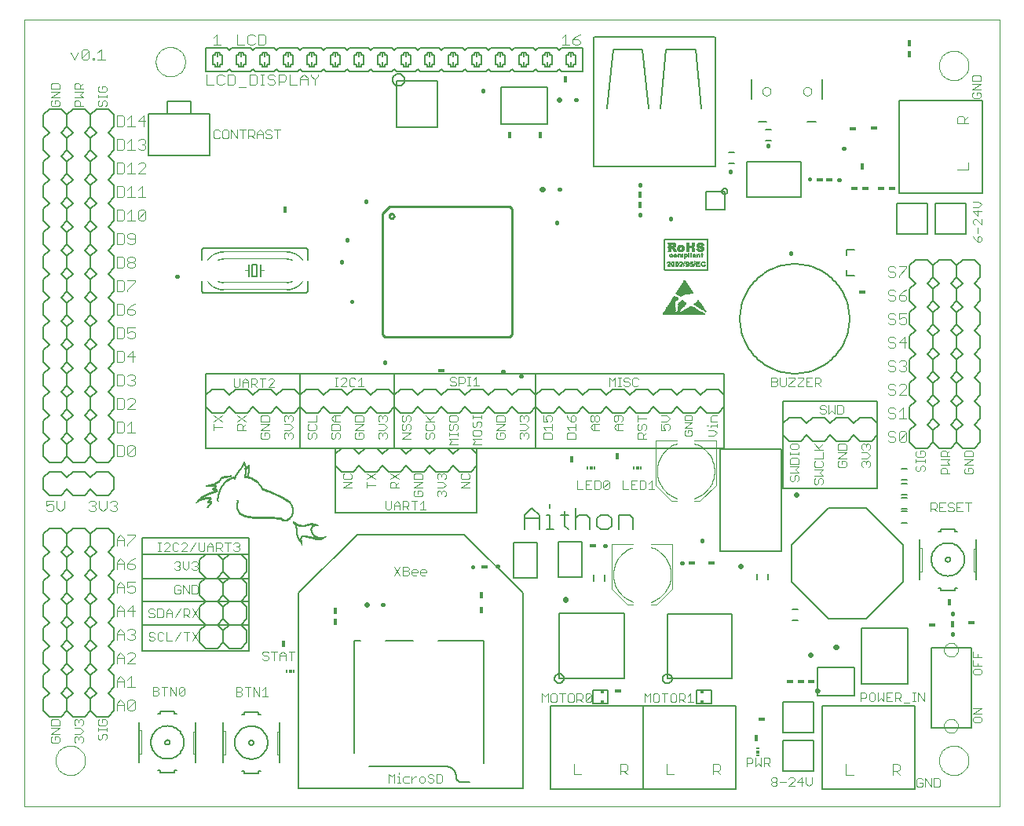
<source format=gto>
G75*
G70*
%OFA0B0*%
%FSLAX24Y24*%
%IPPOS*%
%LPD*%
%AMOC8*
5,1,8,0,0,1.08239X$1,22.5*
%
%ADD10C,0.0000*%
%ADD11C,0.0040*%
%ADD12C,0.0030*%
%ADD13C,0.0080*%
%ADD14R,0.1884X0.0004*%
%ADD15R,0.1884X0.0004*%
%ADD16R,0.0060X0.0004*%
%ADD17R,0.0056X0.0004*%
%ADD18R,0.0056X0.0004*%
%ADD19R,0.0052X0.0004*%
%ADD20R,0.0052X0.0004*%
%ADD21R,0.0048X0.0004*%
%ADD22R,0.0048X0.0004*%
%ADD23R,0.0020X0.0004*%
%ADD24R,0.0016X0.0004*%
%ADD25R,0.0024X0.0004*%
%ADD26R,0.0028X0.0004*%
%ADD27R,0.0128X0.0004*%
%ADD28R,0.0124X0.0004*%
%ADD29R,0.0148X0.0004*%
%ADD30R,0.0064X0.0004*%
%ADD31R,0.0140X0.0004*%
%ADD32R,0.0068X0.0004*%
%ADD33R,0.0072X0.0004*%
%ADD34R,0.0136X0.0004*%
%ADD35R,0.0028X0.0004*%
%ADD36R,0.0076X0.0004*%
%ADD37R,0.0080X0.0004*%
%ADD38R,0.0024X0.0004*%
%ADD39R,0.0164X0.0004*%
%ADD40R,0.0092X0.0004*%
%ADD41R,0.0144X0.0004*%
%ADD42R,0.0080X0.0004*%
%ADD43R,0.0140X0.0004*%
%ADD44R,0.0032X0.0004*%
%ADD45R,0.0088X0.0004*%
%ADD46R,0.0092X0.0004*%
%ADD47R,0.0172X0.0004*%
%ADD48R,0.0108X0.0004*%
%ADD49R,0.0144X0.0004*%
%ADD50R,0.0096X0.0004*%
%ADD51R,0.0100X0.0004*%
%ADD52R,0.0116X0.0004*%
%ADD53R,0.0104X0.0004*%
%ADD54R,0.0132X0.0004*%
%ADD55R,0.0144X0.0004*%
%ADD56R,0.0108X0.0004*%
%ADD57R,0.0144X0.0004*%
%ADD58R,0.0032X0.0004*%
%ADD59R,0.0112X0.0004*%
%ADD60R,0.0116X0.0004*%
%ADD61R,0.0172X0.0004*%
%ADD62R,0.0112X0.0004*%
%ADD63R,0.0112X0.0004*%
%ADD64R,0.0120X0.0004*%
%ADD65R,0.0168X0.0004*%
%ADD66R,0.0136X0.0004*%
%ADD67R,0.0060X0.0004*%
%ADD68R,0.0164X0.0004*%
%ADD69R,0.0156X0.0004*%
%ADD70R,0.0032X0.0004*%
%ADD71R,0.0068X0.0004*%
%ADD72R,0.0076X0.0004*%
%ADD73R,0.0044X0.0004*%
%ADD74R,0.0044X0.0004*%
%ADD75R,0.0036X0.0004*%
%ADD76R,0.0044X0.0004*%
%ADD77R,0.0044X0.0004*%
%ADD78R,0.0032X0.0004*%
%ADD79R,0.0040X0.0004*%
%ADD80R,0.0052X0.0004*%
%ADD81R,0.0036X0.0004*%
%ADD82R,0.0040X0.0004*%
%ADD83R,0.0052X0.0004*%
%ADD84R,0.0008X0.0004*%
%ADD85R,0.0124X0.0004*%
%ADD86R,0.0132X0.0004*%
%ADD87R,0.0160X0.0004*%
%ADD88R,0.0160X0.0004*%
%ADD89R,0.0120X0.0004*%
%ADD90R,0.0152X0.0004*%
%ADD91R,0.0088X0.0004*%
%ADD92R,0.0104X0.0004*%
%ADD93R,0.0096X0.0004*%
%ADD94R,0.0092X0.0004*%
%ADD95R,0.0104X0.0004*%
%ADD96R,0.0100X0.0004*%
%ADD97R,0.0168X0.0004*%
%ADD98R,0.0128X0.0004*%
%ADD99R,0.0084X0.0004*%
%ADD100R,0.0084X0.0004*%
%ADD101R,0.0072X0.0004*%
%ADD102R,0.0072X0.0004*%
%ADD103R,0.0012X0.0004*%
%ADD104R,0.0016X0.0004*%
%ADD105R,0.0024X0.0004*%
%ADD106R,0.0004X0.0004*%
%ADD107R,0.0024X0.0004*%
%ADD108R,0.0012X0.0004*%
%ADD109R,0.0132X0.0004*%
%ADD110R,0.0148X0.0004*%
%ADD111R,0.0124X0.0004*%
%ADD112R,0.0064X0.0004*%
%ADD113R,0.0232X0.0004*%
%ADD114R,0.0064X0.0004*%
%ADD115R,0.0228X0.0004*%
%ADD116R,0.0132X0.0004*%
%ADD117R,0.0224X0.0004*%
%ADD118R,0.0224X0.0004*%
%ADD119R,0.0104X0.0004*%
%ADD120R,0.0092X0.0004*%
%ADD121R,0.0012X0.0004*%
%ADD122R,0.0164X0.0004*%
%ADD123R,0.0156X0.0004*%
%ADD124R,0.0112X0.0004*%
%ADD125R,0.0196X0.0004*%
%ADD126R,0.0176X0.0004*%
%ADD127R,0.0212X0.0004*%
%ADD128R,0.0184X0.0004*%
%ADD129R,0.0220X0.0004*%
%ADD130R,0.0196X0.0004*%
%ADD131R,0.0232X0.0004*%
%ADD132R,0.0204X0.0004*%
%ADD133R,0.0244X0.0004*%
%ADD134R,0.0220X0.0004*%
%ADD135R,0.0256X0.0004*%
%ADD136R,0.0264X0.0004*%
%ADD137R,0.0236X0.0004*%
%ADD138R,0.0272X0.0004*%
%ADD139R,0.0244X0.0004*%
%ADD140R,0.0280X0.0004*%
%ADD141R,0.0248X0.0004*%
%ADD142R,0.0284X0.0004*%
%ADD143R,0.0292X0.0004*%
%ADD144R,0.0260X0.0004*%
%ADD145R,0.0296X0.0004*%
%ADD146R,0.0268X0.0004*%
%ADD147R,0.0300X0.0004*%
%ADD148R,0.0272X0.0004*%
%ADD149R,0.0308X0.0004*%
%ADD150R,0.0312X0.0004*%
%ADD151R,0.0172X0.0004*%
%ADD152R,0.0276X0.0004*%
%ADD153R,0.0364X0.0004*%
%ADD154R,0.0184X0.0004*%
%ADD155R,0.0200X0.0004*%
%ADD156R,0.0264X0.0004*%
%ADD157R,0.0364X0.0004*%
%ADD158R,0.0292X0.0004*%
%ADD159R,0.0300X0.0004*%
%ADD160R,0.0304X0.0004*%
%ADD161R,0.0256X0.0004*%
%ADD162R,0.0312X0.0004*%
%ADD163R,0.0264X0.0004*%
%ADD164R,0.0316X0.0004*%
%ADD165R,0.0320X0.0004*%
%ADD166R,0.0276X0.0004*%
%ADD167R,0.0324X0.0004*%
%ADD168R,0.0328X0.0004*%
%ADD169R,0.0252X0.0004*%
%ADD170R,0.0332X0.0004*%
%ADD171R,0.0336X0.0004*%
%ADD172R,0.0248X0.0004*%
%ADD173R,0.0236X0.0004*%
%ADD174R,0.0212X0.0004*%
%ADD175R,0.0188X0.0004*%
%ADD176R,0.0188X0.0004*%
%ADD177R,0.0340X0.0004*%
%ADD178R,0.0340X0.0004*%
%ADD179R,0.0288X0.0004*%
%ADD180R,0.0332X0.0004*%
%ADD181R,0.0284X0.0004*%
%ADD182R,0.0320X0.0004*%
%ADD183R,0.0316X0.0004*%
%ADD184R,0.0240X0.0004*%
%ADD185R,0.0284X0.0004*%
%ADD186R,0.1796X0.0004*%
%ADD187R,0.1804X0.0004*%
%ADD188R,0.1800X0.0004*%
%ADD189R,0.1792X0.0004*%
%ADD190R,0.1784X0.0004*%
%ADD191R,0.1780X0.0004*%
%ADD192R,0.1768X0.0004*%
%ADD193R,0.1760X0.0004*%
%ADD194R,0.1756X0.0004*%
%ADD195R,0.1744X0.0004*%
%ADD196R,0.1736X0.0004*%
%ADD197R,0.1728X0.0004*%
%ADD198R,0.1720X0.0004*%
%ADD199R,0.1704X0.0004*%
%ADD200R,0.1696X0.0004*%
%ADD201R,0.1692X0.0004*%
%ADD202R,0.1680X0.0004*%
%ADD203R,0.1672X0.0004*%
%ADD204R,0.1664X0.0004*%
%ADD205R,0.1648X0.0004*%
%ADD206R,0.1640X0.0004*%
%ADD207R,0.1636X0.0004*%
%ADD208R,0.1628X0.0004*%
%ADD209R,0.1612X0.0004*%
%ADD210R,0.1608X0.0004*%
%ADD211R,0.1600X0.0004*%
%ADD212R,0.0712X0.0004*%
%ADD213R,0.0844X0.0004*%
%ADD214R,0.0700X0.0004*%
%ADD215R,0.0832X0.0004*%
%ADD216R,0.0696X0.0004*%
%ADD217R,0.0820X0.0004*%
%ADD218R,0.0500X0.0004*%
%ADD219R,0.0808X0.0004*%
%ADD220R,0.0492X0.0004*%
%ADD221R,0.0784X0.0004*%
%ADD222R,0.0020X0.0004*%
%ADD223R,0.0488X0.0004*%
%ADD224R,0.0776X0.0004*%
%ADD225R,0.0768X0.0004*%
%ADD226R,0.0484X0.0004*%
%ADD227R,0.0748X0.0004*%
%ADD228R,0.0732X0.0004*%
%ADD229R,0.0480X0.0004*%
%ADD230R,0.0724X0.0004*%
%ADD231R,0.0472X0.0004*%
%ADD232R,0.0704X0.0004*%
%ADD233R,0.0692X0.0004*%
%ADD234R,0.0468X0.0004*%
%ADD235R,0.0684X0.0004*%
%ADD236R,0.0464X0.0004*%
%ADD237R,0.0672X0.0004*%
%ADD238R,0.0460X0.0004*%
%ADD239R,0.0648X0.0004*%
%ADD240R,0.0460X0.0004*%
%ADD241R,0.0636X0.0004*%
%ADD242R,0.0456X0.0004*%
%ADD243R,0.0628X0.0004*%
%ADD244R,0.0452X0.0004*%
%ADD245R,0.0620X0.0004*%
%ADD246R,0.0604X0.0004*%
%ADD247R,0.0444X0.0004*%
%ADD248R,0.0592X0.0004*%
%ADD249R,0.0440X0.0004*%
%ADD250R,0.0576X0.0004*%
%ADD251R,0.0436X0.0004*%
%ADD252R,0.0556X0.0004*%
%ADD253R,0.0432X0.0004*%
%ADD254R,0.0548X0.0004*%
%ADD255R,0.0428X0.0004*%
%ADD256R,0.0536X0.0004*%
%ADD257R,0.0424X0.0004*%
%ADD258R,0.0520X0.0004*%
%ADD259R,0.0420X0.0004*%
%ADD260R,0.0508X0.0004*%
%ADD261R,0.0416X0.0004*%
%ADD262R,0.0416X0.0004*%
%ADD263R,0.0456X0.0004*%
%ADD264R,0.0412X0.0004*%
%ADD265R,0.0448X0.0004*%
%ADD266R,0.0408X0.0004*%
%ADD267R,0.0404X0.0004*%
%ADD268R,0.0404X0.0004*%
%ADD269R,0.0380X0.0004*%
%ADD270R,0.0400X0.0004*%
%ADD271R,0.0368X0.0004*%
%ADD272R,0.0152X0.0004*%
%ADD273R,0.0360X0.0004*%
%ADD274R,0.0396X0.0004*%
%ADD275R,0.0348X0.0004*%
%ADD276R,0.0392X0.0004*%
%ADD277R,0.0388X0.0004*%
%ADD278R,0.0172X0.0004*%
%ADD279R,0.0324X0.0004*%
%ADD280R,0.0384X0.0004*%
%ADD281R,0.0380X0.0004*%
%ADD282R,0.0180X0.0004*%
%ADD283R,0.0376X0.0004*%
%ADD284R,0.0372X0.0004*%
%ADD285R,0.0372X0.0004*%
%ADD286R,0.0192X0.0004*%
%ADD287R,0.0252X0.0004*%
%ADD288R,0.0192X0.0004*%
%ADD289R,0.0356X0.0004*%
%ADD290R,0.0352X0.0004*%
%ADD291R,0.0208X0.0004*%
%ADD292R,0.0352X0.0004*%
%ADD293R,0.0212X0.0004*%
%ADD294R,0.0208X0.0004*%
%ADD295R,0.0216X0.0004*%
%ADD296R,0.0252X0.0004*%
%ADD297R,0.0312X0.0004*%
%ADD298R,0.0296X0.0004*%
%ADD299R,0.0288X0.0004*%
%ADD300R,0.0280X0.0004*%
%ADD301R,0.0312X0.0004*%
%ADD302R,0.0264X0.0004*%
%ADD303R,0.0344X0.0004*%
%ADD304R,0.0344X0.0004*%
%ADD305R,0.0244X0.0004*%
%ADD306R,0.0272X0.0004*%
%ADD307R,0.0344X0.0004*%
%ADD308R,0.0228X0.0004*%
%ADD309R,0.0240X0.0004*%
%ADD310R,0.0224X0.0004*%
%ADD311R,0.0224X0.0004*%
%ADD312R,0.0216X0.0004*%
%ADD313R,0.0212X0.0004*%
%ADD314R,0.0084X0.0004*%
%ADD315R,0.0204X0.0004*%
%ADD316R,0.0308X0.0004*%
%ADD317R,0.0332X0.0004*%
%ADD318R,0.0352X0.0004*%
%ADD319R,0.0424X0.0004*%
%ADD320R,0.0436X0.0004*%
%ADD321R,0.0524X0.0004*%
%ADD322R,0.0560X0.0004*%
%ADD323R,0.0628X0.0004*%
%ADD324R,0.0632X0.0004*%
%ADD325R,0.0640X0.0004*%
%ADD326R,0.0688X0.0004*%
%ADD327R,0.0712X0.0004*%
%ADD328R,0.0720X0.0004*%
%ADD329R,0.0724X0.0004*%
%ADD330R,0.0724X0.0004*%
%ADD331R,0.0720X0.0004*%
%ADD332R,0.0716X0.0004*%
%ADD333R,0.0696X0.0004*%
%ADD334R,0.0676X0.0004*%
%ADD335R,0.0664X0.0004*%
%ADD336R,0.0664X0.0004*%
%ADD337R,0.0660X0.0004*%
%ADD338R,0.0656X0.0004*%
%ADD339R,0.0648X0.0004*%
%ADD340R,0.0624X0.0004*%
%ADD341R,0.0616X0.0004*%
%ADD342R,0.0608X0.0004*%
%ADD343R,0.0600X0.0004*%
%ADD344R,0.0592X0.0004*%
%ADD345R,0.0584X0.0004*%
%ADD346R,0.0572X0.0004*%
%ADD347R,0.0568X0.0004*%
%ADD348R,0.0564X0.0004*%
%ADD349R,0.0552X0.0004*%
%ADD350R,0.0544X0.0004*%
%ADD351R,0.0528X0.0004*%
%ADD352R,0.0520X0.0004*%
%ADD353R,0.0512X0.0004*%
%ADD354R,0.0504X0.0004*%
%ADD355R,0.0496X0.0004*%
%ADD356R,0.0492X0.0004*%
%ADD357R,0.0476X0.0004*%
%ADD358R,0.0444X0.0004*%
%ADD359R,0.0412X0.0004*%
%ADD360R,0.0388X0.0004*%
%ADD361R,0.0352X0.0004*%
%ADD362R,0.0324X0.0004*%
%ADD363R,0.0284X0.0004*%
%ADD364R,0.0204X0.0004*%
%ADD365R,0.0164X0.0004*%
%ADD366R,0.0003X0.0003*%
%ADD367R,0.0006X0.0003*%
%ADD368R,0.0009X0.0003*%
%ADD369R,0.0012X0.0003*%
%ADD370R,0.0015X0.0003*%
%ADD371R,0.0018X0.0003*%
%ADD372R,0.0021X0.0003*%
%ADD373R,0.0024X0.0003*%
%ADD374R,0.0027X0.0003*%
%ADD375R,0.0030X0.0003*%
%ADD376R,0.0033X0.0003*%
%ADD377R,0.0036X0.0003*%
%ADD378R,0.0039X0.0003*%
%ADD379R,0.0042X0.0003*%
%ADD380R,0.0042X0.0003*%
%ADD381R,0.0045X0.0003*%
%ADD382R,0.0048X0.0003*%
%ADD383R,0.0051X0.0003*%
%ADD384R,0.0054X0.0003*%
%ADD385R,0.0057X0.0003*%
%ADD386R,0.0060X0.0003*%
%ADD387R,0.0063X0.0003*%
%ADD388R,0.0066X0.0003*%
%ADD389R,0.0069X0.0003*%
%ADD390R,0.0072X0.0003*%
%ADD391R,0.0069X0.0003*%
%ADD392R,0.0075X0.0003*%
%ADD393R,0.0078X0.0003*%
%ADD394R,0.0081X0.0003*%
%ADD395R,0.0084X0.0003*%
%ADD396R,0.0087X0.0003*%
%ADD397R,0.0087X0.0003*%
%ADD398R,0.0090X0.0003*%
%ADD399R,0.0093X0.0003*%
%ADD400R,0.0096X0.0003*%
%ADD401R,0.0099X0.0003*%
%ADD402R,0.0102X0.0003*%
%ADD403R,0.0105X0.0003*%
%ADD404R,0.0108X0.0003*%
%ADD405R,0.0111X0.0003*%
%ADD406R,0.0114X0.0003*%
%ADD407R,0.0117X0.0003*%
%ADD408R,0.0120X0.0003*%
%ADD409R,0.0123X0.0003*%
%ADD410R,0.0126X0.0003*%
%ADD411R,0.0129X0.0003*%
%ADD412R,0.0132X0.0003*%
%ADD413R,0.0135X0.0003*%
%ADD414R,0.0138X0.0003*%
%ADD415R,0.0159X0.0003*%
%ADD416R,0.0072X0.0003*%
%ADD417R,0.0201X0.0003*%
%ADD418R,0.0237X0.0003*%
%ADD419R,0.0267X0.0003*%
%ADD420R,0.0291X0.0003*%
%ADD421R,0.0318X0.0003*%
%ADD422R,0.0342X0.0003*%
%ADD423R,0.0363X0.0003*%
%ADD424R,0.0384X0.0003*%
%ADD425R,0.0402X0.0003*%
%ADD426R,0.0423X0.0003*%
%ADD427R,0.0444X0.0003*%
%ADD428R,0.0462X0.0003*%
%ADD429R,0.0474X0.0003*%
%ADD430R,0.0492X0.0003*%
%ADD431R,0.0510X0.0003*%
%ADD432R,0.0528X0.0003*%
%ADD433R,0.0543X0.0003*%
%ADD434R,0.0558X0.0003*%
%ADD435R,0.0576X0.0003*%
%ADD436R,0.0594X0.0003*%
%ADD437R,0.0276X0.0003*%
%ADD438R,0.0312X0.0003*%
%ADD439R,0.0327X0.0003*%
%ADD440R,0.0261X0.0003*%
%ADD441R,0.0339X0.0003*%
%ADD442R,0.0252X0.0003*%
%ADD443R,0.0348X0.0003*%
%ADD444R,0.0249X0.0003*%
%ADD445R,0.0375X0.0003*%
%ADD446R,0.0246X0.0003*%
%ADD447R,0.0387X0.0003*%
%ADD448R,0.0240X0.0003*%
%ADD449R,0.0396X0.0003*%
%ADD450R,0.0408X0.0003*%
%ADD451R,0.0417X0.0003*%
%ADD452R,0.0426X0.0003*%
%ADD453R,0.0243X0.0003*%
%ADD454R,0.0198X0.0003*%
%ADD455R,0.0150X0.0003*%
%ADD456R,0.0180X0.0003*%
%ADD457R,0.0084X0.0003*%
%ADD458R,0.0165X0.0003*%
%ADD459R,0.0156X0.0003*%
%ADD460R,0.0258X0.0003*%
%ADD461R,0.0147X0.0003*%
%ADD462R,0.0267X0.0003*%
%ADD463R,0.0144X0.0003*%
%ADD464R,0.0435X0.0003*%
%ADD465R,0.0411X0.0003*%
%ADD466R,0.0369X0.0003*%
%ADD467R,0.0354X0.0003*%
%ADD468R,0.0327X0.0003*%
%ADD469R,0.0297X0.0003*%
%ADD470R,0.0282X0.0003*%
%ADD471R,0.0264X0.0003*%
%ADD472R,0.0102X0.0003*%
%ADD473R,0.0231X0.0003*%
%ADD474R,0.0210X0.0003*%
%ADD475R,0.0189X0.0003*%
%ADD476R,0.0162X0.0003*%
%ADD477R,0.0054X0.0003*%
%ADD478R,0.0174X0.0003*%
%ADD479R,0.0228X0.0003*%
%ADD480R,0.0252X0.0003*%
%ADD481R,0.0270X0.0003*%
%ADD482R,0.0294X0.0003*%
%ADD483R,0.0330X0.0003*%
%ADD484R,0.0366X0.0003*%
%ADD485R,0.0381X0.0003*%
%ADD486R,0.0402X0.0003*%
%ADD487R,0.0417X0.0003*%
%ADD488R,0.0432X0.0003*%
%ADD489R,0.0447X0.0003*%
%ADD490R,0.0462X0.0003*%
%ADD491R,0.0483X0.0003*%
%ADD492R,0.0498X0.0003*%
%ADD493R,0.0234X0.0003*%
%ADD494R,0.0216X0.0003*%
%ADD495R,0.0174X0.0003*%
%ADD496R,0.0204X0.0003*%
%ADD497R,0.0222X0.0003*%
%ADD498R,0.0195X0.0003*%
%ADD499R,0.0495X0.0003*%
%ADD500R,0.0477X0.0003*%
%ADD501R,0.0192X0.0003*%
%ADD502R,0.0186X0.0003*%
%ADD503R,0.0177X0.0003*%
%ADD504R,0.0429X0.0003*%
%ADD505R,0.0171X0.0003*%
%ADD506R,0.0378X0.0003*%
%ADD507R,0.0345X0.0003*%
%ADD508R,0.0153X0.0003*%
%ADD509R,0.0324X0.0003*%
%ADD510R,0.0306X0.0003*%
%ADD511R,0.0144X0.0003*%
%ADD512R,0.0285X0.0003*%
%ADD513R,0.0141X0.0003*%
%ADD514R,0.0222X0.0003*%
%ADD515R,0.0192X0.0003*%
%ADD516R,0.0117X0.0003*%
%ADD517R,0.0183X0.0003*%
%ADD518R,0.0225X0.0003*%
%ADD519R,0.0237X0.0003*%
%ADD520R,0.0288X0.0003*%
%ADD521R,0.0297X0.0003*%
%ADD522R,0.0309X0.0003*%
%ADD523R,0.0315X0.0003*%
%ADD524R,0.0324X0.0003*%
%ADD525R,0.0339X0.0003*%
%ADD526R,0.0129X0.0003*%
%ADD527R,0.0114X0.0003*%
%ADD528R,0.0168X0.0003*%
%ADD529R,0.0255X0.0003*%
%ADD530R,0.0321X0.0003*%
%ADD531R,0.0534X0.0003*%
%ADD532R,0.0849X0.0003*%
%ADD533R,0.1023X0.0003*%
%ADD534R,0.1101X0.0003*%
%ADD535R,0.1155X0.0003*%
%ADD536R,0.1197X0.0003*%
%ADD537R,0.1236X0.0003*%
%ADD538R,0.1263X0.0003*%
%ADD539R,0.1248X0.0003*%
%ADD540R,0.1257X0.0003*%
%ADD541R,0.0009X0.0003*%
%ADD542R,0.1260X0.0003*%
%ADD543R,0.1254X0.0003*%
%ADD544R,0.1242X0.0003*%
%ADD545R,0.1227X0.0003*%
%ADD546R,0.1206X0.0003*%
%ADD547R,0.1179X0.0003*%
%ADD548R,0.1143X0.0003*%
%ADD549R,0.1089X0.0003*%
%ADD550R,0.0996X0.0003*%
%ADD551R,0.0684X0.0003*%
%ADD552R,0.0519X0.0003*%
%ADD553R,0.0450X0.0003*%
%ADD554R,0.0300X0.0003*%
%ADD555R,0.0282X0.0003*%
%ADD556R,0.0213X0.0003*%
%ADD557R,0.0207X0.0003*%
%ADD558R,0.0057X0.0003*%
%ADD559R,0.0024X0.0003*%
%ADD560R,0.0027X0.0003*%
%ADD561R,0.0099X0.0003*%
%ADD562R,0.0147X0.0003*%
%ADD563R,0.0264X0.0003*%
%ADD564R,0.0273X0.0003*%
%ADD565R,0.0303X0.0003*%
%ADD566R,0.0351X0.0003*%
%ADD567R,0.0507X0.0003*%
%ADD568R,0.0504X0.0003*%
%ADD569R,0.0501X0.0003*%
%ADD570R,0.0132X0.0003*%
%ADD571R,0.0162X0.0003*%
%ADD572R,0.0159X0.0003*%
%ADD573R,0.0189X0.0003*%
%ADD574R,0.0219X0.0003*%
%ADD575R,0.0438X0.0003*%
%ADD576R,0.0414X0.0003*%
%ADD577R,0.0399X0.0003*%
%ADD578R,0.0390X0.0003*%
%ADD579R,0.0333X0.0003*%
%ADD580R,0.0177X0.0003*%
%ADD581R,0.0012X0.0003*%
%ADD582R,0.0207X0.0003*%
%ADD583R,0.0219X0.0003*%
%ADD584R,0.0279X0.0003*%
%ADD585R,0.0294X0.0003*%
%ADD586R,0.0414X0.0003*%
%ADD587R,0.0393X0.0003*%
%ADD588R,0.0357X0.0003*%
%ADD589C,0.0060*%
%ADD590C,0.0020*%
%ADD591C,0.0050*%
%ADD592R,0.0100X0.0200*%
%ADD593C,0.0100*%
%ADD594C,0.0160*%
%ADD595R,0.0160X0.0280*%
%ADD596R,0.0059X0.0118*%
%ADD597R,0.0118X0.0118*%
%ADD598R,0.0118X0.0059*%
%ADD599C,0.0220*%
%ADD600R,0.0280X0.0160*%
%ADD601R,0.0157X0.0138*%
%ADD602C,0.0001*%
D10*
X000105Y001250D02*
X000105Y034650D01*
X041505Y034650D01*
X041505Y001250D01*
X000105Y001250D01*
X001430Y003200D02*
X001432Y003250D01*
X001438Y003299D01*
X001448Y003348D01*
X001461Y003395D01*
X001479Y003442D01*
X001500Y003487D01*
X001524Y003530D01*
X001552Y003571D01*
X001583Y003610D01*
X001617Y003646D01*
X001654Y003680D01*
X001694Y003710D01*
X001735Y003737D01*
X001779Y003761D01*
X001824Y003781D01*
X001871Y003797D01*
X001919Y003810D01*
X001968Y003819D01*
X002018Y003824D01*
X002067Y003825D01*
X002117Y003822D01*
X002166Y003815D01*
X002215Y003804D01*
X002262Y003790D01*
X002308Y003771D01*
X002353Y003749D01*
X002396Y003724D01*
X002436Y003695D01*
X002474Y003663D01*
X002510Y003629D01*
X002543Y003591D01*
X002572Y003551D01*
X002598Y003509D01*
X002621Y003465D01*
X002640Y003419D01*
X002656Y003372D01*
X002668Y003323D01*
X002676Y003274D01*
X002680Y003225D01*
X002680Y003175D01*
X002676Y003126D01*
X002668Y003077D01*
X002656Y003028D01*
X002640Y002981D01*
X002621Y002935D01*
X002598Y002891D01*
X002572Y002849D01*
X002543Y002809D01*
X002510Y002771D01*
X002474Y002737D01*
X002436Y002705D01*
X002396Y002676D01*
X002353Y002651D01*
X002308Y002629D01*
X002262Y002610D01*
X002215Y002596D01*
X002166Y002585D01*
X002117Y002578D01*
X002067Y002575D01*
X002018Y002576D01*
X001968Y002581D01*
X001919Y002590D01*
X001871Y002603D01*
X001824Y002619D01*
X001779Y002639D01*
X001735Y002663D01*
X001694Y002690D01*
X001654Y002720D01*
X001617Y002754D01*
X001583Y002790D01*
X001552Y002829D01*
X001524Y002870D01*
X001500Y002913D01*
X001479Y002958D01*
X001461Y003005D01*
X001448Y003052D01*
X001438Y003101D01*
X001432Y003150D01*
X001430Y003200D01*
X031432Y031600D02*
X031434Y031626D01*
X031440Y031652D01*
X031450Y031677D01*
X031463Y031700D01*
X031479Y031720D01*
X031499Y031738D01*
X031521Y031753D01*
X031544Y031765D01*
X031570Y031773D01*
X031596Y031777D01*
X031622Y031777D01*
X031648Y031773D01*
X031674Y031765D01*
X031698Y031753D01*
X031719Y031738D01*
X031739Y031720D01*
X031755Y031700D01*
X031768Y031677D01*
X031778Y031652D01*
X031784Y031626D01*
X031786Y031600D01*
X031784Y031574D01*
X031778Y031548D01*
X031768Y031523D01*
X031755Y031500D01*
X031739Y031480D01*
X031719Y031462D01*
X031697Y031447D01*
X031674Y031435D01*
X031648Y031427D01*
X031622Y031423D01*
X031596Y031423D01*
X031570Y031427D01*
X031544Y031435D01*
X031520Y031447D01*
X031499Y031462D01*
X031479Y031480D01*
X031463Y031500D01*
X031450Y031523D01*
X031440Y031548D01*
X031434Y031574D01*
X031432Y031600D01*
X033164Y031600D02*
X033166Y031626D01*
X033172Y031652D01*
X033182Y031677D01*
X033195Y031700D01*
X033211Y031720D01*
X033231Y031738D01*
X033253Y031753D01*
X033276Y031765D01*
X033302Y031773D01*
X033328Y031777D01*
X033354Y031777D01*
X033380Y031773D01*
X033406Y031765D01*
X033430Y031753D01*
X033451Y031738D01*
X033471Y031720D01*
X033487Y031700D01*
X033500Y031677D01*
X033510Y031652D01*
X033516Y031626D01*
X033518Y031600D01*
X033516Y031574D01*
X033510Y031548D01*
X033500Y031523D01*
X033487Y031500D01*
X033471Y031480D01*
X033451Y031462D01*
X033429Y031447D01*
X033406Y031435D01*
X033380Y031427D01*
X033354Y031423D01*
X033328Y031423D01*
X033302Y031427D01*
X033276Y031435D01*
X033252Y031447D01*
X033231Y031462D01*
X033211Y031480D01*
X033195Y031500D01*
X033182Y031523D01*
X033172Y031548D01*
X033166Y031574D01*
X033164Y031600D01*
X038930Y032700D02*
X038932Y032750D01*
X038938Y032799D01*
X038948Y032848D01*
X038961Y032895D01*
X038979Y032942D01*
X039000Y032987D01*
X039024Y033030D01*
X039052Y033071D01*
X039083Y033110D01*
X039117Y033146D01*
X039154Y033180D01*
X039194Y033210D01*
X039235Y033237D01*
X039279Y033261D01*
X039324Y033281D01*
X039371Y033297D01*
X039419Y033310D01*
X039468Y033319D01*
X039518Y033324D01*
X039567Y033325D01*
X039617Y033322D01*
X039666Y033315D01*
X039715Y033304D01*
X039762Y033290D01*
X039808Y033271D01*
X039853Y033249D01*
X039896Y033224D01*
X039936Y033195D01*
X039974Y033163D01*
X040010Y033129D01*
X040043Y033091D01*
X040072Y033051D01*
X040098Y033009D01*
X040121Y032965D01*
X040140Y032919D01*
X040156Y032872D01*
X040168Y032823D01*
X040176Y032774D01*
X040180Y032725D01*
X040180Y032675D01*
X040176Y032626D01*
X040168Y032577D01*
X040156Y032528D01*
X040140Y032481D01*
X040121Y032435D01*
X040098Y032391D01*
X040072Y032349D01*
X040043Y032309D01*
X040010Y032271D01*
X039974Y032237D01*
X039936Y032205D01*
X039896Y032176D01*
X039853Y032151D01*
X039808Y032129D01*
X039762Y032110D01*
X039715Y032096D01*
X039666Y032085D01*
X039617Y032078D01*
X039567Y032075D01*
X039518Y032076D01*
X039468Y032081D01*
X039419Y032090D01*
X039371Y032103D01*
X039324Y032119D01*
X039279Y032139D01*
X039235Y032163D01*
X039194Y032190D01*
X039154Y032220D01*
X039117Y032254D01*
X039083Y032290D01*
X039052Y032329D01*
X039024Y032370D01*
X039000Y032413D01*
X038979Y032458D01*
X038961Y032505D01*
X038948Y032552D01*
X038938Y032601D01*
X038932Y032650D01*
X038930Y032700D01*
X039144Y007894D02*
X039146Y007928D01*
X039152Y007962D01*
X039162Y007995D01*
X039175Y008026D01*
X039193Y008056D01*
X039213Y008084D01*
X039237Y008109D01*
X039263Y008131D01*
X039291Y008149D01*
X039322Y008165D01*
X039354Y008177D01*
X039388Y008185D01*
X039422Y008189D01*
X039456Y008189D01*
X039490Y008185D01*
X039524Y008177D01*
X039556Y008165D01*
X039586Y008149D01*
X039615Y008131D01*
X039641Y008109D01*
X039665Y008084D01*
X039685Y008056D01*
X039703Y008026D01*
X039716Y007995D01*
X039726Y007962D01*
X039732Y007928D01*
X039734Y007894D01*
X039732Y007860D01*
X039726Y007826D01*
X039716Y007793D01*
X039703Y007762D01*
X039685Y007732D01*
X039665Y007704D01*
X039641Y007679D01*
X039615Y007657D01*
X039587Y007639D01*
X039556Y007623D01*
X039524Y007611D01*
X039490Y007603D01*
X039456Y007599D01*
X039422Y007599D01*
X039388Y007603D01*
X039354Y007611D01*
X039322Y007623D01*
X039291Y007639D01*
X039263Y007657D01*
X039237Y007679D01*
X039213Y007704D01*
X039193Y007732D01*
X039175Y007762D01*
X039162Y007793D01*
X039152Y007826D01*
X039146Y007860D01*
X039144Y007894D01*
X039144Y004665D02*
X039146Y004699D01*
X039152Y004733D01*
X039162Y004766D01*
X039175Y004797D01*
X039193Y004827D01*
X039213Y004855D01*
X039237Y004880D01*
X039263Y004902D01*
X039291Y004920D01*
X039322Y004936D01*
X039354Y004948D01*
X039388Y004956D01*
X039422Y004960D01*
X039456Y004960D01*
X039490Y004956D01*
X039524Y004948D01*
X039556Y004936D01*
X039586Y004920D01*
X039615Y004902D01*
X039641Y004880D01*
X039665Y004855D01*
X039685Y004827D01*
X039703Y004797D01*
X039716Y004766D01*
X039726Y004733D01*
X039732Y004699D01*
X039734Y004665D01*
X039732Y004631D01*
X039726Y004597D01*
X039716Y004564D01*
X039703Y004533D01*
X039685Y004503D01*
X039665Y004475D01*
X039641Y004450D01*
X039615Y004428D01*
X039587Y004410D01*
X039556Y004394D01*
X039524Y004382D01*
X039490Y004374D01*
X039456Y004370D01*
X039422Y004370D01*
X039388Y004374D01*
X039354Y004382D01*
X039322Y004394D01*
X039291Y004410D01*
X039263Y004428D01*
X039237Y004450D01*
X039213Y004475D01*
X039193Y004503D01*
X039175Y004533D01*
X039162Y004564D01*
X039152Y004597D01*
X039146Y004631D01*
X039144Y004665D01*
X038930Y003200D02*
X038932Y003250D01*
X038938Y003299D01*
X038948Y003348D01*
X038961Y003395D01*
X038979Y003442D01*
X039000Y003487D01*
X039024Y003530D01*
X039052Y003571D01*
X039083Y003610D01*
X039117Y003646D01*
X039154Y003680D01*
X039194Y003710D01*
X039235Y003737D01*
X039279Y003761D01*
X039324Y003781D01*
X039371Y003797D01*
X039419Y003810D01*
X039468Y003819D01*
X039518Y003824D01*
X039567Y003825D01*
X039617Y003822D01*
X039666Y003815D01*
X039715Y003804D01*
X039762Y003790D01*
X039808Y003771D01*
X039853Y003749D01*
X039896Y003724D01*
X039936Y003695D01*
X039974Y003663D01*
X040010Y003629D01*
X040043Y003591D01*
X040072Y003551D01*
X040098Y003509D01*
X040121Y003465D01*
X040140Y003419D01*
X040156Y003372D01*
X040168Y003323D01*
X040176Y003274D01*
X040180Y003225D01*
X040180Y003175D01*
X040176Y003126D01*
X040168Y003077D01*
X040156Y003028D01*
X040140Y002981D01*
X040121Y002935D01*
X040098Y002891D01*
X040072Y002849D01*
X040043Y002809D01*
X040010Y002771D01*
X039974Y002737D01*
X039936Y002705D01*
X039896Y002676D01*
X039853Y002651D01*
X039808Y002629D01*
X039762Y002610D01*
X039715Y002596D01*
X039666Y002585D01*
X039617Y002578D01*
X039567Y002575D01*
X039518Y002576D01*
X039468Y002581D01*
X039419Y002590D01*
X039371Y002603D01*
X039324Y002619D01*
X039279Y002639D01*
X039235Y002663D01*
X039194Y002690D01*
X039154Y002720D01*
X039117Y002754D01*
X039083Y002790D01*
X039052Y002829D01*
X039024Y002870D01*
X039000Y002913D01*
X038979Y002958D01*
X038961Y003005D01*
X038948Y003052D01*
X038938Y003101D01*
X038932Y003150D01*
X038930Y003200D01*
X005680Y032860D02*
X005682Y032910D01*
X005688Y032959D01*
X005698Y033008D01*
X005711Y033055D01*
X005729Y033102D01*
X005750Y033147D01*
X005774Y033190D01*
X005802Y033231D01*
X005833Y033270D01*
X005867Y033306D01*
X005904Y033340D01*
X005944Y033370D01*
X005985Y033397D01*
X006029Y033421D01*
X006074Y033441D01*
X006121Y033457D01*
X006169Y033470D01*
X006218Y033479D01*
X006268Y033484D01*
X006317Y033485D01*
X006367Y033482D01*
X006416Y033475D01*
X006465Y033464D01*
X006512Y033450D01*
X006558Y033431D01*
X006603Y033409D01*
X006646Y033384D01*
X006686Y033355D01*
X006724Y033323D01*
X006760Y033289D01*
X006793Y033251D01*
X006822Y033211D01*
X006848Y033169D01*
X006871Y033125D01*
X006890Y033079D01*
X006906Y033032D01*
X006918Y032983D01*
X006926Y032934D01*
X006930Y032885D01*
X006930Y032835D01*
X006926Y032786D01*
X006918Y032737D01*
X006906Y032688D01*
X006890Y032641D01*
X006871Y032595D01*
X006848Y032551D01*
X006822Y032509D01*
X006793Y032469D01*
X006760Y032431D01*
X006724Y032397D01*
X006686Y032365D01*
X006646Y032336D01*
X006603Y032311D01*
X006558Y032289D01*
X006512Y032270D01*
X006465Y032256D01*
X006416Y032245D01*
X006367Y032238D01*
X006317Y032235D01*
X006268Y032236D01*
X006218Y032241D01*
X006169Y032250D01*
X006121Y032263D01*
X006074Y032279D01*
X006029Y032299D01*
X005985Y032323D01*
X005944Y032350D01*
X005904Y032380D01*
X005867Y032414D01*
X005833Y032450D01*
X005802Y032489D01*
X005774Y032530D01*
X005750Y032573D01*
X005729Y032618D01*
X005711Y032665D01*
X005698Y032712D01*
X005688Y032761D01*
X005682Y032810D01*
X005680Y032860D01*
D11*
X003525Y032934D02*
X003218Y032934D01*
X003371Y032934D02*
X003371Y033394D01*
X003218Y033241D01*
X003065Y033010D02*
X003065Y032934D01*
X002988Y032934D01*
X002988Y033010D01*
X003065Y033010D01*
X002834Y033010D02*
X002834Y033317D01*
X002527Y033010D01*
X002604Y032934D01*
X002758Y032934D01*
X002834Y033010D01*
X002527Y033010D02*
X002527Y033317D01*
X002604Y033394D01*
X002758Y033394D01*
X002834Y033317D01*
X002374Y033241D02*
X002220Y032934D01*
X002067Y033241D01*
X004025Y030580D02*
X004255Y030580D01*
X004332Y030503D01*
X004332Y030196D01*
X004255Y030120D01*
X004025Y030120D01*
X004025Y030580D01*
X004485Y030427D02*
X004639Y030580D01*
X004639Y030120D01*
X004792Y030120D02*
X004485Y030120D01*
X004946Y030350D02*
X005253Y030350D01*
X005176Y030580D02*
X004946Y030350D01*
X005176Y030120D02*
X005176Y030580D01*
X005176Y029580D02*
X005253Y029503D01*
X005253Y029427D01*
X005176Y029350D01*
X005253Y029273D01*
X005253Y029196D01*
X005176Y029120D01*
X005023Y029120D01*
X004946Y029196D01*
X004792Y029120D02*
X004485Y029120D01*
X004639Y029120D02*
X004639Y029580D01*
X004485Y029427D01*
X004332Y029503D02*
X004255Y029580D01*
X004025Y029580D01*
X004025Y029120D01*
X004255Y029120D01*
X004332Y029196D01*
X004332Y029503D01*
X004946Y029503D02*
X005023Y029580D01*
X005176Y029580D01*
X005176Y029350D02*
X005099Y029350D01*
X005023Y028580D02*
X004946Y028503D01*
X005023Y028580D02*
X005176Y028580D01*
X005253Y028503D01*
X005253Y028427D01*
X004946Y028120D01*
X005253Y028120D01*
X004792Y028120D02*
X004485Y028120D01*
X004639Y028120D02*
X004639Y028580D01*
X004485Y028427D01*
X004332Y028503D02*
X004332Y028196D01*
X004255Y028120D01*
X004025Y028120D01*
X004025Y028580D01*
X004255Y028580D01*
X004332Y028503D01*
X004255Y027580D02*
X004025Y027580D01*
X004025Y027120D01*
X004255Y027120D01*
X004332Y027196D01*
X004332Y027503D01*
X004255Y027580D01*
X004485Y027427D02*
X004639Y027580D01*
X004639Y027120D01*
X004792Y027120D02*
X004485Y027120D01*
X004946Y027120D02*
X005253Y027120D01*
X005099Y027120D02*
X005099Y027580D01*
X004946Y027427D01*
X005023Y026580D02*
X004946Y026503D01*
X004946Y026196D01*
X005253Y026503D01*
X005253Y026196D01*
X005176Y026120D01*
X005023Y026120D01*
X004946Y026196D01*
X004792Y026120D02*
X004485Y026120D01*
X004639Y026120D02*
X004639Y026580D01*
X004485Y026427D01*
X004332Y026503D02*
X004255Y026580D01*
X004025Y026580D01*
X004025Y026120D01*
X004255Y026120D01*
X004332Y026196D01*
X004332Y026503D01*
X005023Y026580D02*
X005176Y026580D01*
X005253Y026503D01*
X004716Y025580D02*
X004562Y025580D01*
X004485Y025503D01*
X004485Y025427D01*
X004562Y025350D01*
X004792Y025350D01*
X004792Y025503D02*
X004792Y025196D01*
X004716Y025120D01*
X004562Y025120D01*
X004485Y025196D01*
X004332Y025196D02*
X004332Y025503D01*
X004255Y025580D01*
X004025Y025580D01*
X004025Y025120D01*
X004255Y025120D01*
X004332Y025196D01*
X004716Y025580D02*
X004792Y025503D01*
X004716Y024580D02*
X004562Y024580D01*
X004485Y024503D01*
X004485Y024427D01*
X004562Y024350D01*
X004716Y024350D01*
X004792Y024273D01*
X004792Y024196D01*
X004716Y024120D01*
X004562Y024120D01*
X004485Y024196D01*
X004485Y024273D01*
X004562Y024350D01*
X004716Y024350D02*
X004792Y024427D01*
X004792Y024503D01*
X004716Y024580D01*
X004332Y024503D02*
X004332Y024196D01*
X004255Y024120D01*
X004025Y024120D01*
X004025Y024580D01*
X004255Y024580D01*
X004332Y024503D01*
X004255Y023580D02*
X004025Y023580D01*
X004025Y023120D01*
X004255Y023120D01*
X004332Y023196D01*
X004332Y023503D01*
X004255Y023580D01*
X004485Y023580D02*
X004792Y023580D01*
X004792Y023503D01*
X004485Y023196D01*
X004485Y023120D01*
X004255Y022580D02*
X004025Y022580D01*
X004025Y022120D01*
X004255Y022120D01*
X004332Y022196D01*
X004332Y022503D01*
X004255Y022580D01*
X004485Y022350D02*
X004716Y022350D01*
X004792Y022273D01*
X004792Y022196D01*
X004716Y022120D01*
X004562Y022120D01*
X004485Y022196D01*
X004485Y022350D01*
X004639Y022503D01*
X004792Y022580D01*
X004792Y021580D02*
X004485Y021580D01*
X004485Y021350D01*
X004639Y021427D01*
X004716Y021427D01*
X004792Y021350D01*
X004792Y021196D01*
X004716Y021120D01*
X004562Y021120D01*
X004485Y021196D01*
X004332Y021196D02*
X004332Y021503D01*
X004255Y021580D01*
X004025Y021580D01*
X004025Y021120D01*
X004255Y021120D01*
X004332Y021196D01*
X004255Y020580D02*
X004025Y020580D01*
X004025Y020120D01*
X004255Y020120D01*
X004332Y020196D01*
X004332Y020503D01*
X004255Y020580D01*
X004485Y020350D02*
X004792Y020350D01*
X004716Y020120D02*
X004716Y020580D01*
X004485Y020350D01*
X004562Y019580D02*
X004716Y019580D01*
X004792Y019503D01*
X004792Y019427D01*
X004716Y019350D01*
X004792Y019273D01*
X004792Y019196D01*
X004716Y019120D01*
X004562Y019120D01*
X004485Y019196D01*
X004332Y019196D02*
X004332Y019503D01*
X004255Y019580D01*
X004025Y019580D01*
X004025Y019120D01*
X004255Y019120D01*
X004332Y019196D01*
X004639Y019350D02*
X004716Y019350D01*
X004562Y019580D02*
X004485Y019503D01*
X004562Y018580D02*
X004485Y018503D01*
X004562Y018580D02*
X004716Y018580D01*
X004792Y018503D01*
X004792Y018427D01*
X004485Y018120D01*
X004792Y018120D01*
X004332Y018196D02*
X004332Y018503D01*
X004255Y018580D01*
X004025Y018580D01*
X004025Y018120D01*
X004255Y018120D01*
X004332Y018196D01*
X004255Y017580D02*
X004025Y017580D01*
X004025Y017120D01*
X004255Y017120D01*
X004332Y017196D01*
X004332Y017503D01*
X004255Y017580D01*
X004485Y017427D02*
X004639Y017580D01*
X004639Y017120D01*
X004792Y017120D02*
X004485Y017120D01*
X004562Y016580D02*
X004716Y016580D01*
X004792Y016503D01*
X004485Y016196D01*
X004562Y016120D01*
X004716Y016120D01*
X004792Y016196D01*
X004792Y016503D01*
X004562Y016580D02*
X004485Y016503D01*
X004485Y016196D01*
X004332Y016196D02*
X004332Y016503D01*
X004255Y016580D01*
X004025Y016580D01*
X004025Y016120D01*
X004255Y016120D01*
X004332Y016196D01*
X003976Y014230D02*
X004053Y014153D01*
X004053Y014077D01*
X003976Y014000D01*
X004053Y013923D01*
X004053Y013846D01*
X003976Y013770D01*
X003823Y013770D01*
X003746Y013846D01*
X003592Y013923D02*
X003439Y013770D01*
X003285Y013923D01*
X003285Y014230D01*
X003132Y014153D02*
X003132Y014077D01*
X003055Y014000D01*
X003132Y013923D01*
X003132Y013846D01*
X003055Y013770D01*
X002902Y013770D01*
X002825Y013846D01*
X002978Y014000D02*
X003055Y014000D01*
X003132Y014153D02*
X003055Y014230D01*
X002902Y014230D01*
X002825Y014153D01*
X003592Y014230D02*
X003592Y013923D01*
X003746Y014153D02*
X003823Y014230D01*
X003976Y014230D01*
X003976Y014000D02*
X003899Y014000D01*
X004178Y012780D02*
X004025Y012627D01*
X004025Y012320D01*
X004025Y012550D02*
X004332Y012550D01*
X004332Y012627D02*
X004332Y012320D01*
X004485Y012320D02*
X004485Y012396D01*
X004792Y012703D01*
X004792Y012780D01*
X004485Y012780D01*
X004332Y012627D02*
X004178Y012780D01*
X004178Y011780D02*
X004025Y011627D01*
X004025Y011320D01*
X004025Y011550D02*
X004332Y011550D01*
X004332Y011627D02*
X004332Y011320D01*
X004485Y011396D02*
X004562Y011320D01*
X004716Y011320D01*
X004792Y011396D01*
X004792Y011473D01*
X004716Y011550D01*
X004485Y011550D01*
X004485Y011396D01*
X004485Y011550D02*
X004639Y011703D01*
X004792Y011780D01*
X004332Y011627D02*
X004178Y011780D01*
X004178Y010780D02*
X004332Y010627D01*
X004332Y010320D01*
X004485Y010396D02*
X004562Y010320D01*
X004716Y010320D01*
X004792Y010396D01*
X004792Y010550D01*
X004716Y010627D01*
X004639Y010627D01*
X004485Y010550D01*
X004485Y010780D01*
X004792Y010780D01*
X004332Y010550D02*
X004025Y010550D01*
X004025Y010627D02*
X004178Y010780D01*
X004025Y010627D02*
X004025Y010320D01*
X004178Y009780D02*
X004332Y009627D01*
X004332Y009320D01*
X004332Y009550D02*
X004025Y009550D01*
X004025Y009627D02*
X004178Y009780D01*
X004025Y009627D02*
X004025Y009320D01*
X004485Y009550D02*
X004792Y009550D01*
X004716Y009320D02*
X004716Y009780D01*
X004485Y009550D01*
X004562Y008780D02*
X004716Y008780D01*
X004792Y008703D01*
X004792Y008627D01*
X004716Y008550D01*
X004792Y008473D01*
X004792Y008396D01*
X004716Y008320D01*
X004562Y008320D01*
X004485Y008396D01*
X004332Y008320D02*
X004332Y008627D01*
X004178Y008780D01*
X004025Y008627D01*
X004025Y008320D01*
X004025Y008550D02*
X004332Y008550D01*
X004485Y008703D02*
X004562Y008780D01*
X004639Y008550D02*
X004716Y008550D01*
X004716Y007780D02*
X004562Y007780D01*
X004485Y007703D01*
X004332Y007627D02*
X004178Y007780D01*
X004025Y007627D01*
X004025Y007320D01*
X004025Y007550D02*
X004332Y007550D01*
X004332Y007627D02*
X004332Y007320D01*
X004485Y007320D02*
X004792Y007627D01*
X004792Y007703D01*
X004716Y007780D01*
X004792Y007320D02*
X004485Y007320D01*
X004639Y006780D02*
X004485Y006627D01*
X004332Y006627D02*
X004332Y006320D01*
X004485Y006320D02*
X004792Y006320D01*
X004639Y006320D02*
X004639Y006780D01*
X004332Y006627D02*
X004178Y006780D01*
X004025Y006627D01*
X004025Y006320D01*
X004025Y006550D02*
X004332Y006550D01*
X004178Y005780D02*
X004025Y005627D01*
X004025Y005320D01*
X004025Y005550D02*
X004332Y005550D01*
X004332Y005627D02*
X004332Y005320D01*
X004485Y005396D02*
X004792Y005703D01*
X004792Y005396D01*
X004716Y005320D01*
X004562Y005320D01*
X004485Y005396D01*
X004485Y005703D01*
X004562Y005780D01*
X004716Y005780D01*
X004792Y005703D01*
X004332Y005627D02*
X004178Y005780D01*
X001639Y013770D02*
X001792Y013923D01*
X001792Y014230D01*
X001485Y014230D02*
X001485Y013923D01*
X001639Y013770D01*
X001332Y013846D02*
X001255Y013770D01*
X001102Y013770D01*
X001025Y013846D01*
X001025Y014000D02*
X001178Y014077D01*
X001255Y014077D01*
X001332Y014000D01*
X001332Y013846D01*
X001025Y014000D02*
X001025Y014230D01*
X001332Y014230D01*
X007825Y031870D02*
X008132Y031870D01*
X008285Y031946D02*
X008362Y031870D01*
X008516Y031870D01*
X008592Y031946D01*
X008746Y031870D02*
X008976Y031870D01*
X009053Y031946D01*
X009053Y032253D01*
X008976Y032330D01*
X008746Y032330D01*
X008746Y031870D01*
X008592Y032253D02*
X008516Y032330D01*
X008362Y032330D01*
X008285Y032253D01*
X008285Y031946D01*
X007825Y031870D02*
X007825Y032330D01*
X008125Y033570D02*
X008432Y033570D01*
X008278Y033570D02*
X008278Y034030D01*
X008125Y033877D01*
X009125Y034030D02*
X009125Y033570D01*
X009432Y033570D01*
X009585Y033646D02*
X009585Y033953D01*
X009662Y034030D01*
X009816Y034030D01*
X009892Y033953D01*
X010046Y034030D02*
X010046Y033570D01*
X010276Y033570D01*
X010353Y033646D01*
X010353Y033953D01*
X010276Y034030D01*
X010046Y034030D01*
X009892Y033646D02*
X009816Y033570D01*
X009662Y033570D01*
X009585Y033646D01*
X009667Y032330D02*
X009897Y032330D01*
X009973Y032253D01*
X009973Y031946D01*
X009897Y031870D01*
X009667Y031870D01*
X009667Y032330D01*
X010127Y032330D02*
X010280Y032330D01*
X010204Y032330D02*
X010204Y031870D01*
X010280Y031870D02*
X010127Y031870D01*
X010434Y031946D02*
X010511Y031870D01*
X010664Y031870D01*
X010741Y031946D01*
X010741Y032023D01*
X010664Y032100D01*
X010511Y032100D01*
X010434Y032177D01*
X010434Y032253D01*
X010511Y032330D01*
X010664Y032330D01*
X010741Y032253D01*
X010894Y032330D02*
X010894Y031870D01*
X010894Y032023D02*
X011124Y032023D01*
X011201Y032100D01*
X011201Y032253D01*
X011124Y032330D01*
X010894Y032330D01*
X011355Y032330D02*
X011355Y031870D01*
X011662Y031870D01*
X011815Y031870D02*
X011815Y032177D01*
X011969Y032330D01*
X012122Y032177D01*
X012122Y031870D01*
X012122Y032100D02*
X011815Y032100D01*
X012275Y032253D02*
X012275Y032330D01*
X012275Y032253D02*
X012429Y032100D01*
X012429Y031870D01*
X012429Y032100D02*
X012582Y032253D01*
X012582Y032330D01*
X009513Y031793D02*
X009206Y031793D01*
X022925Y033570D02*
X023232Y033570D01*
X023078Y033570D02*
X023078Y034030D01*
X022925Y033877D01*
X023385Y033800D02*
X023385Y033646D01*
X023462Y033570D01*
X023616Y033570D01*
X023692Y033646D01*
X023692Y033723D01*
X023616Y033800D01*
X023385Y033800D01*
X023539Y033953D01*
X023692Y034030D01*
X036775Y024103D02*
X036775Y024027D01*
X036852Y023950D01*
X037005Y023950D01*
X037082Y023873D01*
X037082Y023796D01*
X037005Y023720D01*
X036852Y023720D01*
X036775Y023796D01*
X036775Y024103D02*
X036852Y024180D01*
X037005Y024180D01*
X037082Y024103D01*
X037235Y024180D02*
X037542Y024180D01*
X037542Y024103D01*
X037235Y023796D01*
X037235Y023720D01*
X037005Y023180D02*
X036852Y023180D01*
X036775Y023103D01*
X036775Y023027D01*
X036852Y022950D01*
X037005Y022950D01*
X037082Y022873D01*
X037082Y022796D01*
X037005Y022720D01*
X036852Y022720D01*
X036775Y022796D01*
X037082Y023103D02*
X037005Y023180D01*
X037235Y022950D02*
X037235Y022796D01*
X037312Y022720D01*
X037466Y022720D01*
X037542Y022796D01*
X037542Y022873D01*
X037466Y022950D01*
X037235Y022950D01*
X037389Y023103D01*
X037542Y023180D01*
X037542Y022180D02*
X037235Y022180D01*
X037235Y021950D01*
X037389Y022027D01*
X037466Y022027D01*
X037542Y021950D01*
X037542Y021796D01*
X037466Y021720D01*
X037312Y021720D01*
X037235Y021796D01*
X037082Y021796D02*
X037005Y021720D01*
X036852Y021720D01*
X036775Y021796D01*
X036852Y021950D02*
X037005Y021950D01*
X037082Y021873D01*
X037082Y021796D01*
X036852Y021950D02*
X036775Y022027D01*
X036775Y022103D01*
X036852Y022180D01*
X037005Y022180D01*
X037082Y022103D01*
X037005Y021180D02*
X036852Y021180D01*
X036775Y021103D01*
X036775Y021027D01*
X036852Y020950D01*
X037005Y020950D01*
X037082Y020873D01*
X037082Y020796D01*
X037005Y020720D01*
X036852Y020720D01*
X036775Y020796D01*
X037082Y021103D02*
X037005Y021180D01*
X037235Y020950D02*
X037542Y020950D01*
X037466Y020720D02*
X037466Y021180D01*
X037235Y020950D01*
X037312Y020180D02*
X037466Y020180D01*
X037542Y020103D01*
X037542Y020027D01*
X037466Y019950D01*
X037542Y019873D01*
X037542Y019796D01*
X037466Y019720D01*
X037312Y019720D01*
X037235Y019796D01*
X037082Y019796D02*
X037005Y019720D01*
X036852Y019720D01*
X036775Y019796D01*
X036852Y019950D02*
X037005Y019950D01*
X037082Y019873D01*
X037082Y019796D01*
X036852Y019950D02*
X036775Y020027D01*
X036775Y020103D01*
X036852Y020180D01*
X037005Y020180D01*
X037082Y020103D01*
X037235Y020103D02*
X037312Y020180D01*
X037389Y019950D02*
X037466Y019950D01*
X037466Y019180D02*
X037312Y019180D01*
X037235Y019103D01*
X037082Y019103D02*
X037005Y019180D01*
X036852Y019180D01*
X036775Y019103D01*
X036775Y019027D01*
X036852Y018950D01*
X037005Y018950D01*
X037082Y018873D01*
X037082Y018796D01*
X037005Y018720D01*
X036852Y018720D01*
X036775Y018796D01*
X037235Y018720D02*
X037542Y019027D01*
X037542Y019103D01*
X037466Y019180D01*
X037542Y018720D02*
X037235Y018720D01*
X037389Y018180D02*
X037389Y017720D01*
X037542Y017720D02*
X037235Y017720D01*
X037082Y017796D02*
X037005Y017720D01*
X036852Y017720D01*
X036775Y017796D01*
X036852Y017950D02*
X037005Y017950D01*
X037082Y017873D01*
X037082Y017796D01*
X037235Y018027D02*
X037389Y018180D01*
X037082Y018103D02*
X037005Y018180D01*
X036852Y018180D01*
X036775Y018103D01*
X036775Y018027D01*
X036852Y017950D01*
X036852Y017180D02*
X036775Y017103D01*
X036775Y017027D01*
X036852Y016950D01*
X037005Y016950D01*
X037082Y016873D01*
X037082Y016796D01*
X037005Y016720D01*
X036852Y016720D01*
X036775Y016796D01*
X036852Y017180D02*
X037005Y017180D01*
X037082Y017103D01*
X037235Y017103D02*
X037312Y017180D01*
X037466Y017180D01*
X037542Y017103D01*
X037235Y016796D01*
X037312Y016720D01*
X037466Y016720D01*
X037542Y016796D01*
X037542Y017103D01*
X037235Y017103D02*
X037235Y016796D01*
X029455Y016769D02*
X029455Y014879D01*
X028785Y014210D01*
X028549Y014210D01*
X027801Y014210D02*
X027565Y014210D01*
X026895Y014879D01*
X026895Y016769D01*
X027801Y016769D01*
X028549Y016769D02*
X029455Y016769D01*
X027801Y016651D02*
X027737Y016629D01*
X027674Y016602D01*
X027612Y016572D01*
X027553Y016539D01*
X027495Y016503D01*
X027439Y016463D01*
X027386Y016420D01*
X027335Y016375D01*
X027287Y016327D01*
X027242Y016276D01*
X027199Y016222D01*
X027160Y016166D01*
X027123Y016109D01*
X027090Y016049D01*
X027061Y015987D01*
X027035Y015924D01*
X027012Y015860D01*
X026993Y015794D01*
X026978Y015727D01*
X026967Y015660D01*
X026959Y015592D01*
X026955Y015524D01*
X026955Y015456D01*
X026959Y015388D01*
X026967Y015320D01*
X026978Y015253D01*
X026993Y015186D01*
X027012Y015120D01*
X027035Y015056D01*
X027061Y014993D01*
X027090Y014931D01*
X027123Y014871D01*
X027160Y014814D01*
X027199Y014758D01*
X027242Y014704D01*
X027287Y014653D01*
X027335Y014605D01*
X027386Y014560D01*
X027439Y014517D01*
X027495Y014477D01*
X027553Y014441D01*
X027612Y014408D01*
X027674Y014378D01*
X027737Y014351D01*
X027801Y014329D01*
X028549Y014329D02*
X028613Y014351D01*
X028676Y014378D01*
X028738Y014408D01*
X028797Y014441D01*
X028855Y014477D01*
X028911Y014517D01*
X028964Y014560D01*
X029015Y014605D01*
X029063Y014653D01*
X029108Y014704D01*
X029151Y014758D01*
X029190Y014814D01*
X029227Y014871D01*
X029260Y014931D01*
X029289Y014993D01*
X029315Y015056D01*
X029338Y015120D01*
X029357Y015186D01*
X029372Y015253D01*
X029383Y015320D01*
X029391Y015388D01*
X029395Y015456D01*
X029395Y015524D01*
X029391Y015592D01*
X029383Y015660D01*
X029372Y015727D01*
X029357Y015794D01*
X029338Y015860D01*
X029315Y015924D01*
X029289Y015987D01*
X029260Y016049D01*
X029227Y016109D01*
X029190Y016166D01*
X029151Y016222D01*
X029108Y016276D01*
X029063Y016327D01*
X029015Y016375D01*
X028964Y016420D01*
X028911Y016463D01*
X028855Y016503D01*
X028797Y016539D01*
X028738Y016572D01*
X028676Y016602D01*
X028613Y016629D01*
X028549Y016651D01*
X027605Y012369D02*
X026699Y012369D01*
X025951Y012369D02*
X025045Y012369D01*
X025045Y010479D01*
X025715Y009810D01*
X025951Y009810D01*
X026699Y009810D02*
X026935Y009810D01*
X027605Y010479D01*
X027605Y012369D01*
X025951Y012251D02*
X025887Y012229D01*
X025824Y012202D01*
X025762Y012172D01*
X025703Y012139D01*
X025645Y012103D01*
X025589Y012063D01*
X025536Y012020D01*
X025485Y011975D01*
X025437Y011927D01*
X025392Y011876D01*
X025349Y011822D01*
X025310Y011766D01*
X025273Y011709D01*
X025240Y011649D01*
X025211Y011587D01*
X025185Y011524D01*
X025162Y011460D01*
X025143Y011394D01*
X025128Y011327D01*
X025117Y011260D01*
X025109Y011192D01*
X025105Y011124D01*
X025105Y011056D01*
X025109Y010988D01*
X025117Y010920D01*
X025128Y010853D01*
X025143Y010786D01*
X025162Y010720D01*
X025185Y010656D01*
X025211Y010593D01*
X025240Y010531D01*
X025273Y010471D01*
X025310Y010414D01*
X025349Y010358D01*
X025392Y010304D01*
X025437Y010253D01*
X025485Y010205D01*
X025536Y010160D01*
X025589Y010117D01*
X025645Y010077D01*
X025703Y010041D01*
X025762Y010008D01*
X025824Y009978D01*
X025887Y009951D01*
X025951Y009929D01*
X026699Y009929D02*
X026763Y009951D01*
X026826Y009978D01*
X026888Y010008D01*
X026947Y010041D01*
X027005Y010077D01*
X027061Y010117D01*
X027114Y010160D01*
X027165Y010205D01*
X027213Y010253D01*
X027258Y010304D01*
X027301Y010358D01*
X027340Y010414D01*
X027377Y010471D01*
X027410Y010531D01*
X027439Y010593D01*
X027465Y010656D01*
X027488Y010720D01*
X027507Y010786D01*
X027522Y010853D01*
X027533Y010920D01*
X027541Y010988D01*
X027545Y011056D01*
X027545Y011124D01*
X027541Y011192D01*
X027533Y011260D01*
X027522Y011327D01*
X027507Y011394D01*
X027488Y011460D01*
X027465Y011524D01*
X027439Y011587D01*
X027410Y011649D01*
X027377Y011709D01*
X027340Y011766D01*
X027301Y011822D01*
X027258Y011876D01*
X027213Y011927D01*
X027165Y011975D01*
X027114Y012020D01*
X027061Y012063D01*
X027005Y012103D01*
X026947Y012139D01*
X026888Y012172D01*
X026826Y012202D01*
X026763Y012229D01*
X026699Y012251D01*
X027366Y003059D02*
X027366Y002599D01*
X027673Y002599D01*
X029335Y002599D02*
X029335Y003059D01*
X029565Y003059D01*
X029642Y002982D01*
X029642Y002829D01*
X029565Y002752D01*
X029335Y002752D01*
X029488Y002752D02*
X029642Y002599D01*
X025702Y002599D02*
X025548Y002752D01*
X025625Y002752D02*
X025395Y002752D01*
X025395Y002599D02*
X025395Y003059D01*
X025625Y003059D01*
X025702Y002982D01*
X025702Y002829D01*
X025625Y002752D01*
X023733Y002599D02*
X023426Y002599D01*
X023426Y003059D01*
X034986Y003049D02*
X034986Y002589D01*
X035293Y002589D01*
X036955Y002589D02*
X036955Y003049D01*
X037185Y003049D01*
X037262Y002972D01*
X037262Y002819D01*
X037185Y002742D01*
X036955Y002742D01*
X037108Y002742D02*
X037262Y002589D01*
X039706Y028271D02*
X040166Y028271D01*
X040166Y028578D01*
X040166Y030240D02*
X039706Y030240D01*
X039706Y030470D01*
X039782Y030547D01*
X039936Y030547D01*
X040013Y030470D01*
X040013Y030240D01*
X040013Y030393D02*
X040166Y030547D01*
D12*
X040396Y031315D02*
X040643Y031315D01*
X040705Y031376D01*
X040705Y031500D01*
X040643Y031561D01*
X040520Y031561D01*
X040520Y031438D01*
X040396Y031315D02*
X040335Y031376D01*
X040335Y031500D01*
X040396Y031561D01*
X040335Y031683D02*
X040705Y031930D01*
X040335Y031930D01*
X040335Y032051D02*
X040335Y032236D01*
X040396Y032298D01*
X040643Y032298D01*
X040705Y032236D01*
X040705Y032051D01*
X040335Y032051D01*
X040335Y031683D02*
X040705Y031683D01*
X040617Y026930D02*
X040370Y026930D01*
X040617Y026930D02*
X040740Y026806D01*
X040617Y026683D01*
X040370Y026683D01*
X040370Y026500D02*
X040555Y026315D01*
X040555Y026561D01*
X040740Y026500D02*
X040370Y026500D01*
X040431Y026193D02*
X040370Y026131D01*
X040370Y026008D01*
X040431Y025946D01*
X040555Y025825D02*
X040555Y025578D01*
X040617Y025456D02*
X040555Y025395D01*
X040555Y025210D01*
X040678Y025210D01*
X040740Y025271D01*
X040740Y025395D01*
X040678Y025456D01*
X040617Y025456D01*
X040431Y025333D02*
X040555Y025210D01*
X040431Y025333D02*
X040370Y025456D01*
X040740Y025946D02*
X040493Y026193D01*
X040431Y026193D01*
X040740Y026193D02*
X040740Y025946D01*
X033903Y019393D02*
X033903Y019270D01*
X033842Y019208D01*
X033657Y019208D01*
X033780Y019208D02*
X033903Y019085D01*
X033657Y019085D02*
X033657Y019455D01*
X033842Y019455D01*
X033903Y019393D01*
X033535Y019455D02*
X033288Y019455D01*
X033288Y019085D01*
X033535Y019085D01*
X033412Y019270D02*
X033288Y019270D01*
X033167Y019393D02*
X032920Y019146D01*
X032920Y019085D01*
X033167Y019085D01*
X033167Y019393D02*
X033167Y019455D01*
X032920Y019455D01*
X032799Y019455D02*
X032799Y019393D01*
X032552Y019146D01*
X032552Y019085D01*
X032799Y019085D01*
X032799Y019455D02*
X032552Y019455D01*
X032430Y019455D02*
X032430Y019146D01*
X032368Y019085D01*
X032245Y019085D01*
X032183Y019146D01*
X032183Y019455D01*
X032062Y019393D02*
X032062Y019331D01*
X032000Y019270D01*
X031815Y019270D01*
X031815Y019455D02*
X032000Y019455D01*
X032062Y019393D01*
X032000Y019270D02*
X032062Y019208D01*
X032062Y019146D01*
X032000Y019085D01*
X031815Y019085D01*
X031815Y019455D01*
X033875Y018223D02*
X033875Y018161D01*
X033937Y018100D01*
X034060Y018100D01*
X034122Y018038D01*
X034122Y017976D01*
X034060Y017915D01*
X033937Y017915D01*
X033875Y017976D01*
X033875Y018223D02*
X033937Y018285D01*
X034060Y018285D01*
X034122Y018223D01*
X034243Y018285D02*
X034243Y017915D01*
X034367Y018038D01*
X034490Y017915D01*
X034490Y018285D01*
X034612Y018285D02*
X034612Y017915D01*
X034797Y017915D01*
X034859Y017976D01*
X034859Y018223D01*
X034797Y018285D01*
X034612Y018285D01*
X034681Y016638D02*
X034620Y016576D01*
X034620Y016391D01*
X034990Y016391D01*
X034990Y016576D01*
X034928Y016638D01*
X034681Y016638D01*
X034620Y016270D02*
X034990Y016270D01*
X034620Y016023D01*
X034990Y016023D01*
X034928Y015902D02*
X034805Y015902D01*
X034805Y015778D01*
X034928Y015655D02*
X034990Y015716D01*
X034990Y015840D01*
X034928Y015902D01*
X034681Y015902D02*
X034620Y015840D01*
X034620Y015716D01*
X034681Y015655D01*
X034928Y015655D01*
X035635Y015716D02*
X035635Y015840D01*
X035696Y015902D01*
X035758Y015902D01*
X035820Y015840D01*
X035882Y015902D01*
X035943Y015902D01*
X036005Y015840D01*
X036005Y015716D01*
X035943Y015655D01*
X035820Y015778D02*
X035820Y015840D01*
X035882Y016023D02*
X035635Y016023D01*
X035882Y016023D02*
X036005Y016146D01*
X035882Y016270D01*
X035635Y016270D01*
X035696Y016391D02*
X035635Y016453D01*
X035635Y016576D01*
X035696Y016638D01*
X035758Y016638D01*
X035820Y016576D01*
X035882Y016638D01*
X035943Y016638D01*
X036005Y016576D01*
X036005Y016453D01*
X035943Y016391D01*
X035820Y016515D02*
X035820Y016576D01*
X035635Y015716D02*
X035696Y015655D01*
X033995Y015721D02*
X033995Y015845D01*
X033933Y015907D01*
X033995Y016028D02*
X033625Y016028D01*
X033686Y015907D02*
X033625Y015845D01*
X033625Y015721D01*
X033686Y015660D01*
X033933Y015660D01*
X033995Y015721D01*
X033995Y015538D02*
X033625Y015538D01*
X033625Y015291D02*
X033995Y015291D01*
X033872Y015415D01*
X033995Y015538D01*
X033933Y015170D02*
X033995Y015108D01*
X033995Y014985D01*
X033933Y014923D01*
X033810Y014985D02*
X033748Y014923D01*
X033686Y014923D01*
X033625Y014985D01*
X033625Y015108D01*
X033686Y015170D01*
X033810Y015108D02*
X033872Y015170D01*
X033933Y015170D01*
X033810Y015108D02*
X033810Y014985D01*
X032975Y015123D02*
X032913Y015061D01*
X032975Y015123D02*
X032975Y015246D01*
X032913Y015308D01*
X032852Y015308D01*
X032790Y015246D01*
X032790Y015123D01*
X032728Y015061D01*
X032666Y015061D01*
X032605Y015123D01*
X032605Y015246D01*
X032666Y015308D01*
X032605Y015429D02*
X032975Y015429D01*
X032852Y015553D01*
X032975Y015676D01*
X032605Y015676D01*
X032605Y015797D02*
X032605Y015983D01*
X032666Y016044D01*
X032913Y016044D01*
X032975Y015983D01*
X032975Y015797D01*
X032605Y015797D01*
X032605Y016166D02*
X032605Y016289D01*
X032605Y016227D02*
X032975Y016227D01*
X032975Y016166D02*
X032975Y016289D01*
X032913Y016411D02*
X032666Y016411D01*
X032605Y016473D01*
X032605Y016596D01*
X032666Y016658D01*
X032913Y016658D01*
X032975Y016596D01*
X032975Y016473D01*
X032913Y016411D01*
X033625Y016396D02*
X033995Y016396D01*
X033995Y016275D02*
X033995Y016028D01*
X033872Y016396D02*
X033625Y016643D01*
X033810Y016458D02*
X033995Y016643D01*
X037950Y016276D02*
X037950Y016153D01*
X038011Y016091D01*
X038258Y016091D01*
X038320Y016153D01*
X038320Y016276D01*
X038258Y016338D01*
X038135Y016338D01*
X038135Y016215D01*
X038011Y016338D02*
X037950Y016276D01*
X037950Y015969D02*
X037950Y015846D01*
X037950Y015907D02*
X038320Y015907D01*
X038320Y015846D02*
X038320Y015969D01*
X038258Y015724D02*
X038320Y015663D01*
X038320Y015539D01*
X038258Y015477D01*
X038135Y015539D02*
X038135Y015663D01*
X038197Y015724D01*
X038258Y015724D01*
X038135Y015539D02*
X038073Y015477D01*
X038011Y015477D01*
X037950Y015539D01*
X037950Y015663D01*
X038011Y015724D01*
X039010Y015743D02*
X039380Y015743D01*
X039257Y015866D01*
X039380Y015990D01*
X039010Y015990D01*
X039010Y016111D02*
X039010Y016296D01*
X039071Y016358D01*
X039195Y016358D01*
X039257Y016296D01*
X039257Y016111D01*
X039380Y016111D02*
X039010Y016111D01*
X039257Y016235D02*
X039380Y016358D01*
X039995Y016291D02*
X039995Y016106D01*
X040365Y016106D01*
X040365Y016291D01*
X040303Y016353D01*
X040056Y016353D01*
X039995Y016291D01*
X039995Y015985D02*
X040365Y015985D01*
X039995Y015738D01*
X040365Y015738D01*
X040303Y015617D02*
X040180Y015617D01*
X040180Y015493D01*
X040303Y015370D02*
X040365Y015431D01*
X040365Y015555D01*
X040303Y015617D01*
X040056Y015617D02*
X039995Y015555D01*
X039995Y015431D01*
X040056Y015370D01*
X040303Y015370D01*
X039380Y015375D02*
X039010Y015375D01*
X039010Y015560D01*
X039071Y015622D01*
X039195Y015622D01*
X039257Y015560D01*
X039257Y015375D01*
X039190Y014140D02*
X038943Y014140D01*
X038943Y013770D01*
X039190Y013770D01*
X039312Y013831D02*
X039373Y013770D01*
X039497Y013770D01*
X039559Y013831D01*
X039559Y013893D01*
X039497Y013955D01*
X039373Y013955D01*
X039312Y014016D01*
X039312Y014078D01*
X039373Y014140D01*
X039497Y014140D01*
X039559Y014078D01*
X039680Y014140D02*
X039680Y013770D01*
X039927Y013770D01*
X039803Y013955D02*
X039680Y013955D01*
X039680Y014140D02*
X039927Y014140D01*
X040048Y014140D02*
X040295Y014140D01*
X040172Y014140D02*
X040172Y013770D01*
X039067Y013955D02*
X038943Y013955D01*
X038822Y013955D02*
X038760Y013893D01*
X038575Y013893D01*
X038575Y013770D02*
X038575Y014140D01*
X038760Y014140D01*
X038822Y014078D01*
X038822Y013955D01*
X038698Y013893D02*
X038822Y013770D01*
X040375Y007823D02*
X040375Y007576D01*
X040745Y007576D01*
X040560Y007576D02*
X040560Y007700D01*
X040375Y007455D02*
X040375Y007208D01*
X040745Y007208D01*
X040683Y007086D02*
X040436Y007086D01*
X040375Y007025D01*
X040375Y006901D01*
X040436Y006840D01*
X040683Y006840D01*
X040745Y006901D01*
X040745Y007025D01*
X040683Y007086D01*
X040560Y007208D02*
X040560Y007331D01*
X040745Y005425D02*
X040375Y005425D01*
X040375Y005178D02*
X040745Y005425D01*
X040745Y005178D02*
X040375Y005178D01*
X040436Y005056D02*
X040375Y004995D01*
X040375Y004871D01*
X040436Y004810D01*
X040683Y004810D01*
X040745Y004871D01*
X040745Y004995D01*
X040683Y005056D01*
X040436Y005056D01*
X038297Y005710D02*
X038297Y006080D01*
X038050Y006080D02*
X038297Y005710D01*
X038050Y005710D02*
X038050Y006080D01*
X037928Y006080D02*
X037805Y006080D01*
X037867Y006080D02*
X037867Y005710D01*
X037928Y005710D02*
X037805Y005710D01*
X037683Y005648D02*
X037437Y005648D01*
X037315Y005710D02*
X037192Y005833D01*
X037253Y005833D02*
X037068Y005833D01*
X037068Y005710D02*
X037068Y006080D01*
X037253Y006080D01*
X037315Y006018D01*
X037315Y005895D01*
X037253Y005833D01*
X036947Y005710D02*
X036700Y005710D01*
X036700Y006080D01*
X036947Y006080D01*
X036823Y005895D02*
X036700Y005895D01*
X036579Y005710D02*
X036579Y006080D01*
X036332Y006080D02*
X036332Y005710D01*
X036455Y005833D01*
X036579Y005710D01*
X036210Y005771D02*
X036210Y006018D01*
X036148Y006080D01*
X036025Y006080D01*
X035963Y006018D01*
X035963Y005771D01*
X036025Y005710D01*
X036148Y005710D01*
X036210Y005771D01*
X035842Y005895D02*
X035780Y005833D01*
X035595Y005833D01*
X035595Y005710D02*
X035595Y006080D01*
X035780Y006080D01*
X035842Y006018D01*
X035842Y005895D01*
X038042Y002435D02*
X037980Y002373D01*
X037980Y002126D01*
X038042Y002065D01*
X038165Y002065D01*
X038227Y002126D01*
X038227Y002250D01*
X038103Y002250D01*
X038227Y002373D02*
X038165Y002435D01*
X038042Y002435D01*
X038348Y002435D02*
X038595Y002065D01*
X038595Y002435D01*
X038717Y002435D02*
X038902Y002435D01*
X038964Y002373D01*
X038964Y002126D01*
X038902Y002065D01*
X038717Y002065D01*
X038717Y002435D01*
X038348Y002435D02*
X038348Y002065D01*
X033525Y002228D02*
X033525Y002475D01*
X033278Y002475D02*
X033278Y002228D01*
X033402Y002105D01*
X033525Y002228D01*
X033157Y002290D02*
X032910Y002290D01*
X033095Y002475D01*
X033095Y002105D01*
X032789Y002105D02*
X032542Y002105D01*
X032789Y002351D01*
X032789Y002413D01*
X032727Y002475D01*
X032603Y002475D01*
X032542Y002413D01*
X032420Y002290D02*
X032173Y002290D01*
X032052Y002351D02*
X031990Y002290D01*
X031867Y002290D01*
X031805Y002351D01*
X031805Y002413D01*
X031867Y002475D01*
X031990Y002475D01*
X032052Y002413D01*
X032052Y002351D01*
X031990Y002290D02*
X032052Y002228D01*
X032052Y002166D01*
X031990Y002105D01*
X031867Y002105D01*
X031805Y002166D01*
X031805Y002228D01*
X031867Y002290D01*
X031749Y002945D02*
X031625Y003068D01*
X031687Y003068D02*
X031502Y003068D01*
X031502Y002945D02*
X031502Y003315D01*
X031687Y003315D01*
X031749Y003253D01*
X031749Y003130D01*
X031687Y003068D01*
X031380Y002945D02*
X031380Y003315D01*
X031133Y003315D02*
X031133Y002945D01*
X031257Y003068D01*
X031380Y002945D01*
X031012Y003130D02*
X030950Y003068D01*
X030765Y003068D01*
X030765Y002945D02*
X030765Y003315D01*
X030950Y003315D01*
X031012Y003253D01*
X031012Y003130D01*
X028508Y005665D02*
X028262Y005665D01*
X028140Y005665D02*
X028017Y005788D01*
X028078Y005788D02*
X027893Y005788D01*
X027893Y005665D02*
X027893Y006035D01*
X028078Y006035D01*
X028140Y005973D01*
X028140Y005850D01*
X028078Y005788D01*
X028262Y005911D02*
X028385Y006035D01*
X028385Y005665D01*
X027772Y005726D02*
X027772Y005973D01*
X027710Y006035D01*
X027587Y006035D01*
X027525Y005973D01*
X027525Y005726D01*
X027587Y005665D01*
X027710Y005665D01*
X027772Y005726D01*
X027404Y006035D02*
X027157Y006035D01*
X027280Y006035D02*
X027280Y005665D01*
X027035Y005726D02*
X027035Y005973D01*
X026973Y006035D01*
X026850Y006035D01*
X026788Y005973D01*
X026788Y005726D01*
X026850Y005665D01*
X026973Y005665D01*
X027035Y005726D01*
X026667Y005665D02*
X026667Y006035D01*
X026543Y005911D01*
X026420Y006035D01*
X026420Y005665D01*
X024168Y005726D02*
X024107Y005665D01*
X023983Y005665D01*
X023922Y005726D01*
X024168Y005973D01*
X024168Y005726D01*
X023922Y005726D02*
X023922Y005973D01*
X023983Y006035D01*
X024107Y006035D01*
X024168Y005973D01*
X023800Y005973D02*
X023800Y005850D01*
X023738Y005788D01*
X023553Y005788D01*
X023553Y005665D02*
X023553Y006035D01*
X023738Y006035D01*
X023800Y005973D01*
X023677Y005788D02*
X023800Y005665D01*
X023432Y005726D02*
X023432Y005973D01*
X023370Y006035D01*
X023247Y006035D01*
X023185Y005973D01*
X023185Y005726D01*
X023247Y005665D01*
X023370Y005665D01*
X023432Y005726D01*
X023064Y006035D02*
X022817Y006035D01*
X022940Y006035D02*
X022940Y005665D01*
X022695Y005726D02*
X022695Y005973D01*
X022633Y006035D01*
X022510Y006035D01*
X022448Y005973D01*
X022448Y005726D01*
X022510Y005665D01*
X022633Y005665D01*
X022695Y005726D01*
X022327Y005665D02*
X022327Y006035D01*
X022203Y005911D01*
X022080Y006035D01*
X022080Y005665D01*
X017843Y002563D02*
X017843Y002316D01*
X017781Y002255D01*
X017596Y002255D01*
X017596Y002625D01*
X017781Y002625D01*
X017843Y002563D01*
X017474Y002563D02*
X017413Y002625D01*
X017289Y002625D01*
X017227Y002563D01*
X017227Y002501D01*
X017289Y002440D01*
X017413Y002440D01*
X017474Y002378D01*
X017474Y002316D01*
X017413Y002255D01*
X017289Y002255D01*
X017227Y002316D01*
X017106Y002316D02*
X017106Y002440D01*
X017044Y002501D01*
X016921Y002501D01*
X016859Y002440D01*
X016859Y002316D01*
X016921Y002255D01*
X017044Y002255D01*
X017106Y002316D01*
X016737Y002501D02*
X016676Y002501D01*
X016552Y002378D01*
X016552Y002255D02*
X016552Y002501D01*
X016431Y002501D02*
X016246Y002501D01*
X016184Y002440D01*
X016184Y002316D01*
X016246Y002255D01*
X016431Y002255D01*
X016062Y002255D02*
X015938Y002255D01*
X016000Y002255D02*
X016000Y002501D01*
X015938Y002501D01*
X016000Y002625D02*
X016000Y002687D01*
X015817Y002625D02*
X015817Y002255D01*
X015570Y002255D02*
X015570Y002625D01*
X015693Y002501D01*
X015817Y002625D01*
X010452Y005930D02*
X010205Y005930D01*
X010084Y005930D02*
X010084Y006300D01*
X010205Y006176D02*
X010328Y006300D01*
X010328Y005930D01*
X010084Y005930D02*
X009837Y006300D01*
X009837Y005930D01*
X009592Y005930D02*
X009592Y006300D01*
X009715Y006300D02*
X009468Y006300D01*
X009347Y006238D02*
X009285Y006300D01*
X009100Y006300D01*
X009100Y005930D01*
X009285Y005930D01*
X009347Y005991D01*
X009347Y006053D01*
X009285Y006115D01*
X009100Y006115D01*
X009285Y006115D02*
X009347Y006176D01*
X009347Y006238D01*
X010277Y007460D02*
X010215Y007521D01*
X010277Y007460D02*
X010400Y007460D01*
X010462Y007521D01*
X010462Y007583D01*
X010400Y007645D01*
X010277Y007645D01*
X010215Y007706D01*
X010215Y007768D01*
X010277Y007830D01*
X010400Y007830D01*
X010462Y007768D01*
X010583Y007830D02*
X010830Y007830D01*
X010707Y007830D02*
X010707Y007460D01*
X010952Y007460D02*
X010952Y007706D01*
X011075Y007830D01*
X011199Y007706D01*
X011199Y007460D01*
X011199Y007645D02*
X010952Y007645D01*
X011320Y007830D02*
X011567Y007830D01*
X011443Y007830D02*
X011443Y007460D01*
X007479Y008275D02*
X007232Y008645D01*
X007110Y008645D02*
X006863Y008645D01*
X006742Y008645D02*
X006495Y008275D01*
X006374Y008275D02*
X006127Y008275D01*
X006127Y008645D01*
X006005Y008583D02*
X005944Y008645D01*
X005820Y008645D01*
X005758Y008583D01*
X005758Y008336D01*
X005820Y008275D01*
X005944Y008275D01*
X006005Y008336D01*
X005637Y008336D02*
X005637Y008398D01*
X005575Y008460D01*
X005452Y008460D01*
X005390Y008521D01*
X005390Y008583D01*
X005452Y008645D01*
X005575Y008645D01*
X005637Y008583D01*
X005637Y008336D02*
X005575Y008275D01*
X005452Y008275D01*
X005390Y008336D01*
X005447Y009265D02*
X005385Y009326D01*
X005447Y009265D02*
X005570Y009265D01*
X005632Y009326D01*
X005632Y009388D01*
X005570Y009450D01*
X005447Y009450D01*
X005385Y009511D01*
X005385Y009573D01*
X005447Y009635D01*
X005570Y009635D01*
X005632Y009573D01*
X005753Y009635D02*
X005939Y009635D01*
X006000Y009573D01*
X006000Y009326D01*
X005939Y009265D01*
X005753Y009265D01*
X005753Y009635D01*
X006122Y009511D02*
X006122Y009265D01*
X006122Y009450D02*
X006369Y009450D01*
X006369Y009511D02*
X006369Y009265D01*
X006490Y009265D02*
X006737Y009635D01*
X006858Y009635D02*
X007044Y009635D01*
X007105Y009573D01*
X007105Y009450D01*
X007044Y009388D01*
X006858Y009388D01*
X006858Y009265D02*
X006858Y009635D01*
X006982Y009388D02*
X007105Y009265D01*
X007227Y009265D02*
X007474Y009635D01*
X007227Y009635D02*
X007474Y009265D01*
X007479Y008645D02*
X007232Y008275D01*
X006987Y008275D02*
X006987Y008645D01*
X006369Y009511D02*
X006245Y009635D01*
X006122Y009511D01*
X006537Y010270D02*
X006660Y010270D01*
X006722Y010331D01*
X006722Y010455D01*
X006598Y010455D01*
X006475Y010578D02*
X006475Y010331D01*
X006537Y010270D01*
X006843Y010270D02*
X006843Y010640D01*
X007090Y010270D01*
X007090Y010640D01*
X007212Y010640D02*
X007397Y010640D01*
X007459Y010578D01*
X007459Y010331D01*
X007397Y010270D01*
X007212Y010270D01*
X007212Y010640D01*
X006722Y010578D02*
X006660Y010640D01*
X006537Y010640D01*
X006475Y010578D01*
X006532Y011275D02*
X006470Y011336D01*
X006532Y011275D02*
X006655Y011275D01*
X006717Y011336D01*
X006717Y011398D01*
X006655Y011460D01*
X006593Y011460D01*
X006655Y011460D02*
X006717Y011521D01*
X006717Y011583D01*
X006655Y011645D01*
X006532Y011645D01*
X006470Y011583D01*
X006838Y011645D02*
X006838Y011398D01*
X006962Y011275D01*
X007085Y011398D01*
X007085Y011645D01*
X007207Y011583D02*
X007268Y011645D01*
X007392Y011645D01*
X007454Y011583D01*
X007454Y011521D01*
X007392Y011460D01*
X007454Y011398D01*
X007454Y011336D01*
X007392Y011275D01*
X007268Y011275D01*
X007207Y011336D01*
X007330Y011460D02*
X007392Y011460D01*
X007566Y012085D02*
X007689Y012085D01*
X007751Y012146D01*
X007751Y012455D01*
X007872Y012331D02*
X007996Y012455D01*
X008119Y012331D01*
X008119Y012085D01*
X008240Y012085D02*
X008240Y012455D01*
X008426Y012455D01*
X008487Y012393D01*
X008487Y012270D01*
X008426Y012208D01*
X008240Y012208D01*
X008364Y012208D02*
X008487Y012085D01*
X008732Y012085D02*
X008732Y012455D01*
X008609Y012455D02*
X008856Y012455D01*
X008977Y012393D02*
X009039Y012455D01*
X009162Y012455D01*
X009224Y012393D01*
X009224Y012331D01*
X009162Y012270D01*
X009224Y012208D01*
X009224Y012146D01*
X009162Y012085D01*
X009039Y012085D01*
X008977Y012146D01*
X009100Y012270D02*
X009162Y012270D01*
X008119Y012270D02*
X007872Y012270D01*
X007872Y012331D02*
X007872Y012085D01*
X007566Y012085D02*
X007504Y012146D01*
X007504Y012455D01*
X007382Y012455D02*
X007135Y012085D01*
X007014Y012085D02*
X006767Y012085D01*
X007014Y012331D01*
X007014Y012393D01*
X006952Y012455D01*
X006829Y012455D01*
X006767Y012393D01*
X006646Y012393D02*
X006584Y012455D01*
X006461Y012455D01*
X006399Y012393D01*
X006399Y012146D01*
X006461Y012085D01*
X006584Y012085D01*
X006646Y012146D01*
X006277Y012085D02*
X006031Y012085D01*
X006277Y012331D01*
X006277Y012393D01*
X006216Y012455D01*
X006092Y012455D01*
X006031Y012393D01*
X005908Y012455D02*
X005785Y012455D01*
X005847Y012455D02*
X005847Y012085D01*
X005908Y012085D02*
X005785Y012085D01*
X010181Y016860D02*
X010428Y016860D01*
X010490Y016921D01*
X010490Y017045D01*
X010428Y017107D01*
X010305Y017107D01*
X010305Y016983D01*
X010181Y016860D02*
X010120Y016921D01*
X010120Y017045D01*
X010181Y017107D01*
X010120Y017228D02*
X010490Y017475D01*
X010120Y017475D01*
X010120Y017596D02*
X010120Y017781D01*
X010181Y017843D01*
X010428Y017843D01*
X010490Y017781D01*
X010490Y017596D01*
X010120Y017596D01*
X010120Y017228D02*
X010490Y017228D01*
X011120Y017228D02*
X011367Y017228D01*
X011490Y017351D01*
X011367Y017475D01*
X011120Y017475D01*
X011181Y017596D02*
X011120Y017658D01*
X011120Y017781D01*
X011181Y017843D01*
X011243Y017843D01*
X011305Y017781D01*
X011367Y017843D01*
X011428Y017843D01*
X011490Y017781D01*
X011490Y017658D01*
X011428Y017596D01*
X011305Y017720D02*
X011305Y017781D01*
X011367Y017107D02*
X011428Y017107D01*
X011490Y017045D01*
X011490Y016921D01*
X011428Y016860D01*
X011305Y016983D02*
X011305Y017045D01*
X011367Y017107D01*
X011305Y017045D02*
X011243Y017107D01*
X011181Y017107D01*
X011120Y017045D01*
X011120Y016921D01*
X011181Y016860D01*
X012120Y016921D02*
X012181Y016860D01*
X012243Y016860D01*
X012305Y016921D01*
X012305Y017045D01*
X012367Y017107D01*
X012428Y017107D01*
X012490Y017045D01*
X012490Y016921D01*
X012428Y016860D01*
X012120Y016921D02*
X012120Y017045D01*
X012181Y017107D01*
X012181Y017228D02*
X012428Y017228D01*
X012490Y017290D01*
X012490Y017413D01*
X012428Y017475D01*
X012490Y017596D02*
X012490Y017843D01*
X012490Y017596D02*
X012120Y017596D01*
X012181Y017475D02*
X012120Y017413D01*
X012120Y017290D01*
X012181Y017228D01*
X013120Y017228D02*
X013120Y017413D01*
X013181Y017475D01*
X013428Y017475D01*
X013490Y017413D01*
X013490Y017228D01*
X013120Y017228D01*
X013181Y017107D02*
X013120Y017045D01*
X013120Y016921D01*
X013181Y016860D01*
X013243Y016860D01*
X013305Y016921D01*
X013305Y017045D01*
X013367Y017107D01*
X013428Y017107D01*
X013490Y017045D01*
X013490Y016921D01*
X013428Y016860D01*
X014120Y016921D02*
X014120Y017045D01*
X014181Y017107D01*
X014305Y017107D02*
X014305Y016983D01*
X014305Y017107D02*
X014428Y017107D01*
X014490Y017045D01*
X014490Y016921D01*
X014428Y016860D01*
X014181Y016860D01*
X014120Y016921D01*
X014120Y017228D02*
X014490Y017475D01*
X014120Y017475D01*
X014120Y017596D02*
X014120Y017781D01*
X014181Y017843D01*
X014428Y017843D01*
X014490Y017781D01*
X014490Y017596D01*
X014120Y017596D01*
X014120Y017228D02*
X014490Y017228D01*
X015120Y017228D02*
X015367Y017228D01*
X015490Y017351D01*
X015367Y017475D01*
X015120Y017475D01*
X015181Y017596D02*
X015120Y017658D01*
X015120Y017781D01*
X015181Y017843D01*
X015243Y017843D01*
X015305Y017781D01*
X015367Y017843D01*
X015428Y017843D01*
X015490Y017781D01*
X015490Y017658D01*
X015428Y017596D01*
X015305Y017720D02*
X015305Y017781D01*
X015367Y017107D02*
X015428Y017107D01*
X015490Y017045D01*
X015490Y016921D01*
X015428Y016860D01*
X015305Y016983D02*
X015305Y017045D01*
X015367Y017107D01*
X015305Y017045D02*
X015243Y017107D01*
X015181Y017107D01*
X015120Y017045D01*
X015120Y016921D01*
X015181Y016860D01*
X016120Y016860D02*
X016490Y017107D01*
X016120Y017107D01*
X016181Y017228D02*
X016243Y017228D01*
X016305Y017290D01*
X016305Y017413D01*
X016367Y017475D01*
X016428Y017475D01*
X016490Y017413D01*
X016490Y017290D01*
X016428Y017228D01*
X016181Y017228D02*
X016120Y017290D01*
X016120Y017413D01*
X016181Y017475D01*
X016181Y017596D02*
X016243Y017596D01*
X016305Y017658D01*
X016305Y017781D01*
X016367Y017843D01*
X016428Y017843D01*
X016490Y017781D01*
X016490Y017658D01*
X016428Y017596D01*
X016181Y017596D02*
X016120Y017658D01*
X016120Y017781D01*
X016181Y017843D01*
X017120Y017843D02*
X017367Y017596D01*
X017305Y017658D02*
X017490Y017843D01*
X017490Y017596D02*
X017120Y017596D01*
X017181Y017475D02*
X017120Y017413D01*
X017120Y017290D01*
X017181Y017228D01*
X017428Y017228D01*
X017490Y017290D01*
X017490Y017413D01*
X017428Y017475D01*
X017428Y017107D02*
X017490Y017045D01*
X017490Y016921D01*
X017428Y016860D01*
X017305Y016921D02*
X017305Y017045D01*
X017367Y017107D01*
X017428Y017107D01*
X017305Y016921D02*
X017243Y016860D01*
X017181Y016860D01*
X017120Y016921D01*
X017120Y017045D01*
X017181Y017107D01*
X016490Y016860D02*
X016120Y016860D01*
X015990Y015383D02*
X015620Y015136D01*
X015681Y015015D02*
X015805Y015015D01*
X015867Y014953D01*
X015867Y014768D01*
X015990Y014768D02*
X015620Y014768D01*
X015620Y014953D01*
X015681Y015015D01*
X015867Y014891D02*
X015990Y015015D01*
X015990Y015136D02*
X015620Y015383D01*
X014990Y015383D02*
X014620Y015136D01*
X014620Y015015D02*
X014620Y014768D01*
X014620Y014891D02*
X014990Y014891D01*
X014990Y015136D02*
X014620Y015383D01*
X013990Y015321D02*
X013990Y015198D01*
X013928Y015136D01*
X013681Y015136D01*
X013620Y015198D01*
X013620Y015321D01*
X013681Y015383D01*
X013928Y015383D02*
X013990Y015321D01*
X013990Y015015D02*
X013620Y015015D01*
X013620Y014768D02*
X013990Y015015D01*
X013990Y014768D02*
X013620Y014768D01*
X015430Y014215D02*
X015430Y013906D01*
X015492Y013845D01*
X015615Y013845D01*
X015677Y013906D01*
X015677Y014215D01*
X015798Y014091D02*
X015922Y014215D01*
X016045Y014091D01*
X016045Y013845D01*
X016167Y013845D02*
X016167Y014215D01*
X016352Y014215D01*
X016414Y014153D01*
X016414Y014030D01*
X016352Y013968D01*
X016167Y013968D01*
X016290Y013968D02*
X016414Y013845D01*
X016658Y013845D02*
X016658Y014215D01*
X016535Y014215D02*
X016782Y014215D01*
X016903Y014091D02*
X017027Y014215D01*
X017027Y013845D01*
X017150Y013845D02*
X016903Y013845D01*
X016928Y014400D02*
X016990Y014461D01*
X016990Y014585D01*
X016928Y014647D01*
X016805Y014647D01*
X016805Y014523D01*
X016928Y014400D02*
X016681Y014400D01*
X016620Y014461D01*
X016620Y014585D01*
X016681Y014647D01*
X016620Y014768D02*
X016990Y014768D01*
X016990Y015015D02*
X016620Y015015D01*
X016620Y015136D02*
X016620Y015321D01*
X016681Y015383D01*
X016928Y015383D01*
X016990Y015321D01*
X016990Y015136D01*
X016620Y015136D01*
X016620Y014768D02*
X016990Y015015D01*
X017620Y015015D02*
X017867Y015015D01*
X017990Y014891D01*
X017867Y014768D01*
X017620Y014768D01*
X017681Y014647D02*
X017743Y014647D01*
X017805Y014585D01*
X017867Y014647D01*
X017928Y014647D01*
X017990Y014585D01*
X017990Y014461D01*
X017928Y014400D01*
X017805Y014523D02*
X017805Y014585D01*
X017681Y014647D02*
X017620Y014585D01*
X017620Y014461D01*
X017681Y014400D01*
X017681Y015136D02*
X017620Y015198D01*
X017620Y015321D01*
X017681Y015383D01*
X017743Y015383D01*
X017805Y015321D01*
X017867Y015383D01*
X017928Y015383D01*
X017990Y015321D01*
X017990Y015198D01*
X017928Y015136D01*
X017805Y015260D02*
X017805Y015321D01*
X018620Y015321D02*
X018620Y015198D01*
X018681Y015136D01*
X018928Y015136D01*
X018990Y015198D01*
X018990Y015321D01*
X018928Y015383D01*
X018681Y015383D02*
X018620Y015321D01*
X018620Y015015D02*
X018990Y015015D01*
X018620Y014768D01*
X018990Y014768D01*
X019120Y016614D02*
X019243Y016738D01*
X019120Y016861D01*
X019490Y016861D01*
X019428Y016982D02*
X019490Y017044D01*
X019490Y017168D01*
X019428Y017229D01*
X019181Y017229D01*
X019120Y017168D01*
X019120Y017044D01*
X019181Y016982D01*
X019428Y016982D01*
X019428Y017351D02*
X019490Y017412D01*
X019490Y017536D01*
X019428Y017598D01*
X019367Y017598D01*
X019305Y017536D01*
X019305Y017412D01*
X019243Y017351D01*
X019181Y017351D01*
X019120Y017412D01*
X019120Y017536D01*
X019181Y017598D01*
X019120Y017719D02*
X019120Y017843D01*
X019120Y017781D02*
X019490Y017781D01*
X019490Y017719D02*
X019490Y017843D01*
X020120Y017781D02*
X020120Y017596D01*
X020490Y017596D01*
X020490Y017781D01*
X020428Y017843D01*
X020181Y017843D01*
X020120Y017781D01*
X020120Y017475D02*
X020490Y017475D01*
X020120Y017228D01*
X020490Y017228D01*
X020428Y017107D02*
X020305Y017107D01*
X020305Y016983D01*
X020428Y016860D02*
X020181Y016860D01*
X020120Y016921D01*
X020120Y017045D01*
X020181Y017107D01*
X020428Y017107D02*
X020490Y017045D01*
X020490Y016921D01*
X020428Y016860D01*
X021120Y016921D02*
X021120Y017045D01*
X021181Y017107D01*
X021243Y017107D01*
X021305Y017045D01*
X021367Y017107D01*
X021428Y017107D01*
X021490Y017045D01*
X021490Y016921D01*
X021428Y016860D01*
X021305Y016983D02*
X021305Y017045D01*
X021367Y017228D02*
X021490Y017351D01*
X021367Y017475D01*
X021120Y017475D01*
X021181Y017596D02*
X021120Y017658D01*
X021120Y017781D01*
X021181Y017843D01*
X021243Y017843D01*
X021305Y017781D01*
X021367Y017843D01*
X021428Y017843D01*
X021490Y017781D01*
X021490Y017658D01*
X021428Y017596D01*
X021305Y017720D02*
X021305Y017781D01*
X021367Y017228D02*
X021120Y017228D01*
X021120Y016921D02*
X021181Y016860D01*
X022120Y016860D02*
X022120Y017045D01*
X022181Y017107D01*
X022428Y017107D01*
X022490Y017045D01*
X022490Y016860D01*
X022120Y016860D01*
X022243Y017228D02*
X022120Y017351D01*
X022490Y017351D01*
X022490Y017228D02*
X022490Y017475D01*
X022428Y017596D02*
X022490Y017658D01*
X022490Y017781D01*
X022428Y017843D01*
X022305Y017843D01*
X022243Y017781D01*
X022243Y017720D01*
X022305Y017596D01*
X022120Y017596D01*
X022120Y017843D01*
X023120Y017843D02*
X023181Y017720D01*
X023305Y017596D01*
X023305Y017781D01*
X023367Y017843D01*
X023428Y017843D01*
X023490Y017781D01*
X023490Y017658D01*
X023428Y017596D01*
X023305Y017596D01*
X023490Y017475D02*
X023490Y017228D01*
X023490Y017351D02*
X023120Y017351D01*
X023243Y017228D01*
X023181Y017107D02*
X023120Y017045D01*
X023120Y016860D01*
X023490Y016860D01*
X023490Y017045D01*
X023428Y017107D01*
X023181Y017107D01*
X024120Y017351D02*
X024243Y017475D01*
X024490Y017475D01*
X024428Y017596D02*
X024367Y017596D01*
X024305Y017658D01*
X024305Y017781D01*
X024367Y017843D01*
X024428Y017843D01*
X024490Y017781D01*
X024490Y017658D01*
X024428Y017596D01*
X024305Y017658D02*
X024243Y017596D01*
X024181Y017596D01*
X024120Y017658D01*
X024120Y017781D01*
X024181Y017843D01*
X024243Y017843D01*
X024305Y017781D01*
X024305Y017475D02*
X024305Y017228D01*
X024243Y017228D02*
X024120Y017351D01*
X024243Y017228D02*
X024490Y017228D01*
X025120Y017351D02*
X025243Y017475D01*
X025490Y017475D01*
X025428Y017596D02*
X025490Y017658D01*
X025490Y017781D01*
X025428Y017843D01*
X025181Y017843D01*
X025120Y017781D01*
X025120Y017658D01*
X025181Y017596D01*
X025243Y017596D01*
X025305Y017658D01*
X025305Y017843D01*
X025305Y017475D02*
X025305Y017228D01*
X025243Y017228D02*
X025120Y017351D01*
X025243Y017228D02*
X025490Y017228D01*
X026120Y017290D02*
X026120Y017413D01*
X026181Y017475D01*
X026120Y017596D02*
X026120Y017843D01*
X026120Y017720D02*
X026490Y017720D01*
X026428Y017475D02*
X026490Y017413D01*
X026490Y017290D01*
X026428Y017228D01*
X026490Y017107D02*
X026367Y016983D01*
X026367Y017045D02*
X026367Y016860D01*
X026490Y016860D02*
X026120Y016860D01*
X026120Y017045D01*
X026181Y017107D01*
X026305Y017107D01*
X026367Y017045D01*
X026243Y017228D02*
X026305Y017290D01*
X026305Y017413D01*
X026367Y017475D01*
X026428Y017475D01*
X026243Y017228D02*
X026181Y017228D01*
X026120Y017290D01*
X027120Y017228D02*
X027305Y017228D01*
X027243Y017351D01*
X027243Y017413D01*
X027305Y017475D01*
X027428Y017475D01*
X027490Y017413D01*
X027490Y017290D01*
X027428Y017228D01*
X027120Y017228D02*
X027120Y017475D01*
X027120Y017596D02*
X027367Y017596D01*
X027490Y017720D01*
X027367Y017843D01*
X027120Y017843D01*
X028120Y017802D02*
X028120Y017642D01*
X028440Y017642D01*
X028440Y017802D01*
X028387Y017856D01*
X028173Y017856D01*
X028120Y017802D01*
X028120Y017534D02*
X028440Y017534D01*
X028120Y017320D01*
X028440Y017320D01*
X028387Y017211D02*
X028280Y017211D01*
X028280Y017105D01*
X028387Y017211D02*
X028440Y017158D01*
X028440Y017051D01*
X028387Y016998D01*
X028173Y016998D01*
X028120Y017051D01*
X028120Y017158D01*
X028173Y017211D01*
X029058Y017412D02*
X029120Y017412D01*
X029243Y017412D02*
X029243Y017351D01*
X029243Y017412D02*
X029490Y017412D01*
X029490Y017351D02*
X029490Y017474D01*
X029490Y017596D02*
X029243Y017596D01*
X029243Y017781D01*
X029305Y017843D01*
X029490Y017843D01*
X029367Y017229D02*
X029120Y017229D01*
X029367Y017229D02*
X029490Y017106D01*
X029367Y016982D01*
X029120Y016982D01*
X026723Y015085D02*
X026723Y014715D01*
X026600Y014715D02*
X026847Y014715D01*
X026600Y014961D02*
X026723Y015085D01*
X026479Y015023D02*
X026479Y014776D01*
X026417Y014715D01*
X026232Y014715D01*
X026232Y015085D01*
X026417Y015085D01*
X026479Y015023D01*
X026110Y015085D02*
X025863Y015085D01*
X025863Y014715D01*
X026110Y014715D01*
X025987Y014900D02*
X025863Y014900D01*
X025742Y014715D02*
X025495Y014715D01*
X025495Y015085D01*
X024922Y015023D02*
X024675Y014776D01*
X024737Y014715D01*
X024860Y014715D01*
X024922Y014776D01*
X024922Y015023D01*
X024860Y015085D01*
X024737Y015085D01*
X024675Y015023D01*
X024675Y014776D01*
X024554Y014776D02*
X024554Y015023D01*
X024492Y015085D01*
X024307Y015085D01*
X024307Y014715D01*
X024492Y014715D01*
X024554Y014776D01*
X024185Y014715D02*
X023938Y014715D01*
X023938Y015085D01*
X024185Y015085D01*
X024062Y014900D02*
X023938Y014900D01*
X023817Y014715D02*
X023570Y014715D01*
X023570Y015085D01*
X019490Y016614D02*
X019120Y016614D01*
X018490Y016614D02*
X018120Y016614D01*
X018243Y016738D01*
X018120Y016861D01*
X018490Y016861D01*
X018490Y016982D02*
X018490Y017106D01*
X018490Y017044D02*
X018120Y017044D01*
X018120Y016982D02*
X018120Y017106D01*
X018181Y017228D02*
X018243Y017228D01*
X018305Y017290D01*
X018305Y017413D01*
X018367Y017475D01*
X018428Y017475D01*
X018490Y017413D01*
X018490Y017290D01*
X018428Y017228D01*
X018181Y017228D02*
X018120Y017290D01*
X018120Y017413D01*
X018181Y017475D01*
X018181Y017596D02*
X018428Y017596D01*
X018490Y017658D01*
X018490Y017781D01*
X018428Y017843D01*
X018181Y017843D01*
X018120Y017781D01*
X018120Y017658D01*
X018181Y017596D01*
X018235Y019103D02*
X018173Y019164D01*
X018235Y019103D02*
X018358Y019103D01*
X018420Y019164D01*
X018420Y019226D01*
X018358Y019288D01*
X018235Y019288D01*
X018173Y019349D01*
X018173Y019411D01*
X018235Y019473D01*
X018358Y019473D01*
X018420Y019411D01*
X018541Y019473D02*
X018541Y019103D01*
X018541Y019226D02*
X018726Y019226D01*
X018788Y019288D01*
X018788Y019411D01*
X018726Y019473D01*
X018541Y019473D01*
X018910Y019473D02*
X019033Y019473D01*
X018971Y019473D02*
X018971Y019103D01*
X018910Y019103D02*
X019033Y019103D01*
X019155Y019103D02*
X019402Y019103D01*
X019279Y019103D02*
X019279Y019473D01*
X019155Y019349D01*
X014519Y019070D02*
X014272Y019070D01*
X014396Y019070D02*
X014396Y019440D01*
X014272Y019316D01*
X014151Y019378D02*
X014089Y019440D01*
X013966Y019440D01*
X013904Y019378D01*
X013904Y019131D01*
X013966Y019070D01*
X014089Y019070D01*
X014151Y019131D01*
X013782Y019070D02*
X013536Y019070D01*
X013782Y019316D01*
X013782Y019378D01*
X013721Y019440D01*
X013597Y019440D01*
X013536Y019378D01*
X013413Y019440D02*
X013290Y019440D01*
X013352Y019440D02*
X013352Y019070D01*
X013413Y019070D02*
X013290Y019070D01*
X013305Y017843D02*
X013305Y017596D01*
X013243Y017596D02*
X013120Y017720D01*
X013243Y017843D01*
X013490Y017843D01*
X013490Y017596D02*
X013243Y017596D01*
X010710Y019055D02*
X010463Y019055D01*
X010710Y019301D01*
X010710Y019363D01*
X010648Y019425D01*
X010525Y019425D01*
X010463Y019363D01*
X010342Y019425D02*
X010095Y019425D01*
X010218Y019425D02*
X010218Y019055D01*
X009974Y019055D02*
X009850Y019178D01*
X009912Y019178D02*
X009727Y019178D01*
X009727Y019055D02*
X009727Y019425D01*
X009912Y019425D01*
X009974Y019363D01*
X009974Y019240D01*
X009912Y019178D01*
X009605Y019240D02*
X009358Y019240D01*
X009358Y019301D02*
X009482Y019425D01*
X009605Y019301D01*
X009605Y019055D01*
X009358Y019055D02*
X009358Y019301D01*
X009237Y019425D02*
X009237Y019116D01*
X009175Y019055D01*
X009052Y019055D01*
X008990Y019116D01*
X008990Y019425D01*
X009120Y017843D02*
X009490Y017596D01*
X009490Y017475D02*
X009367Y017351D01*
X009367Y017413D02*
X009367Y017228D01*
X009490Y017228D02*
X009120Y017228D01*
X009120Y017413D01*
X009181Y017475D01*
X009305Y017475D01*
X009367Y017413D01*
X009120Y017596D02*
X009490Y017843D01*
X008490Y017843D02*
X008120Y017596D01*
X008120Y017475D02*
X008120Y017228D01*
X008120Y017351D02*
X008490Y017351D01*
X008490Y017596D02*
X008120Y017843D01*
X015798Y014091D02*
X015798Y013845D01*
X015798Y014030D02*
X016045Y014030D01*
X016052Y011425D02*
X015805Y011055D01*
X016052Y011055D02*
X015805Y011425D01*
X016173Y011425D02*
X016173Y011055D01*
X016358Y011055D01*
X016420Y011116D01*
X016420Y011178D01*
X016358Y011240D01*
X016173Y011240D01*
X016173Y011425D02*
X016358Y011425D01*
X016420Y011363D01*
X016420Y011301D01*
X016358Y011240D01*
X016542Y011240D02*
X016603Y011301D01*
X016727Y011301D01*
X016789Y011240D01*
X016789Y011178D01*
X016542Y011178D01*
X016542Y011116D02*
X016542Y011240D01*
X016542Y011116D02*
X016603Y011055D01*
X016727Y011055D01*
X016910Y011116D02*
X016910Y011240D01*
X016972Y011301D01*
X017095Y011301D01*
X017157Y011240D01*
X017157Y011178D01*
X016910Y011178D01*
X016910Y011116D02*
X016972Y011055D01*
X017095Y011055D01*
X024934Y019085D02*
X024934Y019455D01*
X025057Y019331D01*
X025181Y019455D01*
X025181Y019085D01*
X025302Y019085D02*
X025426Y019085D01*
X025364Y019085D02*
X025364Y019455D01*
X025302Y019455D02*
X025426Y019455D01*
X025548Y019393D02*
X025548Y019331D01*
X025610Y019270D01*
X025733Y019270D01*
X025795Y019208D01*
X025795Y019146D01*
X025733Y019085D01*
X025610Y019085D01*
X025548Y019146D01*
X025548Y019393D02*
X025610Y019455D01*
X025733Y019455D01*
X025795Y019393D01*
X025916Y019393D02*
X025916Y019146D01*
X025978Y019085D01*
X026101Y019085D01*
X026163Y019146D01*
X026163Y019393D02*
X026101Y019455D01*
X025978Y019455D01*
X025916Y019393D01*
X010842Y029600D02*
X010842Y029970D01*
X010965Y029970D02*
X010718Y029970D01*
X010597Y029908D02*
X010535Y029970D01*
X010412Y029970D01*
X010350Y029908D01*
X010350Y029846D01*
X010412Y029785D01*
X010535Y029785D01*
X010597Y029723D01*
X010597Y029661D01*
X010535Y029600D01*
X010412Y029600D01*
X010350Y029661D01*
X010228Y029600D02*
X010228Y029846D01*
X010105Y029970D01*
X009982Y029846D01*
X009982Y029600D01*
X009860Y029600D02*
X009737Y029723D01*
X009798Y029723D02*
X009613Y029723D01*
X009613Y029600D02*
X009613Y029970D01*
X009798Y029970D01*
X009860Y029908D01*
X009860Y029785D01*
X009798Y029723D01*
X009982Y029785D02*
X010228Y029785D01*
X009492Y029970D02*
X009245Y029970D01*
X009124Y029970D02*
X009124Y029600D01*
X008877Y029970D01*
X008877Y029600D01*
X008755Y029661D02*
X008755Y029908D01*
X008693Y029970D01*
X008570Y029970D01*
X008508Y029908D01*
X008508Y029661D01*
X008570Y029600D01*
X008693Y029600D01*
X008755Y029661D01*
X008387Y029661D02*
X008325Y029600D01*
X008202Y029600D01*
X008140Y029661D01*
X008140Y029908D01*
X008202Y029970D01*
X008325Y029970D01*
X008387Y029908D01*
X009368Y029970D02*
X009368Y029600D01*
X003590Y031026D02*
X003528Y030965D01*
X003590Y031026D02*
X003590Y031150D01*
X003528Y031211D01*
X003467Y031211D01*
X003405Y031150D01*
X003405Y031026D01*
X003343Y030965D01*
X003281Y030965D01*
X003220Y031026D01*
X003220Y031150D01*
X003281Y031211D01*
X003220Y031333D02*
X003220Y031456D01*
X003220Y031395D02*
X003590Y031395D01*
X003590Y031456D02*
X003590Y031333D01*
X003528Y031578D02*
X003590Y031640D01*
X003590Y031764D01*
X003528Y031825D01*
X003405Y031825D01*
X003405Y031702D01*
X003528Y031578D02*
X003281Y031578D01*
X003220Y031640D01*
X003220Y031764D01*
X003281Y031825D01*
X002590Y031948D02*
X002467Y031825D01*
X002467Y031886D02*
X002467Y031701D01*
X002590Y031701D02*
X002220Y031701D01*
X002220Y031886D01*
X002281Y031948D01*
X002405Y031948D01*
X002467Y031886D01*
X002590Y031580D02*
X002220Y031580D01*
X002220Y031333D02*
X002590Y031333D01*
X002467Y031456D01*
X002590Y031580D01*
X002405Y031211D02*
X002467Y031150D01*
X002467Y030965D01*
X002590Y030965D02*
X002220Y030965D01*
X002220Y031150D01*
X002281Y031211D01*
X002405Y031211D01*
X001590Y031150D02*
X001528Y031211D01*
X001405Y031211D01*
X001405Y031088D01*
X001528Y030965D02*
X001590Y031026D01*
X001590Y031150D01*
X001590Y031333D02*
X001220Y031333D01*
X001590Y031580D01*
X001220Y031580D01*
X001220Y031701D02*
X001220Y031886D01*
X001281Y031948D01*
X001528Y031948D01*
X001590Y031886D01*
X001590Y031701D01*
X001220Y031701D01*
X001281Y031211D02*
X001220Y031150D01*
X001220Y031026D01*
X001281Y030965D01*
X001528Y030965D01*
X005555Y006325D02*
X005740Y006325D01*
X005802Y006263D01*
X005802Y006201D01*
X005740Y006140D01*
X005555Y006140D01*
X005555Y005955D02*
X005555Y006325D01*
X005740Y006140D02*
X005802Y006078D01*
X005802Y006016D01*
X005740Y005955D01*
X005555Y005955D01*
X006047Y005955D02*
X006047Y006325D01*
X006170Y006325D02*
X005923Y006325D01*
X006292Y006325D02*
X006539Y005955D01*
X006539Y006325D01*
X006660Y006263D02*
X006722Y006325D01*
X006845Y006325D01*
X006907Y006263D01*
X006660Y006016D01*
X006722Y005955D01*
X006845Y005955D01*
X006907Y006016D01*
X006907Y006263D01*
X006660Y006263D02*
X006660Y006016D01*
X006292Y005955D02*
X006292Y006325D01*
X003590Y004881D02*
X003590Y004758D01*
X003528Y004696D01*
X003281Y004696D01*
X003220Y004758D01*
X003220Y004881D01*
X003281Y004943D01*
X003405Y004943D02*
X003405Y004820D01*
X003405Y004943D02*
X003528Y004943D01*
X003590Y004881D01*
X003590Y004574D02*
X003590Y004451D01*
X003590Y004512D02*
X003220Y004512D01*
X003220Y004451D02*
X003220Y004574D01*
X003281Y004329D02*
X003220Y004268D01*
X003220Y004144D01*
X003281Y004082D01*
X003343Y004082D01*
X003405Y004144D01*
X003405Y004268D01*
X003467Y004329D01*
X003528Y004329D01*
X003590Y004268D01*
X003590Y004144D01*
X003528Y004082D01*
X002590Y004021D02*
X002528Y003960D01*
X002590Y004021D02*
X002590Y004145D01*
X002528Y004207D01*
X002467Y004207D01*
X002405Y004145D01*
X002405Y004083D01*
X002405Y004145D02*
X002343Y004207D01*
X002281Y004207D01*
X002220Y004145D01*
X002220Y004021D01*
X002281Y003960D01*
X002220Y004328D02*
X002467Y004328D01*
X002590Y004451D01*
X002467Y004575D01*
X002220Y004575D01*
X002281Y004696D02*
X002220Y004758D01*
X002220Y004881D01*
X002281Y004943D01*
X002343Y004943D01*
X002405Y004881D01*
X002467Y004943D01*
X002528Y004943D01*
X002590Y004881D01*
X002590Y004758D01*
X002528Y004696D01*
X002405Y004820D02*
X002405Y004881D01*
X001590Y004881D02*
X001590Y004696D01*
X001220Y004696D01*
X001220Y004881D01*
X001281Y004943D01*
X001528Y004943D01*
X001590Y004881D01*
X001590Y004575D02*
X001220Y004575D01*
X001220Y004328D02*
X001590Y004575D01*
X001590Y004328D02*
X001220Y004328D01*
X001281Y004207D02*
X001220Y004145D01*
X001220Y004021D01*
X001281Y003960D01*
X001528Y003960D01*
X001590Y004021D01*
X001590Y004145D01*
X001528Y004207D01*
X001405Y004207D01*
X001405Y004083D01*
D13*
X001155Y005050D02*
X000905Y005300D01*
X000905Y005800D01*
X001155Y006050D01*
X000905Y006300D01*
X000905Y006800D01*
X001155Y007050D01*
X000905Y007300D01*
X000905Y007800D01*
X001155Y008050D01*
X000905Y008300D01*
X000905Y008800D01*
X001155Y009050D01*
X000905Y009300D01*
X000905Y009800D01*
X001155Y010050D01*
X000905Y010300D01*
X000905Y010800D01*
X001155Y011050D01*
X000905Y011300D01*
X000905Y011800D01*
X001155Y012050D01*
X000905Y012300D01*
X000905Y012800D01*
X001155Y013050D01*
X001655Y013050D01*
X001905Y012800D01*
X002155Y013050D01*
X002655Y013050D01*
X002905Y012800D01*
X003155Y013050D01*
X003655Y013050D01*
X003905Y012800D01*
X003905Y012300D01*
X003655Y012050D01*
X003905Y011800D01*
X003905Y011300D01*
X003655Y011050D01*
X003905Y010800D01*
X003905Y010300D01*
X003655Y010050D01*
X003905Y009800D01*
X003905Y009300D01*
X003655Y009050D01*
X003905Y008800D01*
X003905Y008300D01*
X003655Y008050D01*
X003905Y007800D01*
X003905Y007300D01*
X003655Y007050D01*
X003905Y006800D01*
X003905Y006300D01*
X003655Y006050D01*
X003905Y005800D01*
X003905Y005300D01*
X003655Y005050D01*
X003155Y005050D01*
X002905Y005300D01*
X002905Y005800D01*
X003155Y006050D01*
X002905Y006300D01*
X002905Y006800D01*
X003155Y007050D01*
X002905Y007300D01*
X002905Y007800D01*
X003155Y008050D01*
X002905Y008300D01*
X002905Y008800D01*
X003155Y009050D01*
X002905Y009300D01*
X002905Y009800D01*
X003155Y010050D01*
X002905Y010300D01*
X002905Y010800D01*
X003155Y011050D01*
X002905Y011300D01*
X002905Y011800D01*
X003155Y012050D01*
X002905Y012300D01*
X002905Y012800D01*
X002905Y012300D01*
X002655Y012050D01*
X002905Y011800D01*
X002905Y011300D01*
X002655Y011050D01*
X002905Y010800D01*
X002905Y010300D01*
X002655Y010050D01*
X002905Y009800D01*
X002905Y009300D01*
X002655Y009050D01*
X002905Y008800D01*
X002905Y008300D01*
X002655Y008050D01*
X002905Y007800D01*
X002905Y007300D01*
X002655Y007050D01*
X002905Y006800D01*
X002905Y006300D01*
X002655Y006050D01*
X002905Y005800D01*
X002905Y005300D01*
X002655Y005050D01*
X002155Y005050D01*
X001905Y005300D01*
X001905Y005800D01*
X002155Y006050D01*
X001905Y006300D01*
X001905Y006800D01*
X002155Y007050D01*
X001905Y007300D01*
X001905Y007800D01*
X002155Y008050D01*
X001905Y008300D01*
X001905Y008800D01*
X002155Y009050D01*
X001905Y009300D01*
X001905Y009800D01*
X002155Y010050D01*
X001905Y010300D01*
X001905Y010800D01*
X002155Y011050D01*
X001905Y011300D01*
X001905Y011800D01*
X002155Y012050D01*
X001905Y012300D01*
X001905Y012800D01*
X001905Y012300D01*
X001655Y012050D01*
X001905Y011800D01*
X001905Y011300D01*
X001655Y011050D01*
X001905Y010800D01*
X001905Y010300D01*
X001655Y010050D01*
X001905Y009800D01*
X001905Y009300D01*
X001655Y009050D01*
X001905Y008800D01*
X001905Y008300D01*
X001655Y008050D01*
X001905Y007800D01*
X001905Y007300D01*
X001655Y007050D01*
X001905Y006800D01*
X001905Y006300D01*
X001655Y006050D01*
X001905Y005800D01*
X001905Y005300D01*
X001655Y005050D01*
X001155Y005050D01*
X005095Y007845D02*
X005095Y009960D01*
X009645Y009960D01*
X009645Y007845D01*
X005095Y007845D01*
X005100Y008955D02*
X009650Y008955D01*
X009550Y009200D02*
X009300Y008950D01*
X009550Y008700D01*
X009550Y008200D01*
X009300Y007950D01*
X008800Y007950D01*
X008550Y008200D01*
X008550Y008700D01*
X008800Y008950D01*
X008550Y009200D01*
X008550Y009700D01*
X008800Y009950D01*
X008550Y010200D01*
X008550Y010700D01*
X008800Y010950D01*
X008550Y011200D01*
X008550Y011700D01*
X008800Y011950D01*
X009300Y011950D01*
X009550Y011700D01*
X009550Y011200D01*
X009300Y010950D01*
X009550Y010700D01*
X009550Y010200D01*
X009300Y009950D01*
X009550Y009700D01*
X009550Y009200D01*
X009645Y009960D02*
X009645Y010915D01*
X005095Y010915D01*
X005095Y011955D01*
X009645Y011955D01*
X009645Y010915D01*
X009645Y011955D02*
X009645Y012655D01*
X005095Y012655D01*
X005095Y011955D01*
X005095Y010915D02*
X005095Y009960D01*
X007550Y010200D02*
X007800Y009950D01*
X007550Y009700D01*
X007550Y009200D01*
X007800Y008950D01*
X007550Y008700D01*
X007550Y008200D01*
X007800Y007950D01*
X008300Y007950D01*
X008550Y008200D01*
X008550Y008700D01*
X008300Y008950D01*
X008550Y009200D01*
X008550Y009700D01*
X008300Y009950D01*
X008550Y010200D01*
X008550Y010700D01*
X008300Y010950D01*
X008550Y011200D01*
X008550Y011700D01*
X008300Y011950D01*
X007800Y011950D01*
X007550Y011700D01*
X007550Y011200D01*
X007800Y010950D01*
X007550Y010700D01*
X007550Y010200D01*
X011741Y010302D02*
X014231Y012792D01*
X018779Y012792D01*
X021269Y010302D01*
X021269Y002005D01*
X011741Y002005D01*
X011741Y010302D01*
X014095Y008290D02*
X014371Y008290D01*
X014095Y008290D02*
X014095Y003526D01*
X014725Y002935D02*
X018032Y002935D01*
X018032Y002936D02*
X018070Y002933D01*
X018108Y002927D01*
X018145Y002917D01*
X018181Y002903D01*
X018216Y002887D01*
X018248Y002867D01*
X018279Y002844D01*
X018308Y002818D01*
X018334Y002789D01*
X018357Y002758D01*
X018377Y002726D01*
X018393Y002691D01*
X018407Y002655D01*
X018417Y002618D01*
X018423Y002580D01*
X018426Y002542D01*
X018425Y002510D01*
X018429Y002479D01*
X018436Y002448D01*
X018447Y002418D01*
X018461Y002390D01*
X018479Y002364D01*
X018500Y002340D01*
X018524Y002319D01*
X018550Y002301D01*
X018578Y002287D01*
X018608Y002276D01*
X018639Y002269D01*
X018670Y002265D01*
X018702Y002266D01*
X018701Y002266D02*
X019016Y002266D01*
X019607Y003093D02*
X019607Y008290D01*
X017678Y008290D01*
X016615Y008290D02*
X015434Y008290D01*
X021345Y013005D02*
X021345Y013618D01*
X021652Y013925D01*
X021959Y013618D01*
X021959Y013005D01*
X022266Y013005D02*
X022573Y013005D01*
X022419Y013005D02*
X022419Y013618D01*
X022266Y013618D01*
X021959Y013465D02*
X021345Y013465D01*
X022419Y013925D02*
X022419Y014079D01*
X022880Y013618D02*
X023187Y013618D01*
X023033Y013772D02*
X023033Y013158D01*
X023187Y013005D01*
X023494Y013005D02*
X023494Y013925D01*
X023647Y013618D02*
X023954Y013618D01*
X024107Y013465D01*
X024107Y013005D01*
X024414Y013158D02*
X024414Y013465D01*
X024568Y013618D01*
X024875Y013618D01*
X025028Y013465D01*
X025028Y013158D01*
X024875Y013005D01*
X024568Y013005D01*
X024414Y013158D01*
X023647Y013618D02*
X023494Y013465D01*
X025335Y013618D02*
X025335Y013005D01*
X025335Y013618D02*
X025795Y013618D01*
X025949Y013465D01*
X025949Y013005D01*
X029806Y016449D02*
X029806Y018999D01*
X029806Y019005D02*
X029806Y019620D01*
X011806Y019620D01*
X011806Y016449D01*
X013360Y016449D01*
X013305Y016450D02*
X019305Y016450D01*
X019305Y013725D01*
X013305Y013725D01*
X013305Y016450D01*
X013555Y016450D02*
X013305Y016200D01*
X013305Y015700D01*
X013555Y015450D01*
X014055Y015450D01*
X014305Y015700D01*
X014555Y015450D01*
X015055Y015450D01*
X015305Y015700D01*
X015555Y015450D01*
X016055Y015450D01*
X016305Y015700D01*
X016555Y015450D01*
X017055Y015450D01*
X017305Y015700D01*
X017555Y015450D01*
X018055Y015450D01*
X018305Y015700D01*
X018555Y015450D01*
X019055Y015450D01*
X019305Y015700D01*
X019305Y016200D01*
X019055Y016450D01*
X018555Y016450D01*
X018305Y016200D01*
X018055Y016450D01*
X017555Y016450D01*
X017305Y016200D01*
X017055Y016450D01*
X016555Y016450D01*
X016305Y016200D01*
X016055Y016450D01*
X015555Y016450D01*
X015305Y016200D01*
X015055Y016450D01*
X014555Y016450D01*
X014305Y016200D01*
X014055Y016450D01*
X013555Y016450D01*
X013555Y017950D02*
X013055Y017950D01*
X012805Y018200D01*
X012555Y017950D01*
X012055Y017950D01*
X011805Y018200D01*
X011805Y018700D01*
X012055Y018950D01*
X012555Y018950D01*
X012805Y018700D01*
X013055Y018950D01*
X013555Y018950D01*
X013805Y018700D01*
X014055Y018950D01*
X014555Y018950D01*
X014805Y018700D01*
X015055Y018950D01*
X015555Y018950D01*
X015805Y018700D01*
X015805Y018200D01*
X015555Y017950D01*
X015055Y017950D01*
X014805Y018200D01*
X014555Y017950D01*
X014055Y017950D01*
X013805Y018200D01*
X013555Y017950D01*
X011805Y018200D02*
X011805Y018700D01*
X011555Y018950D01*
X011055Y018950D01*
X010805Y018700D01*
X010555Y018950D01*
X010055Y018950D01*
X009805Y018700D01*
X009555Y018950D01*
X009055Y018950D01*
X008805Y018700D01*
X008555Y018950D01*
X008055Y018950D01*
X007805Y018700D01*
X007805Y018200D01*
X008055Y017950D01*
X008555Y017950D01*
X008805Y018200D01*
X009055Y017950D01*
X009555Y017950D01*
X009805Y018200D01*
X010055Y017950D01*
X010555Y017950D01*
X010805Y018200D01*
X011055Y017950D01*
X011555Y017950D01*
X011805Y018200D01*
X011806Y019620D02*
X007804Y019620D01*
X007804Y016449D01*
X011806Y016449D01*
X015805Y016452D02*
X015805Y019617D01*
X016055Y018950D02*
X016555Y018950D01*
X016805Y018700D01*
X017055Y018950D01*
X017555Y018950D01*
X017805Y018700D01*
X018055Y018950D01*
X018555Y018950D01*
X018805Y018700D01*
X019055Y018950D01*
X019555Y018950D01*
X019805Y018700D01*
X020055Y018950D01*
X020555Y018950D01*
X020805Y018700D01*
X021055Y018950D01*
X021555Y018950D01*
X021805Y018700D01*
X022055Y018950D01*
X022555Y018950D01*
X022805Y018700D01*
X023055Y018950D01*
X023555Y018950D01*
X023805Y018700D01*
X024055Y018950D01*
X024555Y018950D01*
X024805Y018700D01*
X025055Y018950D01*
X025555Y018950D01*
X025805Y018700D01*
X026055Y018950D01*
X026555Y018950D01*
X026805Y018700D01*
X027055Y018950D01*
X027555Y018950D01*
X027805Y018700D01*
X028055Y018950D01*
X028555Y018950D01*
X028805Y018700D01*
X029055Y018950D01*
X029555Y018950D01*
X029805Y018700D01*
X029805Y018200D01*
X029555Y017950D01*
X029055Y017950D01*
X028805Y018200D01*
X028555Y017950D01*
X028055Y017950D01*
X027805Y018200D01*
X027555Y017950D01*
X027055Y017950D01*
X026805Y018200D01*
X026555Y017950D01*
X026055Y017950D01*
X025805Y018200D01*
X025555Y017950D01*
X025055Y017950D01*
X024805Y018200D01*
X024555Y017950D01*
X024055Y017950D01*
X023805Y018200D01*
X023555Y017950D01*
X023055Y017950D01*
X022805Y018200D01*
X022555Y017950D01*
X022055Y017950D01*
X021805Y018200D01*
X021805Y018700D01*
X021805Y018200D01*
X021555Y017950D01*
X021055Y017950D01*
X020805Y018200D01*
X020555Y017950D01*
X020055Y017950D01*
X019805Y018200D01*
X019555Y017950D01*
X019055Y017950D01*
X018805Y018200D01*
X018555Y017950D01*
X018055Y017950D01*
X017805Y018200D01*
X017555Y017950D01*
X017055Y017950D01*
X016805Y018200D01*
X016555Y017950D01*
X016055Y017950D01*
X015805Y018200D01*
X015805Y018700D01*
X016055Y018950D01*
X019294Y016449D02*
X019294Y016446D01*
X019300Y016449D02*
X029806Y016449D01*
X032305Y017000D02*
X032555Y016750D01*
X033055Y016750D01*
X033305Y017000D01*
X033555Y016750D01*
X034055Y016750D01*
X034305Y017000D01*
X034555Y016750D01*
X035055Y016750D01*
X035305Y017000D01*
X035555Y016750D01*
X036055Y016750D01*
X036305Y017000D01*
X036305Y017500D01*
X036055Y017750D01*
X035555Y017750D01*
X035305Y017500D01*
X035055Y017750D01*
X034555Y017750D01*
X034305Y017500D01*
X034055Y017750D01*
X033555Y017750D01*
X033305Y017500D01*
X033055Y017750D01*
X032555Y017750D01*
X032305Y017500D01*
X032305Y017000D01*
X032305Y018450D02*
X032305Y014735D01*
X036310Y014735D01*
X036310Y018450D01*
X032305Y018450D01*
X030482Y021950D02*
X030485Y022064D01*
X030493Y022178D01*
X030507Y022291D01*
X030527Y022403D01*
X030552Y022514D01*
X030582Y022624D01*
X030618Y022733D01*
X030659Y022839D01*
X030705Y022943D01*
X030756Y023045D01*
X030812Y023144D01*
X030873Y023241D01*
X030939Y023334D01*
X031009Y023424D01*
X031084Y023510D01*
X031162Y023593D01*
X031245Y023671D01*
X031331Y023746D01*
X031421Y023816D01*
X031514Y023882D01*
X031611Y023943D01*
X031710Y023999D01*
X031812Y024050D01*
X031916Y024096D01*
X032022Y024137D01*
X032131Y024173D01*
X032241Y024203D01*
X032352Y024228D01*
X032464Y024248D01*
X032577Y024262D01*
X032691Y024270D01*
X032805Y024273D01*
X032919Y024270D01*
X033033Y024262D01*
X033146Y024248D01*
X033258Y024228D01*
X033369Y024203D01*
X033479Y024173D01*
X033588Y024137D01*
X033694Y024096D01*
X033798Y024050D01*
X033900Y023999D01*
X033999Y023943D01*
X034096Y023882D01*
X034189Y023816D01*
X034279Y023746D01*
X034365Y023671D01*
X034448Y023593D01*
X034526Y023510D01*
X034601Y023424D01*
X034671Y023334D01*
X034737Y023241D01*
X034798Y023144D01*
X034854Y023045D01*
X034905Y022943D01*
X034951Y022839D01*
X034992Y022733D01*
X035028Y022624D01*
X035058Y022514D01*
X035083Y022403D01*
X035103Y022291D01*
X035117Y022178D01*
X035125Y022064D01*
X035128Y021950D01*
X035125Y021836D01*
X035117Y021722D01*
X035103Y021609D01*
X035083Y021497D01*
X035058Y021386D01*
X035028Y021276D01*
X034992Y021167D01*
X034951Y021061D01*
X034905Y020957D01*
X034854Y020855D01*
X034798Y020756D01*
X034737Y020659D01*
X034671Y020566D01*
X034601Y020476D01*
X034526Y020390D01*
X034448Y020307D01*
X034365Y020229D01*
X034279Y020154D01*
X034189Y020084D01*
X034096Y020018D01*
X033999Y019957D01*
X033900Y019901D01*
X033798Y019850D01*
X033694Y019804D01*
X033588Y019763D01*
X033479Y019727D01*
X033369Y019697D01*
X033258Y019672D01*
X033146Y019652D01*
X033033Y019638D01*
X032919Y019630D01*
X032805Y019627D01*
X032691Y019630D01*
X032577Y019638D01*
X032464Y019652D01*
X032352Y019672D01*
X032241Y019697D01*
X032131Y019727D01*
X032022Y019763D01*
X031916Y019804D01*
X031812Y019850D01*
X031710Y019901D01*
X031611Y019957D01*
X031514Y020018D01*
X031421Y020084D01*
X031331Y020154D01*
X031245Y020229D01*
X031162Y020307D01*
X031084Y020390D01*
X031009Y020476D01*
X030939Y020566D01*
X030873Y020659D01*
X030812Y020756D01*
X030756Y020855D01*
X030705Y020957D01*
X030659Y021061D01*
X030618Y021167D01*
X030582Y021276D01*
X030552Y021386D01*
X030527Y021497D01*
X030507Y021609D01*
X030493Y021722D01*
X030485Y021836D01*
X030482Y021950D01*
X035009Y023778D02*
X035324Y023778D01*
X035009Y023778D02*
X035009Y024015D01*
X035009Y024645D02*
X035009Y024881D01*
X035324Y024881D01*
X037675Y024200D02*
X037675Y023700D01*
X037925Y023450D01*
X037675Y023200D01*
X037675Y022700D01*
X037925Y022450D01*
X037675Y022200D01*
X037675Y021700D01*
X037925Y021450D01*
X037675Y021200D01*
X037675Y020700D01*
X037925Y020450D01*
X037675Y020200D01*
X037675Y019700D01*
X037925Y019450D01*
X037675Y019200D01*
X037675Y018700D01*
X037925Y018450D01*
X037675Y018200D01*
X037675Y017700D01*
X037925Y017450D01*
X037675Y017200D01*
X037675Y016700D01*
X037925Y016450D01*
X038425Y016450D01*
X038675Y016700D01*
X038675Y017200D01*
X038425Y017450D01*
X038675Y017700D01*
X038675Y018200D01*
X038425Y018450D01*
X038675Y018700D01*
X038675Y019200D01*
X038425Y019450D01*
X038675Y019700D01*
X038675Y020200D01*
X038425Y020450D01*
X038675Y020700D01*
X038675Y021200D01*
X038425Y021450D01*
X038675Y021700D01*
X038675Y022200D01*
X038425Y022450D01*
X038675Y022700D01*
X038675Y023200D01*
X038425Y023450D01*
X038675Y023700D01*
X038675Y024200D01*
X038425Y024450D01*
X037925Y024450D01*
X037675Y024200D01*
X038675Y024200D02*
X038675Y023700D01*
X038925Y023450D01*
X038675Y023200D01*
X038675Y022700D01*
X038925Y022450D01*
X038675Y022200D01*
X038675Y021700D01*
X038925Y021450D01*
X038675Y021200D01*
X038675Y020700D01*
X038925Y020450D01*
X038675Y020200D01*
X038675Y019700D01*
X038925Y019450D01*
X038675Y019200D01*
X038675Y018700D01*
X038925Y018450D01*
X038675Y018200D01*
X038675Y017700D01*
X038925Y017450D01*
X038675Y017200D01*
X038675Y016700D01*
X038925Y016450D01*
X039425Y016450D01*
X039675Y016700D01*
X039675Y017200D01*
X039425Y017450D01*
X039675Y017700D01*
X039675Y018200D01*
X039425Y018450D01*
X039675Y018700D01*
X039675Y019200D01*
X039425Y019450D01*
X039675Y019700D01*
X039675Y020200D01*
X039425Y020450D01*
X039675Y020700D01*
X039675Y021200D01*
X039425Y021450D01*
X039675Y021700D01*
X039675Y022200D01*
X039425Y022450D01*
X039675Y022700D01*
X039675Y023200D01*
X039425Y023450D01*
X039675Y023700D01*
X039675Y024200D01*
X039425Y024450D01*
X038925Y024450D01*
X038675Y024200D01*
X039675Y024200D02*
X039675Y023700D01*
X039925Y023450D01*
X039675Y023200D01*
X039675Y022700D01*
X039925Y022450D01*
X039675Y022200D01*
X039675Y021700D01*
X039925Y021450D01*
X039675Y021200D01*
X039675Y020700D01*
X039925Y020450D01*
X039675Y020200D01*
X039675Y019700D01*
X039925Y019450D01*
X039675Y019200D01*
X039675Y018700D01*
X039925Y018450D01*
X039675Y018200D01*
X039675Y017700D01*
X039925Y017450D01*
X039675Y017200D01*
X039675Y016700D01*
X039925Y016450D01*
X040425Y016450D01*
X040675Y016700D01*
X040675Y017200D01*
X040425Y017450D01*
X040675Y017700D01*
X040675Y018200D01*
X040425Y018450D01*
X040675Y018700D01*
X040675Y019200D01*
X040425Y019450D01*
X040675Y019700D01*
X040675Y020200D01*
X040425Y020450D01*
X040675Y020700D01*
X040675Y021200D01*
X040425Y021450D01*
X040675Y021700D01*
X040675Y022200D01*
X040425Y022450D01*
X040675Y022700D01*
X040675Y023200D01*
X040425Y023450D01*
X040675Y023700D01*
X040675Y024200D01*
X040425Y024450D01*
X039925Y024450D01*
X039675Y024200D01*
X033695Y030300D02*
X033341Y030300D01*
X033971Y031285D02*
X033971Y032111D01*
X031609Y030300D02*
X031255Y030300D01*
X030979Y031285D02*
X030979Y032111D01*
X021805Y019617D02*
X021805Y016452D01*
X003905Y016600D02*
X003905Y016100D01*
X003655Y015850D01*
X003155Y015850D01*
X002905Y016100D01*
X002905Y016600D01*
X003155Y016850D01*
X002905Y017100D01*
X002905Y017600D01*
X003155Y017850D01*
X002905Y018100D01*
X002905Y018600D01*
X003155Y018850D01*
X002905Y019100D01*
X002905Y019600D01*
X003155Y019850D01*
X002905Y020100D01*
X002905Y020600D01*
X003155Y020850D01*
X002905Y021100D01*
X002905Y021600D01*
X003155Y021850D01*
X002905Y022100D01*
X002905Y022600D01*
X003155Y022850D01*
X002905Y023100D01*
X002905Y023600D01*
X003155Y023850D01*
X002905Y024100D01*
X002905Y024600D01*
X003155Y024850D01*
X002905Y025100D01*
X002905Y025600D01*
X003155Y025850D01*
X002905Y026100D01*
X002905Y026600D01*
X003155Y026850D01*
X002905Y027100D01*
X002905Y027600D01*
X003155Y027850D01*
X002905Y028100D01*
X002905Y028600D01*
X003155Y028850D01*
X002905Y029100D01*
X002905Y029600D01*
X003155Y029850D01*
X002905Y030100D01*
X002905Y030600D01*
X003155Y030850D01*
X003655Y030850D01*
X003905Y030600D01*
X003905Y030100D01*
X003655Y029850D01*
X003905Y029600D01*
X003905Y029100D01*
X003655Y028850D01*
X003905Y028600D01*
X003905Y028100D01*
X003655Y027850D01*
X003905Y027600D01*
X003905Y027100D01*
X003655Y026850D01*
X003905Y026600D01*
X003905Y026100D01*
X003655Y025850D01*
X003905Y025600D01*
X003905Y025100D01*
X003655Y024850D01*
X003905Y024600D01*
X003905Y024100D01*
X003655Y023850D01*
X003905Y023600D01*
X003905Y023100D01*
X003655Y022850D01*
X003905Y022600D01*
X003905Y022100D01*
X003655Y021850D01*
X003905Y021600D01*
X003905Y021100D01*
X003655Y020850D01*
X003905Y020600D01*
X003905Y020100D01*
X003655Y019850D01*
X003905Y019600D01*
X003905Y019100D01*
X003655Y018850D01*
X003905Y018600D01*
X003905Y018100D01*
X003655Y017850D01*
X003905Y017600D01*
X003905Y017100D01*
X003655Y016850D01*
X003905Y016600D01*
X002905Y016600D02*
X002905Y016100D01*
X002655Y015850D01*
X002155Y015850D01*
X001905Y016100D01*
X001905Y016600D01*
X002155Y016850D01*
X001905Y017100D01*
X001905Y017600D01*
X002155Y017850D01*
X001905Y018100D01*
X001905Y018600D01*
X002155Y018850D01*
X001905Y019100D01*
X001905Y019600D01*
X002155Y019850D01*
X001905Y020100D01*
X001905Y020600D01*
X002155Y020850D01*
X001905Y021100D01*
X001905Y021600D01*
X002155Y021850D01*
X001905Y022100D01*
X001905Y022600D01*
X002155Y022850D01*
X001905Y023100D01*
X001905Y023600D01*
X002155Y023850D01*
X001905Y024100D01*
X001905Y024600D01*
X002155Y024850D01*
X001905Y025100D01*
X001905Y025600D01*
X002155Y025850D01*
X001905Y026100D01*
X001905Y026600D01*
X002155Y026850D01*
X001905Y027100D01*
X001905Y027600D01*
X002155Y027850D01*
X001905Y028100D01*
X001905Y028600D01*
X002155Y028850D01*
X001905Y029100D01*
X001905Y029600D01*
X002155Y029850D01*
X001905Y030100D01*
X001905Y030600D01*
X002155Y030850D01*
X002655Y030850D01*
X002905Y030600D01*
X002905Y030100D01*
X002655Y029850D01*
X002905Y029600D01*
X002905Y029100D01*
X002655Y028850D01*
X002905Y028600D01*
X002905Y028100D01*
X002655Y027850D01*
X002905Y027600D01*
X002905Y027100D01*
X002655Y026850D01*
X002905Y026600D01*
X002905Y026100D01*
X002655Y025850D01*
X002905Y025600D01*
X002905Y025100D01*
X002655Y024850D01*
X002905Y024600D01*
X002905Y024100D01*
X002655Y023850D01*
X002905Y023600D01*
X002905Y023100D01*
X002655Y022850D01*
X002905Y022600D01*
X002905Y022100D01*
X002655Y021850D01*
X002905Y021600D01*
X002905Y021100D01*
X002655Y020850D01*
X002905Y020600D01*
X002905Y020100D01*
X002655Y019850D01*
X002905Y019600D01*
X002905Y019100D01*
X002655Y018850D01*
X002905Y018600D01*
X002905Y018100D01*
X002655Y017850D01*
X002905Y017600D01*
X002905Y017100D01*
X002655Y016850D01*
X002905Y016600D01*
X001905Y016600D02*
X001905Y016100D01*
X001655Y015850D01*
X001155Y015850D01*
X000905Y016100D01*
X000905Y016600D01*
X001155Y016850D01*
X000905Y017100D01*
X000905Y017600D01*
X001155Y017850D01*
X000905Y018100D01*
X000905Y018600D01*
X001155Y018850D01*
X000905Y019100D01*
X000905Y019600D01*
X001155Y019850D01*
X000905Y020100D01*
X000905Y020600D01*
X001155Y020850D01*
X000905Y021100D01*
X000905Y021600D01*
X001155Y021850D01*
X000905Y022100D01*
X000905Y022600D01*
X001155Y022850D01*
X000905Y023100D01*
X000905Y023600D01*
X001155Y023850D01*
X000905Y024100D01*
X000905Y024600D01*
X001155Y024850D01*
X000905Y025100D01*
X000905Y025600D01*
X001155Y025850D01*
X000905Y026100D01*
X000905Y026600D01*
X001155Y026850D01*
X000905Y027100D01*
X000905Y027600D01*
X001155Y027850D01*
X000905Y028100D01*
X000905Y028600D01*
X001155Y028850D01*
X000905Y029100D01*
X000905Y029600D01*
X001155Y029850D01*
X000905Y030100D01*
X000905Y030600D01*
X001155Y030850D01*
X001655Y030850D01*
X001905Y030600D01*
X001905Y030100D01*
X001655Y029850D01*
X001905Y029600D01*
X001905Y029100D01*
X001655Y028850D01*
X001905Y028600D01*
X001905Y028100D01*
X001655Y027850D01*
X001905Y027600D01*
X001905Y027100D01*
X001655Y026850D01*
X001905Y026600D01*
X001905Y026100D01*
X001655Y025850D01*
X001905Y025600D01*
X001905Y025100D01*
X001655Y024850D01*
X001905Y024600D01*
X001905Y024100D01*
X001655Y023850D01*
X001905Y023600D01*
X001905Y023100D01*
X001655Y022850D01*
X001905Y022600D01*
X001905Y022100D01*
X001655Y021850D01*
X001905Y021600D01*
X001905Y021100D01*
X001655Y020850D01*
X001905Y020600D01*
X001905Y020100D01*
X001655Y019850D01*
X001905Y019600D01*
X001905Y019100D01*
X001655Y018850D01*
X001905Y018600D01*
X001905Y018100D01*
X001655Y017850D01*
X001905Y017600D01*
X001905Y017100D01*
X001655Y016850D01*
X001905Y016600D01*
X001655Y015450D02*
X001155Y015450D01*
X000905Y015200D01*
X000905Y014700D01*
X001155Y014450D01*
X001655Y014450D01*
X001905Y014700D01*
X002155Y014450D01*
X002655Y014450D01*
X002905Y014700D01*
X003155Y014450D01*
X003655Y014450D01*
X003905Y014700D01*
X003905Y015200D01*
X003655Y015450D01*
X003155Y015450D01*
X002905Y015200D01*
X002655Y015450D01*
X002155Y015450D01*
X001905Y015200D01*
X001655Y015450D01*
D14*
X028197Y023976D03*
X028197Y023980D03*
X028197Y023988D03*
X028197Y023992D03*
X028197Y023996D03*
X028197Y024000D03*
X028197Y024008D03*
X028197Y024012D03*
X028197Y024016D03*
X028197Y024020D03*
X028197Y025288D03*
X028197Y025292D03*
X028197Y025296D03*
X028197Y025300D03*
X028197Y025308D03*
X028197Y025312D03*
X028197Y025316D03*
X028197Y025320D03*
X028197Y025328D03*
D15*
X028197Y025324D03*
X028197Y025304D03*
X028197Y025284D03*
X028197Y024004D03*
X028197Y023984D03*
D16*
X028137Y024584D03*
X028205Y024664D03*
X027961Y024624D03*
X027873Y024624D03*
X027285Y024024D03*
X028493Y024584D03*
X028581Y024624D03*
X028673Y024624D03*
X028873Y024324D03*
X028981Y024184D03*
D17*
X028867Y024184D03*
X028931Y024364D03*
X028859Y024624D03*
X028759Y024624D03*
X028491Y024564D03*
X028403Y024704D03*
X028231Y024584D03*
X028135Y024604D03*
X028047Y024624D03*
X028135Y024504D03*
X027943Y024324D03*
X028003Y024244D03*
X027987Y024224D03*
X027951Y024184D03*
X027787Y024584D03*
X027787Y024624D03*
X027871Y024664D03*
X027691Y024624D03*
X027511Y024624D03*
X027511Y024584D03*
X027419Y024324D03*
X027479Y024244D03*
X027459Y024224D03*
X027427Y024184D03*
X028123Y023535D03*
X028467Y024244D03*
X028647Y024324D03*
X029111Y024024D03*
X028027Y022695D03*
D18*
X027967Y022883D03*
X027707Y022883D03*
X028423Y022451D03*
X029007Y022259D03*
X028983Y024188D03*
X028979Y024316D03*
X028867Y024316D03*
X028647Y024276D03*
X028463Y024248D03*
X028463Y024176D03*
X028423Y024140D03*
X028379Y024176D03*
X028279Y024176D03*
X028235Y024140D03*
X028291Y024260D03*
X028135Y024492D03*
X028135Y024496D03*
X028135Y024500D03*
X028135Y024508D03*
X028135Y024512D03*
X028135Y024516D03*
X028135Y024528D03*
X028135Y024532D03*
X028135Y024588D03*
X028135Y024592D03*
X028135Y024596D03*
X028135Y024600D03*
X028135Y024608D03*
X028135Y024612D03*
X028135Y024616D03*
X028051Y024616D03*
X028051Y024620D03*
X028051Y024612D03*
X027963Y024612D03*
X027963Y024616D03*
X027963Y024620D03*
X027871Y024620D03*
X027871Y024616D03*
X027871Y024612D03*
X027871Y024608D03*
X027787Y024620D03*
X027783Y024628D03*
X027783Y024580D03*
X027695Y024576D03*
X027691Y024580D03*
X027687Y024588D03*
X027687Y024616D03*
X027687Y024620D03*
X027603Y024572D03*
X027511Y024580D03*
X027511Y024588D03*
X027511Y024616D03*
X027511Y024620D03*
X027515Y024628D03*
X027483Y024248D03*
X027475Y024240D03*
X027471Y024236D03*
X027467Y024232D03*
X027463Y024228D03*
X027455Y024220D03*
X027283Y024028D03*
X027807Y024356D03*
X027971Y024208D03*
X027975Y024212D03*
X027979Y024216D03*
X027983Y024220D03*
X027991Y024228D03*
X027995Y024236D03*
X027999Y024240D03*
X028007Y024248D03*
X028011Y024252D03*
X028227Y024580D03*
X028231Y024588D03*
X028231Y024616D03*
X028231Y024620D03*
X028227Y024628D03*
X028403Y024652D03*
X028403Y024656D03*
X028403Y024708D03*
X028403Y024556D03*
X028403Y024552D03*
X028491Y024568D03*
X028491Y024572D03*
X028491Y024576D03*
X028491Y024580D03*
X028583Y024576D03*
X028583Y024592D03*
X028671Y024608D03*
X028671Y024612D03*
X028671Y024616D03*
X028759Y024620D03*
X028863Y024576D03*
X028859Y024680D03*
X029111Y025276D03*
X027283Y025276D03*
D19*
X027509Y024612D03*
X027509Y024608D03*
X027509Y024600D03*
X027509Y024596D03*
X027509Y024592D03*
X027737Y024536D03*
X027789Y024588D03*
X027789Y024592D03*
X027789Y024596D03*
X027789Y024600D03*
X027789Y024608D03*
X027789Y024612D03*
X027789Y024616D03*
X027869Y024600D03*
X027869Y024596D03*
X027869Y024592D03*
X027869Y024588D03*
X027869Y024580D03*
X027869Y024576D03*
X027869Y024572D03*
X027869Y024568D03*
X027869Y024560D03*
X027869Y024556D03*
X027869Y024552D03*
X027869Y024548D03*
X028053Y024548D03*
X028053Y024552D03*
X028053Y024556D03*
X028053Y024560D03*
X028053Y024568D03*
X028053Y024572D03*
X028053Y024576D03*
X028053Y024580D03*
X028053Y024588D03*
X028053Y024592D03*
X028053Y024596D03*
X028053Y024600D03*
X028053Y024608D03*
X028029Y024668D03*
X028133Y024520D03*
X028233Y024592D03*
X028233Y024596D03*
X028233Y024600D03*
X028233Y024608D03*
X028233Y024612D03*
X028317Y024612D03*
X028317Y024616D03*
X028317Y024620D03*
X028317Y024628D03*
X028317Y024632D03*
X028317Y024636D03*
X028317Y024640D03*
X028317Y024648D03*
X028317Y024652D03*
X028317Y024656D03*
X028317Y024660D03*
X028317Y024668D03*
X028317Y024672D03*
X028317Y024676D03*
X028317Y024680D03*
X028317Y024688D03*
X028317Y024692D03*
X028317Y024696D03*
X028317Y024700D03*
X028317Y024708D03*
X028317Y024712D03*
X028317Y024716D03*
X028317Y024608D03*
X028317Y024600D03*
X028317Y024596D03*
X028317Y024592D03*
X028317Y024588D03*
X028317Y024580D03*
X028317Y024576D03*
X028317Y024572D03*
X028317Y024568D03*
X028317Y024560D03*
X028317Y024556D03*
X028317Y024552D03*
X028317Y024548D03*
X028493Y024636D03*
X028537Y024672D03*
X028669Y024660D03*
X028669Y024600D03*
X028669Y024596D03*
X028669Y024592D03*
X028669Y024588D03*
X028669Y024580D03*
X028669Y024576D03*
X028669Y024572D03*
X028669Y024568D03*
X028669Y024560D03*
X028669Y024556D03*
X028669Y024552D03*
X028669Y024548D03*
X028469Y024240D03*
X028473Y024232D03*
X028377Y024180D03*
X028233Y024220D03*
X028017Y024260D03*
X028013Y024256D03*
X027953Y024188D03*
X027633Y024140D03*
X027493Y024260D03*
X027489Y024256D03*
X027453Y024216D03*
X027449Y024212D03*
X027437Y024200D03*
X027429Y024192D03*
X027413Y024316D03*
X027413Y024320D03*
X028849Y024220D03*
X029113Y024028D03*
X029113Y025272D03*
X028709Y022691D03*
X027705Y022887D03*
D20*
X027281Y024032D03*
X027281Y024036D03*
X027425Y024188D03*
X027445Y024208D03*
X027485Y024252D03*
X027805Y024140D03*
X027961Y024200D03*
X027941Y024320D03*
X028025Y024320D03*
X028205Y024252D03*
X028285Y024312D03*
X028281Y024320D03*
X028281Y024180D03*
X028645Y024180D03*
X028645Y024232D03*
X028645Y024280D03*
X028645Y024320D03*
X028861Y024192D03*
X028985Y024192D03*
X028985Y024312D03*
X028881Y024536D03*
X028861Y024580D03*
X028761Y024580D03*
X028761Y024576D03*
X028761Y024572D03*
X028761Y024568D03*
X028761Y024560D03*
X028761Y024556D03*
X028761Y024552D03*
X028761Y024548D03*
X028761Y024588D03*
X028761Y024592D03*
X028761Y024596D03*
X028761Y024600D03*
X028761Y024608D03*
X028761Y024612D03*
X028761Y024616D03*
X028861Y024696D03*
X028585Y024588D03*
X028585Y024580D03*
X028405Y024580D03*
X028405Y024576D03*
X028405Y024572D03*
X028405Y024568D03*
X028405Y024560D03*
X028405Y024548D03*
X028405Y024588D03*
X028405Y024592D03*
X028405Y024596D03*
X028405Y024600D03*
X028405Y024608D03*
X028405Y024612D03*
X028405Y024616D03*
X028405Y024620D03*
X028405Y024628D03*
X028405Y024632D03*
X028405Y024636D03*
X028405Y024640D03*
X028405Y024648D03*
X028405Y024660D03*
X028405Y024700D03*
X028405Y024712D03*
X028405Y024716D03*
X027961Y024608D03*
X027961Y024600D03*
X027961Y024596D03*
X027961Y024592D03*
X027961Y024588D03*
X027961Y024580D03*
X027961Y024576D03*
X027961Y024572D03*
X027961Y024568D03*
X027961Y024560D03*
X027961Y024556D03*
X027961Y024552D03*
X027961Y024548D03*
X027941Y024668D03*
X027685Y024612D03*
X027685Y024608D03*
X027685Y024600D03*
X027685Y024596D03*
X027685Y024592D03*
X027605Y024576D03*
X027601Y024632D03*
X027281Y025268D03*
X027281Y025272D03*
D21*
X027279Y025260D03*
X027279Y025256D03*
X027279Y025252D03*
X027279Y025248D03*
X027279Y025240D03*
X027279Y025236D03*
X027279Y025232D03*
X027279Y025228D03*
X027279Y025220D03*
X027279Y025216D03*
X027279Y025212D03*
X027279Y025208D03*
X027279Y025200D03*
X027279Y025196D03*
X027279Y025192D03*
X027279Y025188D03*
X027279Y025180D03*
X027279Y025176D03*
X027279Y025172D03*
X027279Y025168D03*
X027279Y025160D03*
X027279Y025156D03*
X027279Y025152D03*
X027279Y025148D03*
X027279Y025140D03*
X027279Y025136D03*
X027279Y025132D03*
X027279Y025128D03*
X027279Y025120D03*
X027279Y025116D03*
X027279Y025112D03*
X027279Y025108D03*
X027279Y025100D03*
X027279Y025096D03*
X027279Y025092D03*
X027279Y025088D03*
X027279Y025080D03*
X027279Y025076D03*
X027279Y025072D03*
X027279Y025068D03*
X027279Y025060D03*
X027279Y025056D03*
X027279Y025052D03*
X027279Y025048D03*
X027279Y025040D03*
X027279Y025036D03*
X027279Y025032D03*
X027279Y025028D03*
X027279Y025020D03*
X027279Y025016D03*
X027279Y025012D03*
X027279Y025008D03*
X027279Y025000D03*
X027279Y024996D03*
X027279Y024992D03*
X027279Y024988D03*
X027279Y024980D03*
X027279Y024976D03*
X027279Y024972D03*
X027279Y024968D03*
X027279Y024960D03*
X027279Y024956D03*
X027279Y024952D03*
X027279Y024948D03*
X027279Y024940D03*
X027279Y024936D03*
X027279Y024932D03*
X027279Y024928D03*
X027279Y024920D03*
X027279Y024916D03*
X027279Y024912D03*
X027279Y024908D03*
X027279Y024900D03*
X027279Y024896D03*
X027279Y024892D03*
X027279Y024888D03*
X027279Y024880D03*
X027279Y024876D03*
X027279Y024872D03*
X027279Y024868D03*
X027279Y024860D03*
X027279Y024856D03*
X027279Y024852D03*
X027279Y024848D03*
X027279Y024840D03*
X027279Y024836D03*
X027279Y024832D03*
X027279Y024828D03*
X027279Y024820D03*
X027279Y024816D03*
X027279Y024812D03*
X027279Y024808D03*
X027279Y024800D03*
X027279Y024796D03*
X027279Y024792D03*
X027279Y024788D03*
X027279Y024780D03*
X027279Y024776D03*
X027279Y024772D03*
X027279Y024768D03*
X027279Y024760D03*
X027279Y024756D03*
X027279Y024752D03*
X027279Y024748D03*
X027279Y024740D03*
X027279Y024736D03*
X027279Y024732D03*
X027279Y024728D03*
X027279Y024720D03*
X027279Y024716D03*
X027279Y024712D03*
X027279Y024708D03*
X027279Y024700D03*
X027279Y024696D03*
X027279Y024692D03*
X027279Y024688D03*
X027279Y024680D03*
X027279Y024676D03*
X027279Y024672D03*
X027279Y024668D03*
X027279Y024660D03*
X027279Y024656D03*
X027279Y024652D03*
X027279Y024648D03*
X027279Y024640D03*
X027279Y024636D03*
X027279Y024632D03*
X027279Y024628D03*
X027279Y024620D03*
X027279Y024616D03*
X027279Y024612D03*
X027279Y024608D03*
X027279Y024600D03*
X027279Y024596D03*
X027279Y024592D03*
X027279Y024588D03*
X027279Y024580D03*
X027279Y024576D03*
X027279Y024572D03*
X027279Y024568D03*
X027279Y024560D03*
X027279Y024556D03*
X027279Y024552D03*
X027279Y024548D03*
X027279Y024540D03*
X027279Y024536D03*
X027279Y024532D03*
X027279Y024528D03*
X027279Y024520D03*
X027279Y024516D03*
X027279Y024512D03*
X027279Y024508D03*
X027279Y024500D03*
X027279Y024496D03*
X027279Y024492D03*
X027279Y024488D03*
X027279Y024480D03*
X027279Y024476D03*
X027279Y024472D03*
X027279Y024468D03*
X027279Y024460D03*
X027279Y024456D03*
X027279Y024452D03*
X027279Y024448D03*
X027279Y024440D03*
X027279Y024436D03*
X027279Y024432D03*
X027279Y024428D03*
X027279Y024420D03*
X027279Y024416D03*
X027279Y024412D03*
X027279Y024408D03*
X027279Y024400D03*
X027279Y024396D03*
X027279Y024392D03*
X027279Y024388D03*
X027279Y024380D03*
X027279Y024376D03*
X027279Y024372D03*
X027279Y024368D03*
X027279Y024360D03*
X027279Y024356D03*
X027279Y024352D03*
X027279Y024348D03*
X027279Y024340D03*
X027279Y024336D03*
X027279Y024332D03*
X027279Y024328D03*
X027279Y024320D03*
X027279Y024316D03*
X027279Y024312D03*
X027279Y024308D03*
X027279Y024300D03*
X027279Y024296D03*
X027279Y024292D03*
X027279Y024288D03*
X027279Y024280D03*
X027279Y024276D03*
X027279Y024272D03*
X027279Y024268D03*
X027279Y024260D03*
X027279Y024256D03*
X027279Y024252D03*
X027279Y024248D03*
X027279Y024240D03*
X027279Y024236D03*
X027279Y024232D03*
X027279Y024228D03*
X027279Y024220D03*
X027279Y024216D03*
X027279Y024212D03*
X027279Y024208D03*
X027279Y024200D03*
X027279Y024196D03*
X027279Y024192D03*
X027279Y024188D03*
X027279Y024180D03*
X027279Y024176D03*
X027279Y024172D03*
X027279Y024168D03*
X027279Y024160D03*
X027279Y024156D03*
X027279Y024152D03*
X027279Y024148D03*
X027279Y024140D03*
X027279Y024136D03*
X027279Y024132D03*
X027279Y024128D03*
X027279Y024120D03*
X027279Y024116D03*
X027279Y024112D03*
X027279Y024108D03*
X027279Y024100D03*
X027279Y024096D03*
X027279Y024092D03*
X027279Y024088D03*
X027279Y024080D03*
X027279Y024076D03*
X027279Y024072D03*
X027279Y024068D03*
X027279Y024060D03*
X027279Y024056D03*
X027279Y024052D03*
X027279Y024048D03*
X027279Y024040D03*
X027431Y024196D03*
X027499Y024268D03*
X027499Y024272D03*
X027503Y024312D03*
X027503Y024316D03*
X027499Y024320D03*
X027459Y024360D03*
X027411Y024312D03*
X027583Y024280D03*
X027583Y024276D03*
X027583Y024272D03*
X027583Y024268D03*
X027587Y024300D03*
X027591Y024312D03*
X027583Y024232D03*
X027583Y024228D03*
X027583Y024220D03*
X027583Y024216D03*
X027583Y024212D03*
X027587Y024200D03*
X027587Y024196D03*
X027587Y024192D03*
X027595Y024176D03*
X027667Y024176D03*
X027679Y024208D03*
X027679Y024212D03*
X027679Y024216D03*
X027679Y024220D03*
X027683Y024240D03*
X027683Y024248D03*
X027683Y024252D03*
X027683Y024256D03*
X027679Y024276D03*
X027679Y024280D03*
X027679Y024288D03*
X027679Y024292D03*
X027679Y024296D03*
X027759Y024276D03*
X027759Y024272D03*
X027759Y024268D03*
X027759Y024260D03*
X027759Y024236D03*
X027759Y024232D03*
X027759Y024228D03*
X027759Y024220D03*
X027759Y024216D03*
X027771Y024176D03*
X027839Y024172D03*
X027843Y024176D03*
X027851Y024188D03*
X027855Y024208D03*
X027855Y024288D03*
X027851Y024308D03*
X027847Y024316D03*
X027771Y024320D03*
X027939Y024316D03*
X027983Y024360D03*
X028027Y024316D03*
X028031Y024308D03*
X028027Y024276D03*
X028023Y024268D03*
X027959Y024196D03*
X027955Y024192D03*
X028203Y024176D03*
X028199Y024256D03*
X028291Y024268D03*
X028291Y024296D03*
X028287Y024308D03*
X028283Y024316D03*
X028291Y024220D03*
X028287Y024188D03*
X028375Y024188D03*
X028383Y024248D03*
X028387Y024288D03*
X028471Y024236D03*
X028475Y024228D03*
X028475Y024220D03*
X028475Y024200D03*
X028475Y024196D03*
X028471Y024188D03*
X028467Y024180D03*
X028643Y024188D03*
X028643Y024192D03*
X028643Y024196D03*
X028643Y024200D03*
X028643Y024208D03*
X028643Y024212D03*
X028643Y024216D03*
X028643Y024220D03*
X028643Y024228D03*
X028643Y024288D03*
X028643Y024292D03*
X028643Y024296D03*
X028643Y024300D03*
X028643Y024308D03*
X028643Y024312D03*
X028643Y024316D03*
X028847Y024276D03*
X028847Y024272D03*
X028847Y024268D03*
X028847Y024260D03*
X028847Y024256D03*
X028847Y024252D03*
X028847Y024248D03*
X028847Y024240D03*
X028847Y024236D03*
X028847Y024232D03*
X028847Y024228D03*
X028851Y024216D03*
X028851Y024212D03*
X028851Y024208D03*
X028855Y024200D03*
X028859Y024196D03*
X028863Y024188D03*
X028851Y024280D03*
X028851Y024288D03*
X028851Y024292D03*
X028855Y024300D03*
X028859Y024308D03*
X028863Y024312D03*
X028987Y024308D03*
X028987Y024200D03*
X028987Y024196D03*
X029115Y024196D03*
X029115Y024200D03*
X029115Y024208D03*
X029115Y024212D03*
X029115Y024216D03*
X029115Y024220D03*
X029115Y024228D03*
X029115Y024232D03*
X029115Y024236D03*
X029115Y024240D03*
X029115Y024248D03*
X029115Y024252D03*
X029115Y024256D03*
X029115Y024260D03*
X029115Y024268D03*
X029115Y024272D03*
X029115Y024276D03*
X029115Y024280D03*
X029115Y024288D03*
X029115Y024292D03*
X029115Y024296D03*
X029115Y024300D03*
X029115Y024308D03*
X029115Y024312D03*
X029115Y024316D03*
X029115Y024320D03*
X029115Y024328D03*
X029115Y024332D03*
X029115Y024336D03*
X029115Y024340D03*
X029115Y024348D03*
X029115Y024352D03*
X029115Y024356D03*
X029115Y024360D03*
X029115Y024368D03*
X029115Y024372D03*
X029115Y024376D03*
X029115Y024380D03*
X029115Y024388D03*
X029115Y024392D03*
X029115Y024396D03*
X029115Y024400D03*
X029115Y024408D03*
X029115Y024412D03*
X029115Y024416D03*
X029115Y024420D03*
X029115Y024428D03*
X029115Y024432D03*
X029115Y024436D03*
X029115Y024440D03*
X029115Y024448D03*
X029115Y024452D03*
X029115Y024456D03*
X029115Y024460D03*
X029115Y024468D03*
X029115Y024472D03*
X029115Y024476D03*
X029115Y024480D03*
X029115Y024488D03*
X029115Y024492D03*
X029115Y024496D03*
X029115Y024500D03*
X029115Y024508D03*
X029115Y024512D03*
X029115Y024516D03*
X029115Y024520D03*
X029115Y024528D03*
X029115Y024532D03*
X029115Y024536D03*
X029115Y024540D03*
X029115Y024548D03*
X029115Y024552D03*
X029115Y024556D03*
X029115Y024560D03*
X029115Y024568D03*
X029115Y024572D03*
X029115Y024576D03*
X029115Y024580D03*
X029115Y024588D03*
X029115Y024592D03*
X029115Y024596D03*
X029115Y024600D03*
X029115Y024608D03*
X029115Y024612D03*
X029115Y024616D03*
X029115Y024620D03*
X029115Y024628D03*
X029115Y024632D03*
X029115Y024636D03*
X029115Y024640D03*
X029115Y024648D03*
X029115Y024652D03*
X029115Y024656D03*
X029115Y024660D03*
X029115Y024668D03*
X029115Y024672D03*
X029115Y024676D03*
X029115Y024680D03*
X029115Y024688D03*
X029115Y024692D03*
X029115Y024696D03*
X029115Y024700D03*
X029115Y024708D03*
X029115Y024712D03*
X029115Y024716D03*
X029115Y024720D03*
X029115Y024728D03*
X029115Y024732D03*
X029115Y024736D03*
X029115Y024740D03*
X029115Y024748D03*
X029115Y024752D03*
X029115Y024756D03*
X029115Y024760D03*
X029115Y024768D03*
X029115Y024772D03*
X029115Y024776D03*
X029115Y024780D03*
X029115Y024788D03*
X029115Y024792D03*
X029115Y024796D03*
X029115Y024800D03*
X029115Y024808D03*
X029115Y024812D03*
X029115Y024816D03*
X029115Y024820D03*
X029115Y024828D03*
X029115Y024832D03*
X029115Y024836D03*
X029115Y024840D03*
X029115Y024848D03*
X029115Y024852D03*
X029115Y024856D03*
X029115Y024860D03*
X029115Y024868D03*
X029115Y024872D03*
X029115Y024876D03*
X029115Y024880D03*
X029115Y024888D03*
X029115Y024892D03*
X029115Y024896D03*
X029115Y024900D03*
X029115Y024908D03*
X029115Y024912D03*
X029115Y024916D03*
X029115Y024920D03*
X029115Y024928D03*
X029115Y024932D03*
X029115Y024936D03*
X029115Y024940D03*
X029115Y024948D03*
X029115Y024952D03*
X029115Y024956D03*
X029115Y024960D03*
X029115Y024968D03*
X029115Y024972D03*
X029115Y024976D03*
X029115Y024980D03*
X029115Y024988D03*
X029115Y024992D03*
X029115Y024996D03*
X029115Y025000D03*
X029115Y025008D03*
X029115Y025012D03*
X029115Y025016D03*
X029115Y025020D03*
X029115Y025028D03*
X029115Y025032D03*
X029115Y025036D03*
X029115Y025040D03*
X029115Y025048D03*
X029115Y025052D03*
X029115Y025056D03*
X029115Y025060D03*
X029115Y025068D03*
X029115Y025072D03*
X029115Y025076D03*
X029115Y025080D03*
X029115Y025088D03*
X029115Y025092D03*
X029115Y025096D03*
X029115Y025100D03*
X029115Y025108D03*
X029115Y025112D03*
X029115Y025116D03*
X029115Y025120D03*
X029115Y025128D03*
X029115Y025132D03*
X029115Y025136D03*
X029115Y025140D03*
X029115Y025148D03*
X029115Y025152D03*
X029115Y025156D03*
X029115Y025160D03*
X029115Y025168D03*
X029115Y025172D03*
X029115Y025176D03*
X029115Y025180D03*
X029115Y025188D03*
X029115Y025192D03*
X029115Y025196D03*
X029115Y025200D03*
X029115Y025208D03*
X029115Y025212D03*
X029115Y025216D03*
X029115Y025220D03*
X029115Y025228D03*
X029115Y025232D03*
X029115Y025236D03*
X029115Y025240D03*
X029115Y025248D03*
X029115Y025252D03*
X029115Y025256D03*
X029115Y025260D03*
X029115Y025268D03*
X028859Y024692D03*
X028859Y024688D03*
X028859Y024620D03*
X028859Y024616D03*
X028859Y024612D03*
X028859Y024608D03*
X028859Y024600D03*
X028859Y024596D03*
X028859Y024592D03*
X028859Y024588D03*
X028739Y024668D03*
X028587Y024540D03*
X028403Y024696D03*
X028315Y024720D03*
X028135Y024488D03*
X027871Y024540D03*
X028123Y023539D03*
X027703Y022891D03*
X029015Y022251D03*
X029115Y024032D03*
X029115Y024036D03*
X029115Y024040D03*
X029115Y024048D03*
X029115Y024052D03*
X029115Y024056D03*
X029115Y024060D03*
X029115Y024068D03*
X029115Y024072D03*
X029115Y024076D03*
X029115Y024080D03*
X029115Y024088D03*
X029115Y024092D03*
X029115Y024096D03*
X029115Y024100D03*
X029115Y024108D03*
X029115Y024112D03*
X029115Y024116D03*
X029115Y024120D03*
X029115Y024128D03*
X029115Y024132D03*
X029115Y024136D03*
X029115Y024140D03*
X029115Y024148D03*
X029115Y024152D03*
X029115Y024156D03*
X029115Y024160D03*
X029115Y024168D03*
X029115Y024172D03*
X029115Y024176D03*
X029115Y024180D03*
X029115Y024188D03*
X029115Y024192D03*
D22*
X029115Y024184D03*
X029115Y024204D03*
X029115Y024224D03*
X029115Y024244D03*
X029115Y024264D03*
X029115Y024284D03*
X029115Y024304D03*
X029115Y024324D03*
X029115Y024344D03*
X029115Y024364D03*
X029115Y024384D03*
X029115Y024404D03*
X029115Y024424D03*
X029115Y024444D03*
X029115Y024464D03*
X029115Y024484D03*
X029115Y024504D03*
X029115Y024524D03*
X029115Y024544D03*
X029115Y024564D03*
X029115Y024584D03*
X029115Y024604D03*
X029115Y024624D03*
X029115Y024644D03*
X029115Y024664D03*
X029115Y024684D03*
X029115Y024704D03*
X029115Y024724D03*
X029115Y024744D03*
X029115Y024764D03*
X029115Y024784D03*
X029115Y024804D03*
X029115Y024824D03*
X029115Y024844D03*
X029115Y024864D03*
X029115Y024884D03*
X029115Y024904D03*
X029115Y024924D03*
X029115Y024944D03*
X029115Y024964D03*
X029115Y024984D03*
X029115Y025004D03*
X029115Y025024D03*
X029115Y025044D03*
X029115Y025064D03*
X029115Y025084D03*
X029115Y025104D03*
X029115Y025124D03*
X029115Y025144D03*
X029115Y025164D03*
X029115Y025184D03*
X029115Y025204D03*
X029115Y025224D03*
X029115Y025244D03*
X029115Y025264D03*
X028859Y024684D03*
X028859Y024604D03*
X028763Y024544D03*
X028671Y024544D03*
X028643Y024304D03*
X028643Y024284D03*
X028643Y024224D03*
X028643Y024204D03*
X028643Y024184D03*
X028475Y024224D03*
X028375Y024184D03*
X028283Y024184D03*
X028287Y024304D03*
X028315Y024544D03*
X028403Y024544D03*
X028403Y024664D03*
X028051Y024544D03*
X027759Y024264D03*
X027759Y024224D03*
X027683Y024244D03*
X027679Y024224D03*
X027679Y024204D03*
X027679Y024284D03*
X027667Y024324D03*
X027583Y024264D03*
X027583Y024224D03*
X027591Y024184D03*
X027495Y024264D03*
X027279Y024264D03*
X027279Y024284D03*
X027279Y024304D03*
X027279Y024324D03*
X027279Y024344D03*
X027279Y024364D03*
X027279Y024384D03*
X027279Y024404D03*
X027279Y024424D03*
X027279Y024444D03*
X027279Y024464D03*
X027279Y024484D03*
X027279Y024504D03*
X027279Y024524D03*
X027279Y024544D03*
X027279Y024564D03*
X027279Y024584D03*
X027279Y024604D03*
X027279Y024624D03*
X027279Y024644D03*
X027279Y024664D03*
X027279Y024684D03*
X027279Y024704D03*
X027279Y024724D03*
X027279Y024744D03*
X027279Y024764D03*
X027279Y024784D03*
X027279Y024804D03*
X027279Y024824D03*
X027279Y024844D03*
X027279Y024864D03*
X027279Y024884D03*
X027279Y024904D03*
X027279Y024924D03*
X027279Y024944D03*
X027279Y024964D03*
X027279Y024984D03*
X027279Y025004D03*
X027279Y025024D03*
X027279Y025044D03*
X027279Y025064D03*
X027279Y025084D03*
X027279Y025104D03*
X027279Y025124D03*
X027279Y025144D03*
X027279Y025164D03*
X027279Y025184D03*
X027279Y025204D03*
X027279Y025224D03*
X027279Y025244D03*
X027279Y025264D03*
X027279Y024244D03*
X027279Y024224D03*
X027279Y024204D03*
X027279Y024184D03*
X027279Y024164D03*
X027279Y024144D03*
X027279Y024124D03*
X027279Y024104D03*
X027279Y024084D03*
X027279Y024064D03*
X027279Y024044D03*
X027847Y024184D03*
X028847Y024244D03*
X028847Y024264D03*
X028851Y024284D03*
X028855Y024204D03*
X029115Y024164D03*
X029115Y024144D03*
X029115Y024124D03*
X029115Y024104D03*
X029115Y024084D03*
X029115Y024064D03*
X029115Y024044D03*
X028711Y022695D03*
D23*
X027965Y022871D03*
X028121Y023559D03*
X027809Y024136D03*
X027633Y024136D03*
X028985Y024216D03*
X029037Y022231D03*
D24*
X029039Y022227D03*
X028119Y023563D03*
X028091Y024136D03*
X028527Y024136D03*
D25*
X028527Y024140D03*
X028419Y024136D03*
X028235Y024136D03*
X028199Y024192D03*
X028091Y024140D03*
X027735Y024672D03*
X028871Y024712D03*
D26*
X028669Y024536D03*
X028593Y024536D03*
X028405Y024536D03*
X028313Y024536D03*
X028049Y024536D03*
X028129Y024312D03*
X028097Y024172D03*
X028093Y024160D03*
X027937Y024296D03*
X028381Y024240D03*
X028545Y024220D03*
X028549Y024232D03*
X028529Y024152D03*
X028529Y024148D03*
X028569Y024316D03*
X028925Y024136D03*
X028121Y023551D03*
X027409Y024296D03*
X029029Y022239D03*
D27*
X028919Y022331D03*
X028699Y022651D03*
X027919Y022339D03*
X027883Y022259D03*
X028123Y023487D03*
X028419Y024260D03*
X028535Y024652D03*
X028891Y024852D03*
X028903Y024908D03*
X028883Y025080D03*
X028059Y024980D03*
X027703Y025012D03*
X027491Y025076D03*
X027563Y024556D03*
X027739Y024560D03*
X027983Y024332D03*
X027983Y024328D03*
X027455Y024176D03*
X027455Y024140D03*
D28*
X027457Y024332D03*
X027561Y024552D03*
X027561Y024652D03*
X027737Y024648D03*
X027737Y024556D03*
X028169Y024540D03*
X028241Y024172D03*
X028421Y024168D03*
X027981Y024176D03*
X027981Y024140D03*
X028537Y024656D03*
X028501Y024928D03*
X028501Y025028D03*
X028261Y024928D03*
X027901Y024980D03*
X027705Y025016D03*
X027709Y025060D03*
X027489Y025072D03*
X027489Y025012D03*
X027489Y025008D03*
X027489Y024920D03*
X028885Y025076D03*
X028889Y025072D03*
X028905Y024900D03*
X028897Y024856D03*
X028925Y024156D03*
X027917Y022331D03*
D29*
X027929Y022359D03*
X027873Y022239D03*
X027725Y022847D03*
X027457Y024152D03*
X027457Y024156D03*
X028181Y024568D03*
X028181Y024572D03*
X028181Y024636D03*
X028181Y024640D03*
X028537Y024556D03*
X028925Y024332D03*
X028925Y024168D03*
X028705Y024140D03*
X028713Y025032D03*
X028869Y025088D03*
D30*
X028859Y024676D03*
X028879Y024540D03*
X028675Y024628D03*
X028579Y024620D03*
X028579Y024568D03*
X028499Y024592D03*
X028495Y024560D03*
X028387Y024252D03*
X028287Y024256D03*
X027951Y024180D03*
X028139Y024580D03*
X027875Y024628D03*
X027779Y024632D03*
X027699Y024572D03*
X027559Y024536D03*
X027519Y024572D03*
X027459Y024356D03*
X027427Y024180D03*
X028123Y023531D03*
X027711Y022879D03*
X028991Y022271D03*
X028999Y022263D03*
X028927Y024140D03*
X028975Y024180D03*
X027287Y025280D03*
D31*
X027645Y024924D03*
X027561Y024564D03*
X027457Y024144D03*
X028541Y024544D03*
X028537Y024644D03*
X028713Y024644D03*
X028881Y024844D03*
X028705Y024364D03*
X028925Y024164D03*
X028269Y025024D03*
X027925Y022355D03*
D32*
X028985Y022275D03*
X028973Y024324D03*
X028577Y024564D03*
X027633Y024144D03*
D33*
X027807Y024144D03*
X028879Y024544D03*
X027711Y022875D03*
D34*
X027979Y024144D03*
X028251Y024244D03*
X027711Y024824D03*
X027691Y024864D03*
X027679Y024884D03*
X028879Y025084D03*
D35*
X028405Y024724D03*
X028141Y024364D03*
X028133Y024324D03*
X028113Y024244D03*
X028089Y024144D03*
X027609Y024584D03*
X027965Y022875D03*
D36*
X028237Y024144D03*
X028873Y024564D03*
D37*
X028419Y024144D03*
X028123Y023515D03*
D38*
X028123Y023555D03*
X028527Y024144D03*
X028579Y024364D03*
X027455Y024364D03*
X027699Y022895D03*
D39*
X028029Y022655D03*
X028869Y022375D03*
X028705Y024144D03*
X028885Y024924D03*
D40*
X028925Y024144D03*
D41*
X028927Y024336D03*
X028539Y024548D03*
X028539Y024552D03*
X028179Y024560D03*
X027559Y024568D03*
X027459Y024168D03*
X027459Y024160D03*
X027455Y024148D03*
X027699Y025072D03*
X028699Y022647D03*
X028699Y022643D03*
X028899Y022351D03*
X028903Y022347D03*
D42*
X028975Y022283D03*
X028027Y022687D03*
X027963Y022891D03*
X028123Y023519D03*
X027807Y024148D03*
X027631Y024148D03*
X027983Y024352D03*
X028027Y024656D03*
X027983Y024772D03*
X027983Y025052D03*
X028571Y024616D03*
X028571Y024560D03*
X028519Y024540D03*
X028435Y024360D03*
X028863Y024632D03*
X028791Y025160D03*
D43*
X028797Y025156D03*
X028709Y025036D03*
X028705Y024848D03*
X028793Y024776D03*
X028713Y024640D03*
X028713Y024636D03*
X028713Y024632D03*
X028541Y024596D03*
X028177Y024556D03*
X028177Y024552D03*
X028177Y024648D03*
X028177Y024652D03*
X028249Y024248D03*
X027985Y024168D03*
X027981Y024148D03*
X027737Y024568D03*
X027737Y024636D03*
X027557Y024636D03*
X027697Y025008D03*
X027497Y025080D03*
X028897Y024916D03*
X027725Y022851D03*
X028029Y022667D03*
X028417Y022431D03*
X028905Y022343D03*
X027877Y022243D03*
D44*
X029027Y022243D03*
X028531Y024156D03*
X028531Y024160D03*
X028535Y024168D03*
X028535Y024172D03*
X028535Y024176D03*
X028551Y024236D03*
X028551Y024240D03*
X028555Y024256D03*
X028555Y024260D03*
X028571Y024320D03*
X028571Y024328D03*
X028575Y024340D03*
X028371Y024196D03*
X028115Y024248D03*
X028115Y024252D03*
X028115Y024256D03*
X028111Y024240D03*
X028111Y024236D03*
X028111Y024232D03*
X028111Y024228D03*
X028095Y024168D03*
X028091Y024156D03*
X028091Y024152D03*
X028091Y024148D03*
X028131Y024316D03*
X028131Y024320D03*
X028135Y024328D03*
X028135Y024332D03*
X028135Y024336D03*
D45*
X028239Y024148D03*
X027807Y024152D03*
X027631Y024152D03*
X028927Y024356D03*
X028703Y022671D03*
X028971Y022291D03*
X028027Y022683D03*
D46*
X028417Y022439D03*
X028421Y024148D03*
X028865Y024636D03*
X028865Y024668D03*
X027561Y024540D03*
D47*
X027681Y025080D03*
X028725Y025028D03*
X028705Y024160D03*
X028705Y024156D03*
X028705Y024152D03*
X028705Y024148D03*
X028693Y022627D03*
D48*
X028701Y022663D03*
X028945Y022311D03*
X028949Y022307D03*
X027717Y022863D03*
X028237Y024160D03*
X028241Y024336D03*
X028421Y024320D03*
X028413Y024276D03*
X028421Y024156D03*
X028557Y024612D03*
X028501Y024780D03*
X028685Y024896D03*
X028257Y024780D03*
X028077Y024868D03*
X028073Y024860D03*
X028085Y024896D03*
X028085Y024900D03*
X028085Y024908D03*
X028085Y024912D03*
X028085Y024916D03*
X028085Y024920D03*
X028085Y024928D03*
X028085Y024932D03*
X028081Y024948D03*
X028077Y024956D03*
X028077Y024960D03*
X027885Y024960D03*
X027881Y024956D03*
X027881Y024952D03*
X027881Y024948D03*
X027877Y024936D03*
X027877Y024932D03*
X027877Y024928D03*
X027877Y024920D03*
X027877Y024916D03*
X027877Y024912D03*
X027877Y024908D03*
X027877Y024900D03*
X027877Y024896D03*
X027877Y024892D03*
X027877Y024888D03*
X027881Y024872D03*
X027881Y024868D03*
X027981Y024776D03*
X027737Y024656D03*
X027737Y024548D03*
X027561Y024660D03*
X027633Y024336D03*
X027633Y024332D03*
X028925Y024148D03*
D49*
X027983Y024152D03*
X027983Y024156D03*
X027983Y024160D03*
D50*
X027807Y024156D03*
X027631Y024156D03*
X027459Y024348D03*
X027983Y024348D03*
X028239Y024152D03*
X028123Y023503D03*
X027715Y022867D03*
X028027Y022679D03*
X028703Y022667D03*
X028687Y024900D03*
X028895Y025048D03*
D51*
X028501Y025156D03*
X028501Y024776D03*
X028865Y024640D03*
X028409Y024280D03*
X028421Y024152D03*
X028237Y024156D03*
X027809Y024340D03*
X027737Y024660D03*
X027485Y024776D03*
X027961Y022899D03*
D52*
X027901Y022303D03*
X027901Y022299D03*
X027897Y022291D03*
X027889Y022279D03*
X028701Y022659D03*
X028125Y023491D03*
X028421Y024160D03*
X028417Y024272D03*
X028241Y024328D03*
X028241Y024332D03*
X028537Y024660D03*
X028501Y024788D03*
X028685Y024876D03*
X028685Y024880D03*
X028685Y024888D03*
X028689Y024872D03*
X028689Y024868D03*
X028693Y025048D03*
X028893Y025060D03*
X028909Y024888D03*
X028909Y024880D03*
X028909Y024876D03*
X028905Y024872D03*
X028905Y024868D03*
X028925Y024348D03*
X028925Y024152D03*
X028257Y024788D03*
X028257Y024792D03*
X028257Y024796D03*
X028257Y024800D03*
X028257Y024808D03*
X028257Y024812D03*
X028257Y024816D03*
X028257Y024820D03*
X028257Y024828D03*
X028257Y024832D03*
X028257Y024836D03*
X028257Y024840D03*
X028257Y024848D03*
X028257Y024852D03*
X028257Y024856D03*
X028257Y024860D03*
X028257Y024868D03*
X028257Y024872D03*
X028257Y024876D03*
X028257Y024880D03*
X028257Y024888D03*
X028257Y024892D03*
X028257Y024896D03*
X028257Y024900D03*
X028257Y024908D03*
X028257Y024912D03*
X028257Y024916D03*
X028257Y024920D03*
X028257Y025036D03*
X028257Y025040D03*
X028257Y025048D03*
X028257Y025052D03*
X028257Y025056D03*
X028257Y025060D03*
X028257Y025068D03*
X028257Y025072D03*
X028257Y025076D03*
X028257Y025080D03*
X028257Y025088D03*
X028257Y025092D03*
X028257Y025096D03*
X028257Y025100D03*
X028257Y025108D03*
X028257Y025112D03*
X028257Y025116D03*
X028257Y025120D03*
X028257Y025128D03*
X028257Y025132D03*
X028257Y025136D03*
X028257Y025140D03*
X027981Y025048D03*
X027893Y024972D03*
X027893Y024852D03*
X027897Y024848D03*
X028065Y024848D03*
X027737Y024652D03*
X027737Y024552D03*
X027489Y024788D03*
X027633Y024172D03*
D53*
X027631Y024160D03*
X027807Y024160D03*
X027807Y024336D03*
X027631Y024340D03*
X028239Y024340D03*
X028431Y024356D03*
X028255Y024776D03*
X028079Y024872D03*
X028079Y024876D03*
X028079Y024880D03*
X028079Y024952D03*
X027879Y024940D03*
X028255Y025156D03*
X028927Y024352D03*
X028123Y023499D03*
X028951Y022303D03*
D54*
X028925Y024160D03*
X028421Y024256D03*
X028545Y024600D03*
X028901Y024912D03*
X028705Y025040D03*
X027981Y024780D03*
X027701Y024840D03*
X027681Y024880D03*
X027705Y025068D03*
X027561Y024648D03*
D55*
X027459Y024164D03*
X028179Y024644D03*
X028711Y024844D03*
X028123Y023475D03*
D56*
X027805Y024164D03*
X027633Y024164D03*
X027885Y024864D03*
X027877Y024884D03*
X027877Y024904D03*
X027877Y024924D03*
X027881Y024944D03*
X028081Y024944D03*
X028085Y024924D03*
X028085Y024904D03*
X028081Y024884D03*
X028537Y024664D03*
X028417Y022435D03*
D57*
X027955Y022915D03*
X027983Y024164D03*
D58*
X028095Y024164D03*
X028531Y024164D03*
X028551Y024244D03*
X028571Y024324D03*
X028575Y024344D03*
X028315Y024724D03*
D59*
X028503Y024784D03*
X028259Y024224D03*
X028239Y024164D03*
X027887Y024964D03*
X027487Y024784D03*
D60*
X027709Y025024D03*
X028257Y025044D03*
X028257Y025064D03*
X028257Y025084D03*
X028257Y025104D03*
X028257Y025124D03*
X028257Y025144D03*
X028257Y024904D03*
X028257Y024884D03*
X028257Y024864D03*
X028257Y024844D03*
X028257Y024824D03*
X028257Y024804D03*
X028685Y024884D03*
X028909Y024884D03*
X028893Y025064D03*
X028429Y024344D03*
X028425Y024324D03*
X028421Y024164D03*
X027909Y022315D03*
X027901Y022295D03*
D61*
X028705Y024164D03*
D62*
X028431Y024348D03*
X028431Y024352D03*
X028795Y024772D03*
X028895Y025052D03*
X028895Y025056D03*
X028695Y025072D03*
X028695Y025076D03*
X028691Y025068D03*
X028691Y025060D03*
X028691Y025056D03*
X028691Y025052D03*
X028255Y025148D03*
X028255Y025152D03*
X028071Y024968D03*
X028071Y024856D03*
X027891Y024856D03*
X027891Y024968D03*
X027631Y024328D03*
X027631Y024168D03*
X027907Y022311D03*
X027903Y022307D03*
D63*
X027895Y022287D03*
X027891Y022283D03*
X027719Y022859D03*
X027959Y022903D03*
X027807Y024168D03*
X027807Y024328D03*
X027807Y024332D03*
X027983Y024340D03*
X027559Y024548D03*
X027559Y024656D03*
X027487Y024780D03*
X027879Y024876D03*
X027879Y024880D03*
X027887Y024860D03*
X028067Y024852D03*
X028503Y025148D03*
X028503Y025152D03*
X028699Y025080D03*
X028683Y024892D03*
X027459Y024340D03*
D64*
X027459Y024336D03*
X027487Y024792D03*
X027487Y024796D03*
X027487Y024800D03*
X027487Y024808D03*
X027487Y024812D03*
X027487Y024816D03*
X027487Y024820D03*
X027487Y024828D03*
X027487Y024832D03*
X027487Y024836D03*
X027487Y024840D03*
X027487Y024848D03*
X027487Y024852D03*
X027487Y024856D03*
X027487Y024860D03*
X027487Y024868D03*
X027487Y024872D03*
X027487Y024876D03*
X027487Y024880D03*
X027487Y024888D03*
X027487Y024892D03*
X027487Y024896D03*
X027487Y024900D03*
X027487Y024908D03*
X027487Y024912D03*
X027487Y024916D03*
X027487Y025016D03*
X027487Y025020D03*
X027487Y025028D03*
X027487Y025032D03*
X027487Y025036D03*
X027487Y025040D03*
X027487Y025048D03*
X027487Y025052D03*
X027487Y025056D03*
X027487Y025060D03*
X027487Y025068D03*
X027711Y025056D03*
X027711Y025052D03*
X027711Y025048D03*
X027711Y025040D03*
X027711Y025036D03*
X027711Y025032D03*
X027711Y025028D03*
X027707Y025020D03*
X027899Y024976D03*
X028063Y024976D03*
X028067Y024972D03*
X028259Y025028D03*
X028259Y025032D03*
X028503Y025032D03*
X028503Y025036D03*
X028503Y025040D03*
X028503Y025048D03*
X028503Y025052D03*
X028503Y025056D03*
X028503Y025060D03*
X028503Y025068D03*
X028503Y025072D03*
X028503Y025076D03*
X028503Y025080D03*
X028503Y025088D03*
X028503Y025092D03*
X028503Y025096D03*
X028503Y025100D03*
X028503Y025108D03*
X028503Y025112D03*
X028503Y025116D03*
X028503Y025120D03*
X028503Y025128D03*
X028503Y025132D03*
X028503Y025136D03*
X028503Y025140D03*
X028503Y024920D03*
X028503Y024916D03*
X028503Y024912D03*
X028503Y024908D03*
X028503Y024900D03*
X028503Y024896D03*
X028503Y024892D03*
X028503Y024888D03*
X028503Y024880D03*
X028503Y024876D03*
X028503Y024872D03*
X028503Y024868D03*
X028503Y024860D03*
X028503Y024856D03*
X028503Y024852D03*
X028503Y024848D03*
X028503Y024840D03*
X028503Y024836D03*
X028503Y024832D03*
X028503Y024828D03*
X028503Y024820D03*
X028503Y024816D03*
X028503Y024812D03*
X028503Y024808D03*
X028503Y024800D03*
X028503Y024796D03*
X028503Y024792D03*
X028551Y024608D03*
X028431Y024340D03*
X028431Y024336D03*
X028427Y024332D03*
X028427Y024328D03*
X028419Y024268D03*
X028255Y024228D03*
X028239Y024168D03*
X027983Y024336D03*
X027735Y024776D03*
X028899Y024860D03*
X028907Y024892D03*
X028907Y024896D03*
X028891Y025068D03*
X027959Y022907D03*
X027915Y022327D03*
X027915Y022323D03*
X027911Y022319D03*
X027887Y022271D03*
X027887Y022267D03*
X028931Y022323D03*
X028935Y022319D03*
D65*
X028867Y022379D03*
X027939Y022371D03*
X028703Y024168D03*
X028703Y024340D03*
X028703Y024348D03*
X028703Y024352D03*
X028795Y025148D03*
D66*
X028699Y024852D03*
X028711Y024656D03*
X028711Y024652D03*
X028711Y024648D03*
X028535Y024648D03*
X028175Y024656D03*
X028175Y024548D03*
X027911Y024656D03*
X027739Y024640D03*
X027727Y024796D03*
X027723Y024800D03*
X027719Y024808D03*
X027715Y024816D03*
X027715Y024820D03*
X027711Y024828D03*
X027707Y024832D03*
X027703Y024836D03*
X027699Y024848D03*
X027695Y024856D03*
X027691Y024860D03*
X027687Y024868D03*
X027683Y024872D03*
X027683Y024876D03*
X027675Y024892D03*
X027671Y024896D03*
X027667Y024900D03*
X027663Y024908D03*
X027659Y024912D03*
X027655Y024916D03*
X027651Y024920D03*
X027559Y024640D03*
X027563Y024560D03*
X027459Y024172D03*
X027983Y024172D03*
X028251Y024240D03*
X028927Y024340D03*
X028123Y023479D03*
X027955Y022911D03*
X027923Y022351D03*
X027879Y022247D03*
X028911Y022339D03*
D67*
X028709Y022687D03*
X028869Y024180D03*
X028869Y024320D03*
X028977Y024320D03*
X028861Y024628D03*
X028757Y024628D03*
X028673Y024620D03*
X028581Y024628D03*
X028581Y024632D03*
X028581Y024636D03*
X028577Y024640D03*
X028581Y024572D03*
X028497Y024588D03*
X028497Y024640D03*
X028225Y024576D03*
X028137Y024536D03*
X028137Y024620D03*
X028045Y024628D03*
X027781Y024576D03*
X027777Y024572D03*
X027697Y024632D03*
X027693Y024628D03*
X027517Y024632D03*
X027513Y024576D03*
X027633Y024356D03*
X027777Y024172D03*
X027993Y024232D03*
X028241Y024356D03*
X028385Y024172D03*
X028457Y024172D03*
X028457Y024252D03*
X028649Y024236D03*
X028793Y024768D03*
X029109Y025280D03*
D68*
X028701Y024336D03*
X028701Y024332D03*
X028701Y024172D03*
X027981Y025040D03*
X028693Y022631D03*
X028873Y022371D03*
X028417Y022423D03*
X027869Y022231D03*
D69*
X027725Y022843D03*
X028125Y023467D03*
X028697Y024176D03*
X028697Y024240D03*
X028701Y024360D03*
X028925Y024328D03*
X028925Y024172D03*
X028889Y024920D03*
X028793Y025152D03*
D70*
X028867Y024708D03*
X028667Y024668D03*
X028403Y024668D03*
X028579Y024360D03*
X028567Y024312D03*
X028567Y024308D03*
X028563Y024300D03*
X028563Y024296D03*
X028563Y024292D03*
X028563Y024288D03*
X028559Y024280D03*
X028559Y024276D03*
X028547Y024228D03*
X028543Y024216D03*
X028543Y024212D03*
X028543Y024208D03*
X028539Y024200D03*
X028539Y024196D03*
X028539Y024192D03*
X028539Y024188D03*
X028199Y024188D03*
X028107Y024216D03*
X028107Y024220D03*
X028103Y024200D03*
X028103Y024196D03*
X028099Y024188D03*
X028099Y024180D03*
X028099Y024176D03*
X028119Y024260D03*
X028119Y024268D03*
X028123Y024288D03*
X028127Y024300D03*
X028127Y024308D03*
X028139Y024348D03*
X027563Y024672D03*
X028987Y024296D03*
X028987Y024212D03*
X028711Y022703D03*
D71*
X028709Y022683D03*
X028029Y022691D03*
X028285Y024252D03*
X027985Y024356D03*
X027961Y024628D03*
X028141Y024628D03*
X028869Y024572D03*
X028877Y024176D03*
D72*
X028969Y024176D03*
X028925Y024360D03*
X028877Y024548D03*
X028877Y024552D03*
X028877Y024556D03*
X028873Y024560D03*
X028861Y024672D03*
X028241Y024352D03*
X028145Y024632D03*
X027737Y024668D03*
X028125Y023523D03*
D73*
X028293Y024208D03*
X028293Y024212D03*
X028293Y024216D03*
X028293Y024272D03*
X028293Y024276D03*
X028293Y024280D03*
X028293Y024288D03*
X028293Y024292D03*
X028193Y024292D03*
X028193Y024296D03*
X028193Y024300D03*
X028193Y024288D03*
X028193Y024280D03*
X028193Y024276D03*
X028193Y024272D03*
X028193Y024268D03*
X028033Y024292D03*
X028033Y024296D03*
X028033Y024300D03*
X027853Y024300D03*
X027853Y024296D03*
X027853Y024292D03*
X027853Y024200D03*
X027853Y024196D03*
X027853Y024192D03*
X027673Y024188D03*
X027593Y024180D03*
X027593Y024316D03*
X027593Y024320D03*
X027633Y024360D03*
X027673Y024316D03*
X027673Y024312D03*
X027673Y024308D03*
X028053Y024540D03*
X028373Y024192D03*
X028473Y024192D03*
X028853Y024296D03*
X028025Y022699D03*
D74*
X028121Y023543D03*
X028201Y024180D03*
X028197Y024260D03*
X028197Y024308D03*
X028197Y024312D03*
X028197Y024316D03*
X028201Y024320D03*
X028241Y024360D03*
X028289Y024300D03*
X028385Y024296D03*
X028385Y024292D03*
X028389Y024316D03*
X028477Y024216D03*
X028477Y024212D03*
X028477Y024208D03*
X028289Y024196D03*
X028289Y024192D03*
X028029Y024280D03*
X028025Y024272D03*
X028029Y024312D03*
X027937Y024312D03*
X027937Y024308D03*
X027857Y024280D03*
X027857Y024276D03*
X027857Y024272D03*
X027857Y024268D03*
X027857Y024260D03*
X027857Y024256D03*
X027857Y024252D03*
X027857Y024248D03*
X027857Y024240D03*
X027857Y024236D03*
X027857Y024232D03*
X027857Y024228D03*
X027857Y024220D03*
X027857Y024216D03*
X027857Y024212D03*
X027845Y024180D03*
X027769Y024180D03*
X027765Y024188D03*
X027761Y024196D03*
X027761Y024200D03*
X027761Y024208D03*
X027761Y024212D03*
X027757Y024240D03*
X027757Y024248D03*
X027757Y024252D03*
X027757Y024256D03*
X027761Y024280D03*
X027761Y024288D03*
X027761Y024292D03*
X027761Y024296D03*
X027761Y024300D03*
X027765Y024308D03*
X027765Y024312D03*
X027769Y024316D03*
X027809Y024360D03*
X027845Y024320D03*
X027849Y024312D03*
X027677Y024300D03*
X027669Y024320D03*
X027681Y024272D03*
X027681Y024268D03*
X027681Y024260D03*
X027681Y024236D03*
X027681Y024232D03*
X027681Y024228D03*
X027677Y024200D03*
X027677Y024196D03*
X027677Y024192D03*
X027669Y024180D03*
X027589Y024188D03*
X027585Y024208D03*
X027581Y024236D03*
X027581Y024240D03*
X027581Y024248D03*
X027581Y024252D03*
X027581Y024256D03*
X027581Y024260D03*
X027585Y024288D03*
X027585Y024292D03*
X027585Y024296D03*
X027589Y024308D03*
X027505Y024308D03*
X027505Y024300D03*
X027505Y024296D03*
X027505Y024292D03*
X027505Y024288D03*
X027501Y024280D03*
X027501Y024276D03*
X027409Y024308D03*
X027961Y024540D03*
X028205Y024668D03*
X028317Y024540D03*
X028405Y024720D03*
X028861Y024700D03*
D75*
X028493Y024632D03*
X028577Y024356D03*
X028577Y024352D03*
X028577Y024348D03*
X028573Y024336D03*
X028573Y024332D03*
X028557Y024272D03*
X028557Y024268D03*
X028553Y024252D03*
X028553Y024248D03*
X028537Y024180D03*
X028121Y024272D03*
X028121Y024276D03*
X028121Y024280D03*
X028125Y024292D03*
X028125Y024296D03*
X028137Y024340D03*
X028141Y024352D03*
X028141Y024356D03*
X028141Y024360D03*
X028105Y024212D03*
X028105Y024208D03*
X028101Y024192D03*
X027933Y024300D03*
X027961Y024536D03*
X027985Y024768D03*
X027981Y025056D03*
X027409Y024300D03*
X028121Y023547D03*
X027965Y022879D03*
X028025Y022703D03*
X028421Y022459D03*
D76*
X028293Y024284D03*
X028193Y024284D03*
X028193Y024304D03*
X028033Y024304D03*
X027853Y024304D03*
X027853Y024204D03*
X027673Y024184D03*
D77*
X027681Y024264D03*
X027677Y024304D03*
X027597Y024324D03*
X027589Y024304D03*
X027585Y024284D03*
X027581Y024244D03*
X027585Y024204D03*
X027505Y024284D03*
X027505Y024304D03*
X027409Y024304D03*
X027761Y024284D03*
X027757Y024244D03*
X027761Y024204D03*
X027765Y024184D03*
X027857Y024224D03*
X027857Y024244D03*
X027857Y024264D03*
X027857Y024284D03*
X027841Y024324D03*
X028029Y024284D03*
X028197Y024264D03*
X028381Y024244D03*
X028477Y024204D03*
X028857Y024304D03*
X028989Y024304D03*
X028989Y024204D03*
X028669Y024664D03*
X028705Y024904D03*
X028421Y022455D03*
D78*
X028099Y024184D03*
X028107Y024224D03*
X028119Y024264D03*
X028123Y024284D03*
X028127Y024304D03*
X028139Y024344D03*
X028559Y024284D03*
X028567Y024304D03*
X028547Y024224D03*
D79*
X028387Y024304D03*
X028291Y024204D03*
X028199Y024184D03*
X027935Y024304D03*
X027763Y024304D03*
X028135Y024484D03*
X028863Y024704D03*
D80*
X028669Y024604D03*
X028669Y024584D03*
X028669Y024564D03*
X028317Y024564D03*
X028317Y024584D03*
X028317Y024604D03*
X028317Y024624D03*
X028317Y024644D03*
X028317Y024664D03*
X028317Y024684D03*
X028317Y024704D03*
X028229Y024624D03*
X028233Y024604D03*
X028137Y024664D03*
X028053Y024604D03*
X028053Y024584D03*
X028053Y024564D03*
X028133Y024524D03*
X028277Y024324D03*
X028293Y024264D03*
X028469Y024184D03*
X028849Y024224D03*
X027869Y024544D03*
X027869Y024564D03*
X027869Y024584D03*
X027869Y024604D03*
X027789Y024604D03*
X027689Y024584D03*
X027509Y024604D03*
X027497Y024324D03*
X027773Y024324D03*
D81*
X028105Y024204D03*
X028537Y024184D03*
X028541Y024204D03*
X028557Y024264D03*
D82*
X028387Y024300D03*
X028387Y024308D03*
X028387Y024312D03*
X028291Y024200D03*
X028031Y024288D03*
X027763Y024192D03*
X027871Y024536D03*
X027867Y024668D03*
X027603Y024628D03*
X027607Y024580D03*
X028135Y024668D03*
X028203Y024536D03*
X028403Y024540D03*
X028515Y024536D03*
X028671Y024540D03*
X028763Y024540D03*
X028987Y024300D03*
X028987Y024208D03*
X028403Y024692D03*
X028711Y022699D03*
X029023Y022247D03*
D83*
X029013Y022255D03*
X027965Y024204D03*
X028021Y024264D03*
X028021Y024324D03*
X028205Y024324D03*
X028405Y024564D03*
X028405Y024584D03*
X028405Y024604D03*
X028405Y024624D03*
X028405Y024644D03*
X028585Y024584D03*
X028761Y024584D03*
X028761Y024604D03*
X028761Y024564D03*
X028861Y024584D03*
X027961Y024584D03*
X027961Y024604D03*
X027961Y024564D03*
X027961Y024544D03*
X027685Y024604D03*
X027441Y024204D03*
D84*
X028231Y024216D03*
X028435Y024288D03*
D85*
X028253Y024232D03*
X027733Y024780D03*
X028693Y024860D03*
X028925Y022327D03*
X027885Y022263D03*
D86*
X027881Y022251D03*
X027921Y022343D03*
X027921Y022347D03*
X028029Y022671D03*
X028125Y023483D03*
X028253Y024236D03*
X028173Y024660D03*
X027909Y024660D03*
X027729Y024788D03*
X027729Y024792D03*
X027717Y024812D03*
X027697Y024852D03*
X027677Y024888D03*
X027457Y024328D03*
X028697Y024856D03*
X028889Y024848D03*
X028713Y025088D03*
D87*
X028699Y024264D03*
X028699Y024244D03*
X028695Y022635D03*
D88*
X028879Y022367D03*
X028031Y022659D03*
X027955Y022923D03*
X027935Y022367D03*
X028123Y023463D03*
X028699Y024248D03*
X028699Y024252D03*
X028699Y024256D03*
X028699Y024260D03*
X028699Y024268D03*
X028699Y024328D03*
X028703Y024356D03*
D89*
X028419Y024264D03*
X028503Y024804D03*
X028503Y024824D03*
X028503Y024844D03*
X028503Y024864D03*
X028503Y024884D03*
X028503Y024904D03*
X028503Y025044D03*
X028503Y025064D03*
X028503Y025084D03*
X028503Y025104D03*
X028503Y025124D03*
X028503Y025144D03*
X028703Y025084D03*
X028691Y024864D03*
X028903Y024864D03*
X028259Y024924D03*
X027899Y024844D03*
X027711Y025044D03*
X027487Y025044D03*
X027487Y025064D03*
X027487Y025024D03*
X027487Y024904D03*
X027487Y024884D03*
X027487Y024864D03*
X027487Y024844D03*
X027487Y024824D03*
X027487Y024804D03*
X027719Y022855D03*
X027887Y022275D03*
X028699Y022655D03*
D90*
X028883Y022363D03*
X028887Y022359D03*
X028123Y023471D03*
X028695Y024272D03*
X027691Y025076D03*
D91*
X027739Y024664D03*
X028407Y024284D03*
X027963Y022895D03*
X028967Y022295D03*
D92*
X027459Y024344D03*
X027559Y024544D03*
X028075Y024864D03*
D93*
X027739Y024544D03*
X027631Y024344D03*
X028863Y024664D03*
D94*
X027809Y024344D03*
D95*
X027983Y024344D03*
X028863Y024644D03*
D96*
X028241Y024344D03*
X027561Y024664D03*
D97*
X028703Y024344D03*
D98*
X028927Y024344D03*
X028903Y024904D03*
X028699Y025044D03*
X028499Y025024D03*
X027707Y025064D03*
X027731Y024784D03*
X027919Y022335D03*
X027883Y022255D03*
X028915Y022335D03*
D99*
X027633Y024348D03*
D100*
X027809Y024348D03*
X027737Y024540D03*
X027561Y024668D03*
X027457Y024352D03*
X028241Y024348D03*
X028121Y023511D03*
X027713Y022871D03*
X028417Y022443D03*
X028973Y022287D03*
D101*
X028707Y022679D03*
X027963Y022887D03*
X028123Y023527D03*
X027631Y024352D03*
X028871Y024568D03*
D102*
X028739Y024660D03*
X028143Y024576D03*
X028027Y024660D03*
X027807Y024352D03*
X028419Y022447D03*
X028979Y022279D03*
D103*
X027633Y024364D03*
D104*
X027807Y024364D03*
X028239Y024364D03*
D105*
X027983Y024364D03*
X027603Y024624D03*
D106*
X028581Y024368D03*
X028737Y024672D03*
X028881Y024532D03*
D107*
X028763Y024536D03*
X027563Y024532D03*
D108*
X027737Y024532D03*
X028989Y022111D03*
D109*
X028173Y024544D03*
X027737Y024564D03*
X027737Y024644D03*
X027493Y025004D03*
D110*
X027981Y025044D03*
X028181Y024564D03*
X028893Y022355D03*
D111*
X028029Y022675D03*
X028549Y024604D03*
X028501Y024924D03*
X028061Y024844D03*
X027489Y024924D03*
D112*
X027939Y024664D03*
X028027Y024664D03*
X028139Y024624D03*
X028739Y024664D03*
D113*
X028763Y025008D03*
X027979Y024808D03*
X027959Y024632D03*
X027971Y022431D03*
D114*
X028995Y022267D03*
X028223Y024632D03*
D115*
X027957Y024636D03*
X027957Y024640D03*
X027981Y025016D03*
X028841Y024948D03*
X027953Y022947D03*
X027681Y022711D03*
X027677Y022707D03*
X027673Y022703D03*
X027669Y022699D03*
X027617Y022619D03*
X027605Y022591D03*
X027969Y022427D03*
X028805Y022431D03*
D116*
X027561Y024644D03*
X027721Y024804D03*
X027701Y024844D03*
X027665Y024904D03*
D117*
X027955Y024644D03*
X028039Y022635D03*
X028799Y022435D03*
D118*
X028807Y022427D03*
X028691Y022599D03*
X027967Y022423D03*
X027647Y022663D03*
X027643Y022659D03*
X027631Y022643D03*
X027619Y022623D03*
X027607Y022599D03*
X027659Y022683D03*
X027663Y022687D03*
X027667Y022691D03*
X027951Y022943D03*
X028123Y023411D03*
X027955Y024648D03*
X027955Y024652D03*
X027547Y025156D03*
X028795Y025136D03*
D119*
X028863Y024660D03*
X028863Y024656D03*
X028863Y024652D03*
X028863Y024648D03*
X028083Y024888D03*
X028083Y024892D03*
X028083Y024936D03*
X028083Y024940D03*
D120*
X028537Y024668D03*
X028121Y023507D03*
X028961Y022299D03*
D121*
X028205Y024672D03*
X027941Y024672D03*
D122*
X028793Y024780D03*
X028125Y023459D03*
D123*
X027873Y022235D03*
X027981Y024784D03*
X027685Y025004D03*
D124*
X028075Y024964D03*
X028255Y024784D03*
X028691Y025064D03*
X028123Y023495D03*
X028943Y022315D03*
D125*
X028125Y023435D03*
X028793Y024784D03*
D126*
X027983Y024788D03*
X027979Y025036D03*
X027731Y022839D03*
X027943Y022379D03*
D127*
X028125Y023419D03*
X028125Y023423D03*
X028793Y024788D03*
X028853Y024940D03*
X028753Y025012D03*
X028797Y025140D03*
D128*
X027983Y024792D03*
X027955Y022927D03*
X028035Y022651D03*
X028855Y022387D03*
D129*
X028417Y022407D03*
X027657Y022679D03*
X027649Y022667D03*
X027637Y022651D03*
X027629Y022639D03*
X027625Y022631D03*
X027621Y022627D03*
X027613Y022607D03*
X027609Y022603D03*
X027981Y025020D03*
X028793Y024792D03*
D130*
X028741Y025020D03*
X027981Y024796D03*
X027737Y022827D03*
X028037Y022647D03*
X027953Y022399D03*
D131*
X027603Y022587D03*
X027687Y022719D03*
X028123Y023407D03*
X028795Y024796D03*
X028795Y025132D03*
D132*
X028745Y025016D03*
X027981Y025028D03*
X027981Y024800D03*
X028037Y022643D03*
X027957Y022407D03*
D133*
X027745Y022803D03*
X028125Y023399D03*
X028793Y024800D03*
X028773Y025000D03*
D134*
X028845Y024944D03*
X027981Y024804D03*
X027653Y022675D03*
D135*
X027735Y022775D03*
X027983Y022455D03*
X027979Y024824D03*
X028795Y024804D03*
X028819Y024964D03*
D136*
X028799Y024980D03*
X028795Y025116D03*
X028795Y024808D03*
X028127Y023383D03*
X028043Y022623D03*
X027987Y022463D03*
X028419Y022391D03*
X028679Y022579D03*
D137*
X028789Y022439D03*
X028421Y022403D03*
X028041Y022631D03*
X027745Y022811D03*
X027697Y022731D03*
X027693Y022727D03*
X027689Y022723D03*
X027601Y022583D03*
X027981Y024812D03*
X027981Y025012D03*
X028833Y024952D03*
D138*
X028795Y024812D03*
X028795Y025112D03*
D139*
X027981Y025008D03*
X027981Y024816D03*
X027721Y022759D03*
X028041Y022627D03*
X028421Y022399D03*
X028777Y022451D03*
D140*
X028743Y022479D03*
X028739Y022483D03*
X028735Y022487D03*
X028731Y022491D03*
X028679Y022571D03*
X027995Y022483D03*
X027995Y022479D03*
X027591Y022527D03*
X027591Y022531D03*
X028127Y023371D03*
X027979Y024840D03*
X028795Y024816D03*
D141*
X028827Y024956D03*
X028823Y024960D03*
X028779Y024996D03*
X027979Y024820D03*
X027747Y022799D03*
X027599Y022571D03*
X027979Y022447D03*
X027979Y022443D03*
D142*
X027997Y022487D03*
X027589Y022519D03*
X027589Y022523D03*
X028417Y022383D03*
X028797Y024820D03*
X027569Y024928D03*
D143*
X028797Y024824D03*
X028001Y022495D03*
D144*
X027597Y022559D03*
X027597Y022563D03*
X028681Y022583D03*
X028753Y022471D03*
X028757Y022467D03*
X028129Y023387D03*
X027977Y024828D03*
X027981Y024996D03*
X028809Y024972D03*
D145*
X028795Y025092D03*
X028799Y024828D03*
X027575Y024960D03*
X027575Y025140D03*
X028047Y022611D03*
X028003Y022499D03*
X027583Y022499D03*
X027583Y022503D03*
X027583Y022507D03*
X028679Y022563D03*
X028715Y022511D03*
X028719Y022507D03*
D146*
X027989Y022467D03*
X027593Y022547D03*
X028125Y023379D03*
X027977Y024832D03*
X027981Y024992D03*
X027561Y024948D03*
X027561Y024940D03*
X027565Y025148D03*
D147*
X028797Y024832D03*
X028125Y023359D03*
X028005Y022503D03*
X027581Y022491D03*
D148*
X027595Y022543D03*
X027991Y022471D03*
X028419Y022387D03*
X027959Y022951D03*
X027979Y024836D03*
X027563Y024936D03*
X027563Y024952D03*
D149*
X027581Y024972D03*
X027581Y025132D03*
X028797Y024836D03*
X028129Y023351D03*
X028129Y023347D03*
X028049Y022603D03*
X028009Y022511D03*
X027577Y022483D03*
X027577Y022479D03*
X028697Y022523D03*
X028697Y022527D03*
D150*
X028683Y022539D03*
X028127Y023343D03*
X028795Y024840D03*
D151*
X028877Y024928D03*
X028125Y023451D03*
D152*
X028045Y022619D03*
X027589Y022539D03*
X027565Y024932D03*
X027981Y024988D03*
X028793Y025108D03*
D153*
X028381Y025020D03*
X028381Y025016D03*
X028381Y025012D03*
X028381Y025008D03*
X028381Y025000D03*
X028381Y024996D03*
X028381Y024992D03*
X028381Y024988D03*
X028381Y024980D03*
X028381Y024976D03*
X028381Y024972D03*
X028381Y024968D03*
X028381Y024960D03*
X028381Y024956D03*
X028381Y024952D03*
X028381Y024948D03*
X028381Y024940D03*
X028381Y024936D03*
X028381Y024932D03*
X028129Y023307D03*
X027553Y022403D03*
D154*
X027947Y022387D03*
X028851Y022391D03*
X028123Y023443D03*
X028871Y024932D03*
D155*
X028859Y024936D03*
X028127Y023431D03*
X027739Y022823D03*
X027955Y022403D03*
X028419Y022411D03*
X028691Y022611D03*
X028827Y022411D03*
D156*
X028751Y022475D03*
X028795Y024984D03*
X027559Y024944D03*
D157*
X028381Y024944D03*
X028381Y024964D03*
X028381Y024984D03*
X028381Y025004D03*
D158*
X028793Y025096D03*
X027573Y024956D03*
X028125Y023363D03*
X027585Y022511D03*
X028721Y022503D03*
D159*
X028125Y023355D03*
X027577Y024964D03*
D160*
X027579Y024968D03*
X027579Y025136D03*
X028051Y022607D03*
X028007Y022507D03*
X027579Y022487D03*
X028679Y022559D03*
X028703Y022519D03*
D161*
X028683Y022587D03*
X028763Y022463D03*
X027983Y022459D03*
X027727Y022767D03*
X027731Y022771D03*
X027739Y022779D03*
X027739Y022783D03*
X027743Y022787D03*
X028815Y024968D03*
X028791Y024988D03*
X028795Y025120D03*
X027559Y025152D03*
D162*
X027583Y025128D03*
X027583Y024976D03*
X027575Y022471D03*
X027575Y022467D03*
X028691Y022531D03*
D163*
X027595Y022551D03*
X028803Y024976D03*
D164*
X027585Y024980D03*
X028049Y022599D03*
X028013Y022519D03*
X028421Y022379D03*
X028681Y022543D03*
X027573Y022463D03*
D165*
X027587Y024984D03*
D166*
X027981Y024984D03*
X028125Y023375D03*
X027993Y022475D03*
D167*
X028017Y022531D03*
X027589Y024988D03*
X027589Y025116D03*
D168*
X027591Y025112D03*
X027591Y024992D03*
X028019Y022539D03*
X027567Y022451D03*
D169*
X027597Y022567D03*
X027981Y025000D03*
X028785Y024992D03*
D170*
X027593Y024996D03*
X027593Y025108D03*
X028125Y023331D03*
X028049Y022591D03*
X028021Y022543D03*
X027565Y022447D03*
D171*
X027563Y022443D03*
X027563Y022439D03*
X028023Y022547D03*
X028047Y022587D03*
X028419Y022371D03*
X028127Y023327D03*
X027595Y025000D03*
X027595Y025096D03*
X027595Y025100D03*
D172*
X027983Y025004D03*
X028795Y025124D03*
X028127Y023395D03*
D173*
X027973Y022435D03*
X028769Y025004D03*
D174*
X027981Y025024D03*
D175*
X028733Y025024D03*
X028793Y025144D03*
X027733Y022835D03*
X028845Y022395D03*
D176*
X028841Y022399D03*
X028693Y022619D03*
X027949Y022391D03*
X027733Y022831D03*
X028125Y023439D03*
X027981Y025032D03*
D177*
X027597Y025084D03*
X027561Y022435D03*
D178*
X028025Y022551D03*
X028045Y022583D03*
X027597Y025088D03*
X027597Y025092D03*
D179*
X028795Y025100D03*
X028679Y022567D03*
X028723Y022499D03*
X027999Y022491D03*
D180*
X028049Y022595D03*
X027593Y025104D03*
D181*
X028793Y025104D03*
X028045Y022615D03*
X028725Y022495D03*
D182*
X028679Y022547D03*
X028679Y022551D03*
X028015Y022527D03*
X028015Y022523D03*
X027571Y022459D03*
X028127Y023339D03*
X027587Y025120D03*
D183*
X027585Y025124D03*
D184*
X028795Y025128D03*
X028123Y023403D03*
X027747Y022807D03*
X027715Y022751D03*
X027711Y022747D03*
X027707Y022743D03*
X027703Y022739D03*
X027599Y022579D03*
X027975Y022439D03*
X028783Y022447D03*
X028787Y022443D03*
D185*
X027569Y025144D03*
D186*
X028105Y022115D03*
D187*
X028105Y022119D03*
D188*
X028103Y022123D03*
D189*
X028099Y022127D03*
D190*
X028095Y022131D03*
D191*
X028093Y022135D03*
D192*
X028087Y022139D03*
D193*
X028087Y022143D03*
D194*
X028085Y022147D03*
D195*
X028083Y022151D03*
D196*
X028083Y022155D03*
D197*
X028083Y022159D03*
D198*
X028079Y022163D03*
D199*
X028075Y022167D03*
D200*
X028075Y022171D03*
D201*
X028073Y022175D03*
D202*
X028071Y022179D03*
D203*
X028067Y022183D03*
D204*
X028067Y022187D03*
D205*
X028063Y022191D03*
D206*
X028063Y022195D03*
D207*
X028061Y022199D03*
D208*
X028061Y022203D03*
D209*
X028053Y022207D03*
D210*
X028051Y022211D03*
D211*
X028051Y022215D03*
D212*
X027611Y022219D03*
X028135Y023043D03*
D213*
X028409Y022219D03*
D214*
X027609Y022223D03*
X028109Y023011D03*
X028137Y023051D03*
D215*
X028411Y022223D03*
D216*
X027607Y022227D03*
D217*
X028413Y022227D03*
D218*
X028417Y022323D03*
X028029Y022979D03*
X028129Y023203D03*
X028129Y023207D03*
X027513Y022231D03*
D219*
X028415Y022231D03*
D220*
X027513Y022235D03*
D221*
X028415Y022235D03*
D222*
X029033Y022235D03*
D223*
X027515Y022239D03*
X027515Y022243D03*
D224*
X028415Y022239D03*
D225*
X028415Y022243D03*
D226*
X028417Y022327D03*
X027517Y022251D03*
X027517Y022247D03*
X028129Y023219D03*
D227*
X028417Y022247D03*
D228*
X028417Y022251D03*
D229*
X027519Y022255D03*
D230*
X028417Y022255D03*
D231*
X027519Y022259D03*
X027519Y022263D03*
X028131Y023227D03*
D232*
X028135Y023047D03*
X028415Y022259D03*
D233*
X028417Y022263D03*
X028133Y023059D03*
D234*
X028129Y023231D03*
X027521Y022267D03*
D235*
X028417Y022267D03*
X028133Y023063D03*
D236*
X028419Y022331D03*
X027523Y022271D03*
D237*
X028415Y022271D03*
X028131Y023071D03*
D238*
X028129Y023235D03*
X027525Y022275D03*
D239*
X028419Y022275D03*
X028135Y023095D03*
D240*
X027525Y022279D03*
D241*
X028417Y022279D03*
X028133Y023103D03*
D242*
X028127Y023239D03*
X027527Y022283D03*
D243*
X028417Y022283D03*
D244*
X027525Y022287D03*
X027525Y022291D03*
D245*
X028417Y022287D03*
D246*
X028417Y022291D03*
D247*
X027525Y022295D03*
D248*
X028419Y022295D03*
D249*
X027527Y022299D03*
D250*
X028419Y022299D03*
X028131Y023147D03*
D251*
X027529Y022303D03*
D252*
X028417Y022303D03*
X028129Y023163D03*
D253*
X027531Y022307D03*
D254*
X028417Y022307D03*
D255*
X028417Y022343D03*
X027529Y022311D03*
X028129Y023259D03*
D256*
X028131Y023179D03*
X028035Y022987D03*
X028419Y022311D03*
D257*
X027531Y022315D03*
D258*
X028419Y022315D03*
D259*
X027533Y022319D03*
X027533Y022323D03*
D260*
X028417Y022319D03*
D261*
X028415Y022347D03*
X028003Y022967D03*
X028131Y023267D03*
X027535Y022331D03*
X027535Y022327D03*
D262*
X027535Y022335D03*
D263*
X028419Y022335D03*
D264*
X027537Y022339D03*
D265*
X028419Y022339D03*
X028127Y023243D03*
D266*
X028415Y022351D03*
X027539Y022343D03*
D267*
X027541Y022347D03*
X027541Y022351D03*
D268*
X027541Y022355D03*
X028129Y023275D03*
D269*
X028417Y022355D03*
D270*
X027543Y022359D03*
X027543Y022363D03*
X028127Y023279D03*
D271*
X028131Y023303D03*
X028415Y022359D03*
X027551Y022399D03*
D272*
X027931Y022363D03*
X028031Y022663D03*
X027955Y022919D03*
X028419Y022427D03*
X028695Y022639D03*
D273*
X028415Y022363D03*
D274*
X027545Y022367D03*
D275*
X027557Y022419D03*
X027557Y022423D03*
X027557Y022427D03*
X027557Y022431D03*
X028029Y022559D03*
X028029Y022563D03*
X028033Y022567D03*
X028417Y022367D03*
X028125Y023319D03*
D276*
X028127Y023283D03*
X027547Y022371D03*
D277*
X027549Y022375D03*
X028129Y023295D03*
D278*
X027941Y022375D03*
D279*
X028017Y022535D03*
X028421Y022375D03*
X027569Y022455D03*
D280*
X027551Y022379D03*
D281*
X027553Y022383D03*
X028129Y023299D03*
D282*
X028125Y023447D03*
X028693Y022623D03*
X028857Y022383D03*
X028421Y022419D03*
X027945Y022383D03*
D283*
X027555Y022387D03*
D284*
X027553Y022391D03*
D285*
X027553Y022395D03*
D286*
X027951Y022395D03*
X028419Y022415D03*
X028691Y022615D03*
D287*
X028769Y022455D03*
X028421Y022395D03*
X027749Y022795D03*
D288*
X027955Y022931D03*
X028835Y022407D03*
X028839Y022403D03*
D289*
X028129Y023311D03*
X027553Y022407D03*
D290*
X027555Y022411D03*
D291*
X027959Y022411D03*
X027739Y022819D03*
X028691Y022607D03*
X028819Y022419D03*
D292*
X027555Y022415D03*
D293*
X027961Y022415D03*
D294*
X028823Y022415D03*
D295*
X028815Y022423D03*
X028691Y022603D03*
X027963Y022419D03*
X027651Y022671D03*
X027951Y022939D03*
D296*
X027745Y022791D03*
X027725Y022763D03*
X027981Y022451D03*
X028685Y022591D03*
X028765Y022459D03*
X028129Y023391D03*
D297*
X028011Y022515D03*
X027575Y022475D03*
X028679Y022555D03*
D298*
X028711Y022515D03*
X027583Y022495D03*
D299*
X027587Y022515D03*
D300*
X027591Y022535D03*
D301*
X028687Y022535D03*
D302*
X027595Y022555D03*
D303*
X028027Y022555D03*
X028039Y022575D03*
D304*
X028035Y022571D03*
D305*
X027717Y022755D03*
X027597Y022575D03*
D306*
X028679Y022575D03*
D307*
X028043Y022579D03*
X028127Y023323D03*
D308*
X027685Y022715D03*
X027669Y022695D03*
X027641Y022655D03*
X027605Y022595D03*
D309*
X027699Y022735D03*
X028687Y022595D03*
D310*
X027635Y022647D03*
X027615Y022611D03*
D311*
X027615Y022615D03*
D312*
X027627Y022635D03*
X027743Y022815D03*
X028123Y023415D03*
D313*
X028037Y022639D03*
D314*
X028705Y022675D03*
D315*
X027953Y022935D03*
D316*
X027969Y022955D03*
D317*
X027977Y022959D03*
D318*
X027983Y022963D03*
D319*
X028003Y022971D03*
X028131Y023263D03*
D320*
X028129Y023255D03*
X028005Y022975D03*
D321*
X028033Y022983D03*
D322*
X028043Y022991D03*
D323*
X028073Y022995D03*
D324*
X028075Y022999D03*
X028131Y023107D03*
D325*
X028135Y023099D03*
X028079Y023003D03*
D326*
X028103Y023007D03*
D327*
X028115Y023015D03*
D328*
X028123Y023019D03*
X028131Y023031D03*
D329*
X028125Y023023D03*
D330*
X028129Y023027D03*
D331*
X028131Y023035D03*
D332*
X028133Y023039D03*
D333*
X028135Y023055D03*
D334*
X028133Y023067D03*
D335*
X028131Y023075D03*
D336*
X028131Y023079D03*
D337*
X028133Y023083D03*
D338*
X028135Y023087D03*
D339*
X028135Y023091D03*
D340*
X028131Y023111D03*
D341*
X028131Y023115D03*
D342*
X028131Y023119D03*
X028131Y023123D03*
X028131Y023127D03*
X028131Y023131D03*
D343*
X028131Y023135D03*
D344*
X028131Y023139D03*
D345*
X028131Y023143D03*
D346*
X028129Y023151D03*
D347*
X028127Y023155D03*
D348*
X028129Y023159D03*
D349*
X028131Y023167D03*
X028131Y023171D03*
D350*
X028131Y023175D03*
D351*
X028131Y023183D03*
X028131Y023187D03*
D352*
X028131Y023191D03*
D353*
X028131Y023195D03*
D354*
X028131Y023199D03*
D355*
X028131Y023211D03*
D356*
X028129Y023215D03*
D357*
X028129Y023223D03*
D358*
X028129Y023247D03*
X028129Y023251D03*
D359*
X028129Y023271D03*
D360*
X028129Y023287D03*
X028129Y023291D03*
D361*
X028127Y023315D03*
D362*
X028125Y023335D03*
D363*
X028125Y023367D03*
D364*
X028125Y023427D03*
D365*
X028125Y023455D03*
D366*
X011908Y012330D03*
X011542Y013320D03*
X007414Y014106D03*
D367*
X009041Y015111D03*
X009491Y015180D03*
X011904Y012339D03*
X011906Y012336D03*
X011906Y012333D03*
D368*
X011902Y012342D03*
X011545Y013317D03*
X012940Y012681D03*
X007888Y014103D03*
X007417Y014109D03*
D369*
X007421Y014112D03*
X011900Y012345D03*
D370*
X011899Y012348D03*
X011896Y012354D03*
X011545Y013314D03*
X011008Y013479D03*
X009148Y014223D03*
X007906Y013905D03*
X007423Y014115D03*
D371*
X007428Y014118D03*
X007430Y014121D03*
X008015Y014196D03*
X011895Y012357D03*
X011898Y012351D03*
D372*
X011893Y012360D03*
X011545Y013311D03*
X012928Y012678D03*
X009448Y015855D03*
X007894Y014106D03*
D373*
X009035Y015117D03*
X009620Y015711D03*
X011006Y013476D03*
X011891Y012363D03*
D374*
X011890Y012366D03*
X011887Y012369D03*
X011887Y012372D03*
D375*
X011886Y012375D03*
X011546Y013308D03*
X011006Y013473D03*
X009033Y015120D03*
X007899Y014109D03*
X007440Y014130D03*
D376*
X007444Y014133D03*
X007447Y014136D03*
X009448Y015852D03*
X011884Y012378D03*
D377*
X011883Y012381D03*
X011879Y012384D03*
X011546Y013305D03*
X011004Y013470D03*
X009159Y014217D03*
X008321Y014196D03*
X007899Y013908D03*
X007968Y014814D03*
X009620Y015708D03*
X012918Y012675D03*
D378*
X011878Y012390D03*
X011878Y012387D03*
X007903Y014112D03*
X007450Y014139D03*
D379*
X009446Y015849D03*
X009620Y015705D03*
X011546Y013302D03*
X011876Y012393D03*
D380*
X011874Y012396D03*
X009030Y015123D03*
X007455Y014142D03*
D381*
X007456Y014145D03*
X011872Y012399D03*
D382*
X011870Y012402D03*
X012905Y012672D03*
X011550Y013299D03*
X009165Y014214D03*
X009026Y015126D03*
X009620Y015702D03*
X009446Y015846D03*
X007908Y014115D03*
X007464Y014151D03*
X007460Y014148D03*
D383*
X008875Y015267D03*
X011866Y012411D03*
X011869Y012408D03*
X011869Y012405D03*
D384*
X011864Y012414D03*
X011549Y013296D03*
X009620Y015699D03*
X009446Y015843D03*
X007466Y014154D03*
D385*
X007888Y013911D03*
X009448Y015840D03*
X011863Y012417D03*
D386*
X011861Y012420D03*
X011859Y012426D03*
X011844Y012582D03*
X011844Y012585D03*
X011844Y012588D03*
X011685Y012771D03*
X011681Y012786D03*
X011679Y012801D03*
X011679Y012804D03*
X011676Y012822D03*
X011676Y012825D03*
X011673Y012843D03*
X011673Y012846D03*
X011673Y012849D03*
X011670Y012870D03*
X011670Y012873D03*
X011670Y012876D03*
X011670Y012879D03*
X011670Y012882D03*
X011666Y012906D03*
X011666Y012909D03*
X011666Y012912D03*
X011666Y012915D03*
X011666Y012918D03*
X011666Y012921D03*
X011666Y012924D03*
X011664Y012957D03*
X011664Y012960D03*
X011664Y012963D03*
X011664Y012966D03*
X011664Y012969D03*
X011664Y012972D03*
X011664Y012975D03*
X011661Y013002D03*
X011661Y013005D03*
X011661Y013008D03*
X011661Y013011D03*
X011661Y013014D03*
X011658Y013035D03*
X011658Y013038D03*
X011658Y013041D03*
X011655Y013059D03*
X011651Y013077D03*
X011550Y013293D03*
X012285Y013008D03*
X012285Y013005D03*
X012285Y013002D03*
X012285Y012999D03*
X012285Y012966D03*
X012285Y012963D03*
X012285Y012960D03*
X012285Y012957D03*
X012285Y012954D03*
X012288Y012936D03*
X012894Y012669D03*
X009621Y015696D03*
X008013Y014193D03*
X007473Y014160D03*
D387*
X007477Y014163D03*
X007480Y014166D03*
X008308Y014199D03*
X008308Y014202D03*
X008308Y014205D03*
X008308Y014208D03*
X008308Y014211D03*
X008308Y014214D03*
X008308Y014217D03*
X008311Y014223D03*
X008311Y014226D03*
X008311Y014229D03*
X008311Y014232D03*
X008311Y014235D03*
X008311Y014238D03*
X008311Y014241D03*
X008311Y014244D03*
X008311Y014247D03*
X008311Y014250D03*
X008311Y014253D03*
X008314Y014259D03*
X008314Y014262D03*
X008314Y014265D03*
X008314Y014268D03*
X008314Y014271D03*
X008314Y014274D03*
X008314Y014277D03*
X008314Y014280D03*
X008314Y014283D03*
X008317Y014289D03*
X008317Y014292D03*
X008317Y014295D03*
X008317Y014298D03*
X008317Y014301D03*
X008317Y014304D03*
X008320Y014313D03*
X008320Y014316D03*
X008320Y014319D03*
X008320Y014322D03*
X008320Y014325D03*
X008323Y014334D03*
X008323Y014337D03*
X008323Y014340D03*
X008323Y014343D03*
X008326Y014352D03*
X008326Y014355D03*
X008326Y014358D03*
X008326Y014361D03*
X008329Y014370D03*
X008329Y014373D03*
X008329Y014376D03*
X008329Y014379D03*
X008332Y014388D03*
X008332Y014391D03*
X008332Y014394D03*
X008335Y014403D03*
X008335Y014406D03*
X008338Y014418D03*
X008338Y014421D03*
X008341Y014430D03*
X008341Y014433D03*
X008344Y014445D03*
X008344Y014448D03*
X008347Y014457D03*
X008347Y014460D03*
X008350Y014469D03*
X008350Y014472D03*
X008353Y014481D03*
X008356Y014493D03*
X008362Y014514D03*
X008371Y014544D03*
X008230Y014811D03*
X009163Y014178D03*
X009163Y014175D03*
X009160Y014166D03*
X009160Y014163D03*
X009157Y014151D03*
X009157Y014148D03*
X009154Y014139D03*
X009154Y014136D03*
X009154Y014133D03*
X009154Y014130D03*
X009151Y014121D03*
X009151Y014118D03*
X009151Y014115D03*
X009148Y014106D03*
X009148Y014103D03*
X009148Y014100D03*
X009148Y014097D03*
X009148Y014094D03*
X009145Y014085D03*
X009145Y014082D03*
X009145Y014079D03*
X009145Y014076D03*
X009145Y014073D03*
X009145Y014070D03*
X009142Y014064D03*
X009142Y014061D03*
X009142Y014058D03*
X009142Y014055D03*
X009142Y014052D03*
X009142Y014049D03*
X009142Y014046D03*
X009142Y014043D03*
X009142Y014040D03*
X009139Y014034D03*
X009139Y014031D03*
X009139Y014028D03*
X009139Y014025D03*
X009139Y014022D03*
X009139Y014019D03*
X009139Y014016D03*
X009139Y014013D03*
X009139Y014010D03*
X009139Y014007D03*
X009139Y014004D03*
X009139Y014001D03*
X009139Y013998D03*
X009139Y013995D03*
X009139Y013992D03*
X009139Y013989D03*
X009139Y013986D03*
X009139Y013983D03*
X009139Y013980D03*
X009139Y013977D03*
X009139Y013974D03*
X009139Y013971D03*
X009139Y013968D03*
X009139Y013965D03*
X009139Y013962D03*
X009139Y013959D03*
X009139Y013956D03*
X009139Y013953D03*
X009139Y013950D03*
X009139Y013947D03*
X009139Y013944D03*
X009139Y013941D03*
X009139Y013938D03*
X009139Y013935D03*
X009139Y013932D03*
X009142Y013929D03*
X009142Y013926D03*
X009142Y013923D03*
X009142Y013920D03*
X009142Y013917D03*
X009142Y013914D03*
X009142Y013911D03*
X009142Y013908D03*
X009145Y013899D03*
X009145Y013896D03*
X009145Y013893D03*
X009145Y013890D03*
X009148Y013881D03*
X009148Y013878D03*
X009148Y013875D03*
X009151Y013866D03*
X009151Y013863D03*
X009154Y013851D03*
X009166Y014190D03*
X009169Y014202D03*
X009169Y014211D03*
X009475Y015243D03*
X009475Y015246D03*
X009475Y015249D03*
X009478Y015258D03*
X009478Y015261D03*
X009478Y015264D03*
X009478Y015267D03*
X009478Y015270D03*
X009481Y015276D03*
X009481Y015279D03*
X009481Y015282D03*
X009481Y015285D03*
X009481Y015288D03*
X009481Y015291D03*
X009484Y015297D03*
X009484Y015300D03*
X009484Y015303D03*
X009484Y015306D03*
X009484Y015309D03*
X009484Y015312D03*
X009484Y015315D03*
X009487Y015321D03*
X009487Y015324D03*
X009487Y015327D03*
X009487Y015330D03*
X009487Y015333D03*
X009487Y015336D03*
X009487Y015339D03*
X009490Y015345D03*
X009490Y015348D03*
X009490Y015351D03*
X009490Y015354D03*
X009490Y015357D03*
X009490Y015360D03*
X009490Y015363D03*
X009490Y015366D03*
X009490Y015369D03*
X009490Y015372D03*
X009493Y015375D03*
X009493Y015378D03*
X009493Y015381D03*
X009493Y015384D03*
X009493Y015387D03*
X009493Y015390D03*
X009493Y015393D03*
X009493Y015396D03*
X009493Y015399D03*
X009493Y015402D03*
X009493Y015405D03*
X009493Y015408D03*
X009496Y015414D03*
X009496Y015417D03*
X009496Y015420D03*
X009496Y015423D03*
X009496Y015426D03*
X009496Y015429D03*
X009496Y015432D03*
X009496Y015435D03*
X009496Y015438D03*
X009496Y015441D03*
X009496Y015444D03*
X009496Y015447D03*
X009496Y015450D03*
X009496Y015453D03*
X009496Y015456D03*
X009496Y015459D03*
X009496Y015462D03*
X009496Y015465D03*
X009496Y015468D03*
X009496Y015471D03*
X009496Y015474D03*
X009499Y015477D03*
X009499Y015480D03*
X009499Y015483D03*
X009499Y015486D03*
X009499Y015489D03*
X009499Y015492D03*
X009499Y015495D03*
X009499Y015498D03*
X009499Y015501D03*
X009499Y015504D03*
X009499Y015507D03*
X009499Y015510D03*
X009499Y015513D03*
X009499Y015516D03*
X009499Y015519D03*
X009499Y015522D03*
X009493Y015618D03*
X009493Y015621D03*
X009493Y015624D03*
X009493Y015627D03*
X009493Y015630D03*
X009493Y015633D03*
X009493Y015636D03*
X009493Y015639D03*
X009493Y015642D03*
X009493Y015645D03*
X009490Y015651D03*
X009490Y015654D03*
X009490Y015657D03*
X009490Y015660D03*
X009490Y015663D03*
X009490Y015666D03*
X009490Y015669D03*
X009487Y015678D03*
X009487Y015681D03*
X009487Y015684D03*
X009487Y015687D03*
X009487Y015690D03*
X009484Y015699D03*
X009484Y015702D03*
X009484Y015705D03*
X009484Y015708D03*
X009484Y015711D03*
X009481Y015717D03*
X009481Y015720D03*
X009481Y015723D03*
X009481Y015726D03*
X009478Y015735D03*
X009448Y015834D03*
X009448Y015837D03*
X009619Y015693D03*
X009634Y015603D03*
X009634Y015600D03*
X009634Y015597D03*
X009634Y015594D03*
X009634Y015591D03*
X009634Y015588D03*
X009634Y015585D03*
X009634Y015582D03*
X009634Y015579D03*
X009634Y015576D03*
X009634Y015573D03*
X009634Y015570D03*
X009634Y015567D03*
X009634Y015564D03*
X009634Y015561D03*
X009634Y015558D03*
X009634Y015555D03*
X009634Y015552D03*
X009634Y015549D03*
X009634Y015546D03*
X009634Y015543D03*
X009634Y015540D03*
X009634Y015537D03*
X009634Y015534D03*
X009634Y015531D03*
X009634Y015528D03*
X009634Y015525D03*
X009634Y015522D03*
X009634Y015519D03*
X009634Y015516D03*
X009634Y015513D03*
X009634Y015510D03*
X009634Y015507D03*
X009634Y015504D03*
X009631Y015498D03*
X009631Y015495D03*
X009631Y015492D03*
X009631Y015489D03*
X009631Y015486D03*
X009631Y015483D03*
X009631Y015480D03*
X009631Y015477D03*
X009631Y015474D03*
X009631Y015471D03*
X009631Y015468D03*
X009628Y015462D03*
X009628Y015459D03*
X009628Y015456D03*
X009628Y015453D03*
X009628Y015450D03*
X009628Y015447D03*
X009628Y015444D03*
X009628Y015441D03*
X009625Y015435D03*
X009625Y015432D03*
X009625Y015429D03*
X009625Y015426D03*
X009625Y015423D03*
X009625Y015420D03*
X009622Y015411D03*
X009622Y015408D03*
X009622Y015405D03*
X009622Y015402D03*
X009622Y015399D03*
X009619Y015393D03*
X009619Y015390D03*
X009619Y015387D03*
X009619Y015384D03*
X009619Y015381D03*
X009616Y015372D03*
X009616Y015369D03*
X009616Y015366D03*
X009613Y015357D03*
X009613Y015354D03*
X009613Y015351D03*
X009613Y015348D03*
X009610Y015339D03*
X009610Y015336D03*
X009610Y015333D03*
X009607Y015324D03*
X009607Y015321D03*
X009604Y015309D03*
X009604Y015306D03*
X009601Y015297D03*
X009601Y015294D03*
X009598Y015282D03*
X009598Y015279D03*
X009595Y015270D03*
X009592Y015258D03*
X011488Y013908D03*
X011491Y013896D03*
X011494Y013884D03*
X011494Y013881D03*
X011497Y013872D03*
X011497Y013869D03*
X011497Y013866D03*
X011500Y013857D03*
X011500Y013854D03*
X011500Y013851D03*
X011500Y013848D03*
X011500Y013845D03*
X011503Y013836D03*
X011503Y013833D03*
X011503Y013830D03*
X011503Y013827D03*
X011503Y013824D03*
X011503Y013821D03*
X011503Y013818D03*
X011503Y013815D03*
X011506Y013809D03*
X011506Y013806D03*
X011506Y013803D03*
X011506Y013800D03*
X011506Y013797D03*
X011506Y013794D03*
X011506Y013791D03*
X011506Y013788D03*
X011506Y013785D03*
X011506Y013782D03*
X011506Y013779D03*
X011506Y013776D03*
X011506Y013773D03*
X011506Y013770D03*
X011506Y013767D03*
X011506Y013764D03*
X011506Y013761D03*
X011506Y013758D03*
X011506Y013755D03*
X011506Y013752D03*
X011506Y013749D03*
X011506Y013746D03*
X011506Y013743D03*
X011506Y013740D03*
X011503Y013734D03*
X011503Y013731D03*
X011503Y013728D03*
X011503Y013725D03*
X011503Y013722D03*
X011503Y013719D03*
X011503Y013716D03*
X011503Y013713D03*
X011500Y013707D03*
X011500Y013704D03*
X011500Y013701D03*
X011500Y013698D03*
X011500Y013695D03*
X011497Y013686D03*
X011497Y013683D03*
X011497Y013680D03*
X011494Y013671D03*
X011494Y013668D03*
X011491Y013659D03*
X011488Y013647D03*
X011164Y013332D03*
X011635Y013137D03*
X011638Y013128D03*
X011641Y013119D03*
X011641Y013116D03*
X011644Y013110D03*
X011644Y013107D03*
X011644Y013104D03*
X011647Y013101D03*
X011647Y013098D03*
X011647Y013095D03*
X011647Y013092D03*
X011650Y013089D03*
X011650Y013086D03*
X011650Y013083D03*
X011650Y013080D03*
X011653Y013074D03*
X011653Y013071D03*
X011653Y013068D03*
X011653Y013065D03*
X011653Y013062D03*
X011656Y013056D03*
X011656Y013053D03*
X011656Y013050D03*
X011656Y013047D03*
X011656Y013044D03*
X011659Y013032D03*
X011659Y013029D03*
X011659Y013026D03*
X011659Y013023D03*
X011659Y013020D03*
X011659Y013017D03*
X011662Y012999D03*
X011662Y012996D03*
X011662Y012993D03*
X011662Y012990D03*
X011662Y012987D03*
X011662Y012984D03*
X011662Y012981D03*
X011662Y012978D03*
X011665Y012954D03*
X011665Y012951D03*
X011665Y012948D03*
X011665Y012945D03*
X011665Y012942D03*
X011665Y012939D03*
X011665Y012936D03*
X011665Y012933D03*
X011665Y012930D03*
X011665Y012927D03*
X011668Y012903D03*
X011668Y012900D03*
X011668Y012897D03*
X011668Y012894D03*
X011668Y012891D03*
X011668Y012888D03*
X011668Y012885D03*
X011671Y012867D03*
X011671Y012864D03*
X011671Y012861D03*
X011671Y012858D03*
X011671Y012855D03*
X011671Y012852D03*
X011674Y012840D03*
X011674Y012837D03*
X011674Y012834D03*
X011674Y012831D03*
X011674Y012828D03*
X011677Y012819D03*
X011677Y012816D03*
X011677Y012813D03*
X011677Y012810D03*
X011677Y012807D03*
X011680Y012798D03*
X011680Y012795D03*
X011680Y012792D03*
X011680Y012789D03*
X011683Y012783D03*
X011683Y012780D03*
X011683Y012777D03*
X011683Y012774D03*
X011686Y012768D03*
X011686Y012765D03*
X011686Y012762D03*
X011686Y012759D03*
X011689Y012756D03*
X011689Y012753D03*
X011689Y012750D03*
X011689Y012747D03*
X011692Y012744D03*
X011692Y012741D03*
X011692Y012738D03*
X011695Y012732D03*
X011695Y012729D03*
X011695Y012726D03*
X011698Y012720D03*
X011698Y012717D03*
X011701Y012711D03*
X011701Y012708D03*
X011704Y012699D03*
X011713Y012675D03*
X011851Y012621D03*
X011848Y012612D03*
X011848Y012609D03*
X011848Y012606D03*
X011845Y012603D03*
X011845Y012600D03*
X011845Y012597D03*
X011845Y012594D03*
X011845Y012591D03*
X011842Y012579D03*
X011842Y012576D03*
X011842Y012573D03*
X011842Y012570D03*
X011842Y012567D03*
X011842Y012564D03*
X011842Y012561D03*
X011842Y012558D03*
X011857Y012429D03*
X011860Y012423D03*
X012304Y012876D03*
X012301Y012885D03*
X012298Y012891D03*
X012298Y012894D03*
X012295Y012900D03*
X012295Y012903D03*
X012295Y012906D03*
X012292Y012912D03*
X012292Y012915D03*
X012292Y012918D03*
X012289Y012921D03*
X012289Y012924D03*
X012289Y012927D03*
X012289Y012930D03*
X012289Y012933D03*
X012286Y012939D03*
X012286Y012942D03*
X012286Y012945D03*
X012286Y012948D03*
X012286Y012951D03*
X012283Y012969D03*
X012283Y012972D03*
X012283Y012975D03*
X012283Y012978D03*
X012283Y012981D03*
X012283Y012984D03*
X012283Y012987D03*
X012283Y012990D03*
X012283Y012993D03*
X012283Y012996D03*
X012286Y013011D03*
X012286Y013014D03*
X012286Y013017D03*
X012286Y013020D03*
X012286Y013023D03*
X012289Y013026D03*
X012289Y013029D03*
X012289Y013032D03*
X012289Y013035D03*
X012292Y013041D03*
X012292Y013044D03*
X012295Y013053D03*
D388*
X012296Y013056D03*
X012296Y013059D03*
X012299Y013062D03*
X012299Y013065D03*
X012303Y013068D03*
X012294Y013050D03*
X012294Y013047D03*
X012290Y013038D03*
X012294Y012909D03*
X012296Y012897D03*
X012299Y012888D03*
X012303Y012882D03*
X012303Y012879D03*
X012305Y012873D03*
X012305Y012870D03*
X012309Y012867D03*
X012309Y012864D03*
X012311Y012858D03*
X012314Y012852D03*
X011855Y012633D03*
X011855Y012630D03*
X011853Y012627D03*
X011853Y012624D03*
X011849Y012618D03*
X011849Y012615D03*
X011733Y012630D03*
X011729Y012636D03*
X011726Y012642D03*
X011724Y012648D03*
X011724Y012651D03*
X011720Y012654D03*
X011720Y012657D03*
X011718Y012663D03*
X011718Y012666D03*
X011714Y012669D03*
X011714Y012672D03*
X011711Y012678D03*
X011711Y012681D03*
X011709Y012684D03*
X011709Y012687D03*
X011709Y012690D03*
X011705Y012693D03*
X011705Y012696D03*
X011703Y012702D03*
X011703Y012705D03*
X011699Y012714D03*
X011696Y012723D03*
X011694Y012735D03*
X011855Y012432D03*
X011643Y013113D03*
X011639Y013122D03*
X011639Y013125D03*
X011636Y013131D03*
X011636Y013134D03*
X011634Y013140D03*
X011634Y013143D03*
X011630Y013146D03*
X011630Y013149D03*
X011628Y013155D03*
X011624Y013161D03*
X011474Y013608D03*
X011478Y013614D03*
X011478Y013617D03*
X011480Y013623D03*
X011480Y013626D03*
X011484Y013629D03*
X011484Y013632D03*
X011484Y013635D03*
X011486Y013638D03*
X011486Y013641D03*
X011486Y013644D03*
X011489Y013650D03*
X011489Y013653D03*
X011489Y013656D03*
X011493Y013662D03*
X011493Y013665D03*
X011495Y013674D03*
X011495Y013677D03*
X011499Y013689D03*
X011499Y013692D03*
X011501Y013710D03*
X011504Y013737D03*
X011504Y013812D03*
X011501Y013839D03*
X011501Y013842D03*
X011499Y013860D03*
X011499Y013863D03*
X011495Y013875D03*
X011495Y013878D03*
X011493Y013887D03*
X011493Y013890D03*
X011493Y013893D03*
X011489Y013899D03*
X011489Y013902D03*
X011489Y013905D03*
X011486Y013911D03*
X011486Y013914D03*
X011486Y013917D03*
X011484Y013920D03*
X011484Y013923D03*
X011484Y013926D03*
X011480Y013929D03*
X011480Y013932D03*
X011480Y013935D03*
X011478Y013941D03*
X011478Y013944D03*
X011474Y013950D03*
X011474Y013953D03*
X011471Y013959D03*
X011469Y013965D03*
X011469Y013968D03*
X011465Y013974D03*
X011459Y013989D03*
X009588Y015240D03*
X009588Y015243D03*
X009588Y015246D03*
X009590Y015249D03*
X009590Y015252D03*
X009590Y015255D03*
X009594Y015261D03*
X009594Y015264D03*
X009594Y015267D03*
X009596Y015273D03*
X009596Y015276D03*
X009599Y015285D03*
X009599Y015288D03*
X009599Y015291D03*
X009603Y015300D03*
X009603Y015303D03*
X009605Y015312D03*
X009605Y015315D03*
X009605Y015318D03*
X009609Y015327D03*
X009609Y015330D03*
X009611Y015342D03*
X009611Y015345D03*
X009614Y015360D03*
X009614Y015363D03*
X009618Y015375D03*
X009618Y015378D03*
X009620Y015396D03*
X009624Y015414D03*
X009624Y015417D03*
X009626Y015438D03*
X009629Y015465D03*
X009633Y015501D03*
X009500Y015525D03*
X009494Y015615D03*
X009491Y015648D03*
X009489Y015672D03*
X009489Y015675D03*
X009485Y015693D03*
X009485Y015696D03*
X009483Y015714D03*
X009479Y015729D03*
X009479Y015732D03*
X009449Y015831D03*
X009620Y015690D03*
X009494Y015411D03*
X009489Y015342D03*
X009485Y015318D03*
X009483Y015294D03*
X009479Y015273D03*
X009476Y015255D03*
X009476Y015252D03*
X009020Y015135D03*
X009020Y015132D03*
X008411Y014655D03*
X008405Y014640D03*
X008403Y014634D03*
X008399Y014625D03*
X008396Y014619D03*
X008396Y014616D03*
X008394Y014610D03*
X008394Y014607D03*
X008390Y014601D03*
X008388Y014595D03*
X008388Y014592D03*
X008384Y014586D03*
X008384Y014583D03*
X008381Y014577D03*
X008381Y014574D03*
X008379Y014568D03*
X008379Y014565D03*
X008375Y014562D03*
X008375Y014559D03*
X008375Y014556D03*
X008373Y014553D03*
X008373Y014550D03*
X008373Y014547D03*
X008369Y014541D03*
X008369Y014538D03*
X008369Y014535D03*
X008366Y014532D03*
X008366Y014529D03*
X008366Y014526D03*
X008364Y014523D03*
X008364Y014520D03*
X008364Y014517D03*
X008360Y014511D03*
X008360Y014508D03*
X008360Y014505D03*
X008358Y014502D03*
X008358Y014499D03*
X008358Y014496D03*
X008354Y014490D03*
X008354Y014487D03*
X008354Y014484D03*
X008351Y014478D03*
X008351Y014475D03*
X008349Y014466D03*
X008349Y014463D03*
X008345Y014454D03*
X008345Y014451D03*
X008343Y014442D03*
X008343Y014439D03*
X008343Y014436D03*
X008339Y014427D03*
X008339Y014424D03*
X008336Y014415D03*
X008336Y014412D03*
X008336Y014409D03*
X008334Y014400D03*
X008334Y014397D03*
X008330Y014385D03*
X008330Y014382D03*
X008328Y014367D03*
X008328Y014364D03*
X008324Y014349D03*
X008324Y014346D03*
X008321Y014331D03*
X008321Y014328D03*
X008319Y014310D03*
X008319Y014307D03*
X008315Y014286D03*
X008313Y014256D03*
X008309Y014220D03*
X008006Y014280D03*
X007886Y013917D03*
X007886Y013914D03*
X008229Y014805D03*
X008229Y014808D03*
X009164Y014187D03*
X009164Y014184D03*
X009164Y014181D03*
X009161Y014172D03*
X009161Y014169D03*
X009159Y014160D03*
X009159Y014157D03*
X009159Y014154D03*
X009155Y014145D03*
X009155Y014142D03*
X009153Y014127D03*
X009153Y014124D03*
X009149Y014112D03*
X009149Y014109D03*
X009146Y014091D03*
X009146Y014088D03*
X009144Y014067D03*
X009140Y014037D03*
X009144Y013905D03*
X009144Y013902D03*
X009146Y013887D03*
X009146Y013884D03*
X009149Y013872D03*
X009149Y013869D03*
X009153Y013860D03*
X009153Y013857D03*
X009153Y013854D03*
X009155Y013848D03*
X009155Y013845D03*
X009155Y013842D03*
X009159Y013839D03*
X009159Y013836D03*
X009159Y013833D03*
X009161Y013830D03*
X009161Y013827D03*
X009161Y013824D03*
X009164Y013821D03*
X009164Y013818D03*
X009168Y013812D03*
X009168Y013809D03*
X009170Y013803D03*
X009168Y014193D03*
X009168Y014196D03*
X009168Y014199D03*
X009170Y014205D03*
X009170Y014208D03*
D389*
X009169Y013806D03*
X009172Y013800D03*
X009172Y013797D03*
X009175Y013794D03*
X009175Y013791D03*
X009178Y013788D03*
X009178Y013785D03*
X009184Y013773D03*
X008380Y014571D03*
X008383Y014580D03*
X008389Y014598D03*
X008392Y014604D03*
X008395Y014613D03*
X008398Y014622D03*
X008404Y014637D03*
X008407Y014643D03*
X008407Y014646D03*
X008410Y014649D03*
X008410Y014652D03*
X008413Y014658D03*
X008413Y014661D03*
X008419Y014670D03*
X008419Y014673D03*
X008422Y014676D03*
X008422Y014679D03*
X008422Y014682D03*
X008425Y014685D03*
X008425Y014688D03*
X008428Y014691D03*
X008428Y014694D03*
X008434Y014703D03*
X008434Y014706D03*
X008437Y014709D03*
X008437Y014712D03*
X008440Y014718D03*
X008443Y014724D03*
X008449Y014736D03*
X008227Y014802D03*
X008224Y014796D03*
X008227Y014814D03*
X007915Y014349D03*
X007918Y014121D03*
X008038Y014124D03*
X007888Y013920D03*
X007483Y014169D03*
X009022Y015138D03*
X009022Y015141D03*
X009025Y015144D03*
X009025Y015147D03*
X009028Y015150D03*
X009028Y015153D03*
X009067Y015231D03*
X009502Y015528D03*
X009619Y015687D03*
X009448Y015828D03*
X011440Y014031D03*
X011443Y014025D03*
X011449Y014013D03*
X011449Y014010D03*
X011452Y014007D03*
X011452Y014004D03*
X011455Y014001D03*
X011455Y013998D03*
X011458Y013995D03*
X011458Y013992D03*
X011464Y013980D03*
X011464Y013977D03*
X011467Y013971D03*
X011470Y013962D03*
X011473Y013956D03*
X011479Y013938D03*
X011479Y013620D03*
X011473Y013605D03*
X011473Y013602D03*
X011470Y013599D03*
X011470Y013596D03*
X011467Y013593D03*
X011467Y013590D03*
X011467Y013587D03*
X011464Y013584D03*
X011458Y013572D03*
X011455Y013566D03*
X011452Y013560D03*
X011620Y013170D03*
X011623Y013167D03*
X011623Y013164D03*
X011629Y013152D03*
X011719Y012660D03*
X011725Y012645D03*
X011728Y012639D03*
X011734Y012627D03*
X011734Y012624D03*
X011737Y012621D03*
X011737Y012618D03*
X011740Y012615D03*
X011740Y012612D03*
X011743Y012609D03*
X011743Y012606D03*
X011749Y012597D03*
X011752Y012591D03*
X011755Y012585D03*
X011764Y012570D03*
X011857Y012636D03*
X011860Y012639D03*
X011854Y012435D03*
X012328Y012825D03*
X012325Y012831D03*
X012322Y012834D03*
X012322Y012837D03*
X012319Y012840D03*
X012319Y012843D03*
X012313Y012855D03*
X012310Y012861D03*
X012304Y013071D03*
X012304Y013074D03*
X012307Y013077D03*
X012313Y013239D03*
D390*
X012315Y013089D03*
X012309Y013080D03*
X012330Y012822D03*
X012333Y012819D03*
X012333Y012816D03*
X012339Y012807D03*
X012345Y012798D03*
X011850Y012444D03*
X011853Y012438D03*
X011769Y012561D03*
X011769Y012564D03*
X011763Y012573D03*
X011760Y012576D03*
X011760Y012579D03*
X011754Y012588D03*
X011445Y013548D03*
X011448Y013551D03*
X011448Y013554D03*
X011454Y013563D03*
X011460Y013575D03*
X011463Y013581D03*
X011448Y014016D03*
X011445Y014022D03*
X011439Y014034D03*
X011433Y014043D03*
X011433Y014046D03*
X011430Y014049D03*
X011430Y014052D03*
X011424Y014061D03*
X011418Y014070D03*
X010203Y014727D03*
X010200Y014730D03*
X010200Y014733D03*
X010194Y014742D03*
X010188Y014751D03*
X010185Y014757D03*
X010179Y014766D03*
X009504Y015531D03*
X009618Y015684D03*
X009408Y015732D03*
X009408Y015735D03*
X009405Y015729D03*
X009399Y015720D03*
X009399Y015717D03*
X009393Y015708D03*
X009384Y015693D03*
X009378Y015684D03*
X009450Y015822D03*
X009450Y015825D03*
X009123Y015327D03*
X009114Y015312D03*
X009108Y015303D03*
X009105Y015297D03*
X009099Y015288D03*
X009093Y015276D03*
X009090Y015273D03*
X009090Y015270D03*
X009084Y015261D03*
X009078Y015252D03*
X009078Y015249D03*
X009075Y015246D03*
X009075Y015243D03*
X009069Y015234D03*
X008430Y015108D03*
X008424Y015099D03*
X008415Y015084D03*
X008484Y014796D03*
X008478Y014787D03*
X008475Y014781D03*
X008469Y014772D03*
X008469Y014769D03*
X008463Y014763D03*
X008463Y014760D03*
X008460Y014757D03*
X008460Y014754D03*
X008454Y014745D03*
X008454Y014742D03*
X008448Y014733D03*
X008445Y014727D03*
X008439Y014715D03*
X008223Y014793D03*
X008004Y014277D03*
X008034Y014115D03*
X007893Y013929D03*
X007890Y013923D03*
X007488Y014172D03*
X009180Y013782D03*
X009183Y013776D03*
X009189Y013767D03*
X009189Y013764D03*
X009195Y013755D03*
X009198Y013749D03*
D391*
X009181Y013779D03*
X009166Y013815D03*
X008386Y014589D03*
X008401Y014628D03*
X008401Y014631D03*
X008416Y014664D03*
X008416Y014667D03*
X008431Y014697D03*
X008431Y014700D03*
X008446Y014730D03*
X008041Y014130D03*
X008041Y014127D03*
X007891Y013926D03*
X011446Y014019D03*
X011461Y013986D03*
X011461Y013983D03*
X011476Y013947D03*
X011476Y013611D03*
X011461Y013578D03*
X011551Y013290D03*
X011626Y013158D03*
X011731Y012633D03*
X011746Y012603D03*
X011746Y012600D03*
X011851Y012441D03*
X012316Y012846D03*
X012316Y012849D03*
D392*
X012337Y012810D03*
X012340Y012804D03*
X012343Y012801D03*
X012346Y012795D03*
X012349Y012792D03*
X012355Y012783D03*
X012316Y013092D03*
X011866Y012648D03*
X011863Y012645D03*
X011848Y012447D03*
X012883Y012666D03*
X011551Y013287D03*
X011428Y013521D03*
X011431Y013527D03*
X011434Y013530D03*
X011437Y013533D03*
X011437Y013536D03*
X011440Y013539D03*
X011443Y013545D03*
X011425Y014058D03*
X011419Y014067D03*
X011416Y014073D03*
X011413Y014076D03*
X011413Y014079D03*
X011410Y014082D03*
X011407Y014085D03*
X010204Y014724D03*
X010195Y014739D03*
X010192Y014745D03*
X010189Y014748D03*
X010186Y014754D03*
X010183Y014760D03*
X010180Y014763D03*
X010177Y014769D03*
X010174Y014772D03*
X010174Y014775D03*
X010171Y014778D03*
X010168Y014781D03*
X010168Y014784D03*
X010165Y014787D03*
X010162Y014793D03*
X010159Y014796D03*
X010156Y014802D03*
X010153Y014805D03*
X010150Y014811D03*
X010147Y014814D03*
X010141Y014823D03*
X009505Y015534D03*
X009346Y015636D03*
X009352Y015645D03*
X009358Y015654D03*
X009361Y015660D03*
X009364Y015663D03*
X009367Y015666D03*
X009367Y015669D03*
X009370Y015672D03*
X009373Y015675D03*
X009373Y015678D03*
X009376Y015681D03*
X009379Y015687D03*
X009382Y015690D03*
X009385Y015696D03*
X009388Y015702D03*
X009391Y015705D03*
X009394Y015711D03*
X009403Y015726D03*
X009337Y015624D03*
X009196Y015438D03*
X009190Y015429D03*
X009181Y015417D03*
X009175Y015408D03*
X009169Y015399D03*
X009163Y015390D03*
X009160Y015387D03*
X009157Y015381D03*
X009154Y015378D03*
X009154Y015375D03*
X009151Y015372D03*
X009148Y015369D03*
X009148Y015366D03*
X009145Y015363D03*
X009142Y015360D03*
X009142Y015357D03*
X009139Y015354D03*
X009136Y015351D03*
X009136Y015348D03*
X009133Y015345D03*
X009130Y015339D03*
X009127Y015336D03*
X009127Y015333D03*
X009124Y015330D03*
X009121Y015324D03*
X009118Y015321D03*
X009115Y015315D03*
X009112Y015309D03*
X009109Y015306D03*
X009106Y015300D03*
X009103Y015294D03*
X009097Y015285D03*
X009094Y015279D03*
X008440Y015123D03*
X008437Y015120D03*
X008434Y015114D03*
X008431Y015111D03*
X008428Y015105D03*
X008425Y015102D03*
X008422Y015096D03*
X008419Y015090D03*
X008416Y015087D03*
X008413Y015081D03*
X008410Y015078D03*
X008410Y015075D03*
X008407Y015072D03*
X008404Y015069D03*
X008524Y014859D03*
X008518Y014850D03*
X008512Y014841D03*
X008509Y014838D03*
X008506Y014832D03*
X008503Y014829D03*
X008503Y014826D03*
X008500Y014823D03*
X008497Y014820D03*
X008497Y014817D03*
X008494Y014814D03*
X008491Y014811D03*
X008491Y014808D03*
X008488Y014805D03*
X008485Y014799D03*
X008479Y014790D03*
X008476Y014784D03*
X008221Y014790D03*
X008218Y014787D03*
X008002Y014283D03*
X008002Y014274D03*
X007930Y014196D03*
X007927Y014193D03*
X007927Y014190D03*
X008029Y014109D03*
X008029Y014106D03*
X008026Y014103D03*
X008032Y014112D03*
X008020Y014094D03*
X007906Y013950D03*
X007903Y013947D03*
X007900Y013941D03*
X007897Y013938D03*
X007894Y013932D03*
X007489Y014175D03*
X009196Y013752D03*
X009199Y013746D03*
X009202Y013743D03*
X009205Y013737D03*
X009208Y013734D03*
D393*
X009210Y013731D03*
X009213Y013728D03*
X009213Y013725D03*
X009215Y013722D03*
X009219Y013719D03*
X009204Y013740D03*
X008025Y014100D03*
X008021Y014097D03*
X008019Y014091D03*
X008015Y014088D03*
X008010Y014079D03*
X008006Y014076D03*
X007998Y014064D03*
X007923Y014124D03*
X007931Y014199D03*
X007935Y014202D03*
X008000Y014271D03*
X007925Y013977D03*
X007916Y013965D03*
X007914Y013962D03*
X007910Y013956D03*
X007908Y013953D03*
X007901Y013944D03*
X007494Y014178D03*
X008214Y014781D03*
X008216Y014784D03*
X008223Y014817D03*
X008508Y014835D03*
X008514Y014844D03*
X008516Y014847D03*
X008520Y014853D03*
X008523Y014856D03*
X008525Y014862D03*
X008529Y014865D03*
X008531Y014868D03*
X008531Y014871D03*
X008535Y014874D03*
X008538Y014877D03*
X008540Y014880D03*
X008544Y014886D03*
X008546Y014889D03*
X008394Y015054D03*
X008396Y015057D03*
X008400Y015060D03*
X008400Y015063D03*
X008403Y015066D03*
X008435Y015117D03*
X008441Y015126D03*
X008445Y015129D03*
X009159Y015384D03*
X009165Y015393D03*
X009168Y015396D03*
X009170Y015402D03*
X009174Y015405D03*
X009176Y015411D03*
X009180Y015414D03*
X009183Y015420D03*
X009185Y015423D03*
X009189Y015426D03*
X009191Y015432D03*
X009195Y015435D03*
X009198Y015441D03*
X009200Y015444D03*
X009204Y015447D03*
X009204Y015450D03*
X009206Y015453D03*
X009210Y015456D03*
X009213Y015459D03*
X009213Y015462D03*
X009215Y015465D03*
X009219Y015468D03*
X009221Y015471D03*
X009225Y015477D03*
X009228Y015480D03*
X009234Y015489D03*
X009236Y015492D03*
X009245Y015504D03*
X009249Y015507D03*
X009258Y015519D03*
X009270Y015534D03*
X009279Y015546D03*
X009281Y015549D03*
X009288Y015558D03*
X009290Y015561D03*
X009294Y015564D03*
X009296Y015570D03*
X009300Y015573D03*
X009303Y015576D03*
X009305Y015582D03*
X009309Y015585D03*
X009311Y015588D03*
X009315Y015594D03*
X009318Y015597D03*
X009320Y015600D03*
X009324Y015606D03*
X009326Y015609D03*
X009330Y015612D03*
X009330Y015615D03*
X009333Y015618D03*
X009335Y015621D03*
X009339Y015627D03*
X009341Y015630D03*
X009345Y015633D03*
X009348Y015639D03*
X009350Y015642D03*
X009354Y015648D03*
X009356Y015651D03*
X009360Y015657D03*
X009450Y015816D03*
X009450Y015819D03*
X009618Y015681D03*
X009618Y015678D03*
X009506Y015537D03*
X010110Y014865D03*
X010113Y014862D03*
X010119Y014853D03*
X010121Y014850D03*
X010125Y014847D03*
X010128Y014841D03*
X010130Y014838D03*
X010134Y014835D03*
X010134Y014832D03*
X010136Y014829D03*
X010140Y014826D03*
X010143Y014820D03*
X010145Y014817D03*
X010151Y014808D03*
X010158Y014799D03*
X010164Y014790D03*
X010209Y014721D03*
X011403Y014091D03*
X011405Y014088D03*
X011430Y013524D03*
X011426Y013518D03*
X011424Y013515D03*
X011420Y013512D03*
X011420Y013509D03*
X011418Y013506D03*
X011415Y013503D03*
X011868Y012651D03*
X011844Y012456D03*
X011846Y012450D03*
X012350Y012789D03*
X012354Y012786D03*
X012356Y012780D03*
X012360Y012777D03*
X012363Y012774D03*
X012365Y012771D03*
X012320Y013095D03*
X012324Y013098D03*
D394*
X012325Y013101D03*
X012328Y013104D03*
X012367Y012768D03*
X012370Y012765D03*
X012373Y012762D03*
X012376Y012759D03*
X011872Y012654D03*
X011842Y012459D03*
X011845Y012453D03*
X011404Y013491D03*
X011407Y013494D03*
X011410Y013497D03*
X011413Y013500D03*
X011401Y014094D03*
X011398Y014097D03*
X011395Y014100D03*
X010126Y014844D03*
X010117Y014856D03*
X010114Y014859D03*
X010108Y014868D03*
X010105Y014871D03*
X010102Y014874D03*
X010099Y014877D03*
X010099Y014880D03*
X010096Y014883D03*
X010093Y014886D03*
X010090Y014889D03*
X010087Y014892D03*
X010081Y014901D03*
X010078Y014904D03*
X010075Y014907D03*
X009508Y015540D03*
X009616Y015675D03*
X009451Y015813D03*
X009322Y015603D03*
X009313Y015591D03*
X009304Y015579D03*
X009295Y015567D03*
X009286Y015555D03*
X009283Y015552D03*
X009277Y015543D03*
X009274Y015540D03*
X009271Y015537D03*
X009268Y015531D03*
X009265Y015528D03*
X009262Y015525D03*
X009259Y015522D03*
X009256Y015516D03*
X009253Y015513D03*
X009250Y015510D03*
X009244Y015501D03*
X009241Y015498D03*
X009238Y015495D03*
X009232Y015486D03*
X009229Y015483D03*
X009223Y015474D03*
X009058Y015225D03*
X008581Y014931D03*
X008569Y014916D03*
X008566Y014913D03*
X008563Y014910D03*
X008560Y014907D03*
X008557Y014904D03*
X008557Y014901D03*
X008554Y014898D03*
X008551Y014895D03*
X008548Y014892D03*
X008542Y014883D03*
X008386Y015045D03*
X008389Y015048D03*
X008392Y015051D03*
X008446Y015132D03*
X008212Y014778D03*
X008209Y014775D03*
X007996Y014268D03*
X008008Y014190D03*
X008014Y014085D03*
X008011Y014082D03*
X008005Y014073D03*
X008002Y014070D03*
X007999Y014067D03*
X007996Y014061D03*
X007993Y014058D03*
X007990Y014055D03*
X007987Y014052D03*
X007981Y014043D03*
X007978Y014040D03*
X007975Y014037D03*
X007972Y014034D03*
X007966Y014025D03*
X007963Y014022D03*
X007960Y014019D03*
X007957Y014016D03*
X007951Y014007D03*
X007948Y014004D03*
X007945Y014001D03*
X007942Y013998D03*
X007939Y013995D03*
X007936Y013989D03*
X007933Y013986D03*
X007930Y013983D03*
X007927Y013980D03*
X007924Y013974D03*
X007921Y013971D03*
X007918Y013968D03*
X007912Y013959D03*
X007498Y014181D03*
X009220Y013716D03*
X009223Y013713D03*
X009226Y013710D03*
X009229Y013707D03*
D395*
X009230Y013704D03*
X009236Y013698D03*
X009239Y013695D03*
X007985Y014049D03*
X007983Y014046D03*
X007970Y014031D03*
X007968Y014028D03*
X007955Y014013D03*
X007953Y014010D03*
X007938Y013992D03*
X007938Y014205D03*
X007940Y014208D03*
X007994Y014265D03*
X007499Y014184D03*
X008208Y014772D03*
X008381Y015039D03*
X008384Y015042D03*
X008450Y015135D03*
X008600Y014952D03*
X008598Y014949D03*
X008594Y014946D03*
X008591Y014943D03*
X008585Y014937D03*
X008583Y014934D03*
X008579Y014928D03*
X008576Y014925D03*
X008570Y014919D03*
X009509Y015543D03*
X009614Y015672D03*
X009449Y015807D03*
X009449Y015810D03*
X010055Y014928D03*
X010061Y014922D03*
X010064Y014919D03*
X010068Y014916D03*
X010070Y014913D03*
X010083Y014898D03*
X0
... [86783 chars truncated]
</source>
